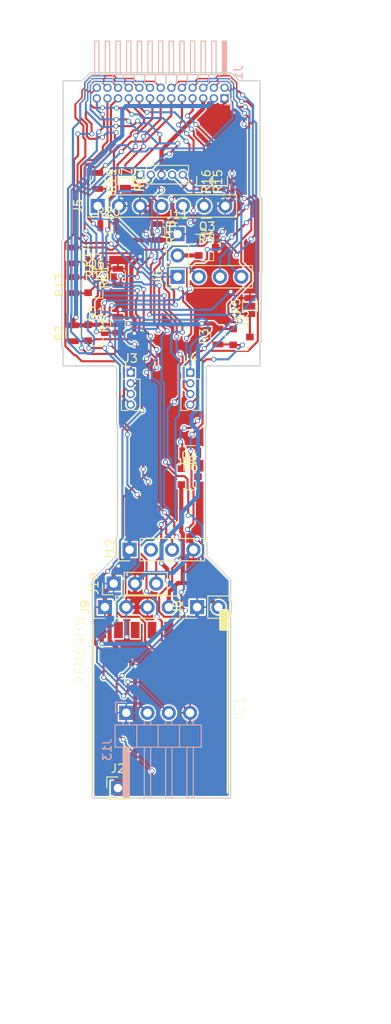
<source format=kicad_pcb>
(kicad_pcb (version 4) (host pcbnew 4.0.7)
  (layers (0 F.Cu signal) (31 B.Cu signal) (34 B.Paste user) (35 F.Paste user) (36 B.SilkS user) (37 F.SilkS user) (38 B.Mask user) (39 F.Mask user) (44 Edge.Cuts user))
  (net 0 "")
  (net 1 "Net-(IC1-Pad2)")
  (net 2 +3V3)
  (net 3 GND)
  (net 4 "Net-(IC1-Pad10)")
  (net 5 /SCKLOW)
  (net 6 /MISOLOW)
  (net 7 /MOSILOW)
  (net 8 "Net-(IC1-Pad15)")
  (net 9 +5V)
  (net 10 /FC_PWM_1)
  (net 11 /FC_PWM_2)
  (net 12 /FC_PWM_3)
  (net 13 /CAM_EN)
  (net 14 /FC_PWM_4)
  (net 15 /FC_EN)
  (net 16 /FC_PWM_5)
  (net 17 /GSM_SLP)
  (net 18 /FC_PWM_6)
  (net 19 /GSM_KEY)
  (net 20 /FC_PWM_7)
  (net 21 /GSM_TX)
  (net 22 /FC_PWM_8)
  (net 23 /GSM_RX)
  (net 24 /RFM_INT)
  (net 25 /RFM_SS)
  (net 26 /SERVO)
  (net 27 "Net-(J5-Pad1)")
  (net 28 "Net-(J5-Pad4)")
  (net 29 "Net-(J5-Pad5)")
  (net 30 "Net-(J5-Pad6)")
  (net 31 /FC_PWR)
  (net 32 /MOT4)
  (net 33 /MOT3)
  (net 34 /MOT2)
  (net 35 /MOT1)
  (net 36 /CAM_PWR)
  (net 37 "Net-(Q6-Pad1)")
  (net 38 /GAMMA)
  (net 39 /SCL)
  (net 40 /SDA)
  (module Pin_Headers:Pin_Header_Straight_1x04_Pitch2.54mm (layer F.Cu) (at 40.16 53.368 90)
    (fp_text reference J6 (at 0 -2.33 90) (layer F.SilkS))
    (fp_text value FC_OUTPUT)
    (pad 1 thru_hole rect (at 0 0 90) (size 1.7 1.7) (drill 1) (layers *.Cu *.Mask) (net 32 /MOT4))
    (pad 2 thru_hole oval (at 0 2.54 90) (size 1.7 1.7) (drill 1) (layers *.Cu *.Mask) (net 33 /MOT3))
    (pad 3 thru_hole oval (at 0 5.08 90) (size 1.7 1.7) (drill 1) (layers *.Cu *.Mask) (net 34 /MOT2))
    (pad 4 thru_hole oval (at 0 7.62 90) (size 1.7 1.7) (drill 1) (layers *.Cu *.Mask) (net 35 /MOT1))
  )
  (module Pin_Headers:Pin_Header_Angled_2x13_Pitch1.27mm (layer B.Cu) (at 45.77 32.1 90)
    (fp_text reference J1 (at 3.0675 1.635 90) (layer B.SilkS) (effects (justify mirror)))
    (fp_text value Main_connector)
    (pad 1 thru_hole rect (at 0 0 90) (size 1 1) (drill 0.65) (layers *.Cu *.Mask) (net 9 +5V))
    (pad 2 thru_hole oval (at 1.27 0 90) (size 1 1) (drill 0.65) (layers *.Cu *.Mask) (net 10 /FC_PWM_1))
    (pad 3 thru_hole oval (at 0 -1.27 90) (size 1 1) (drill 0.65) (layers *.Cu *.Mask) (net 2 +3V3))
    (pad 4 thru_hole oval (at 1.27 -1.27 90) (size 1 1) (drill 0.65) (layers *.Cu *.Mask) (net 11 /FC_PWM_2))
    (pad 5 thru_hole oval (at 0 -2.54 90) (size 1 1) (drill 0.65) (layers *.Cu *.Mask) (net 3 GND))
    (pad 6 thru_hole oval (at 1.27 -2.54 90) (size 1 1) (drill 0.65) (layers *.Cu *.Mask) (net 12 /FC_PWM_3))
    (pad 7 thru_hole oval (at 0 -3.81 90) (size 1 1) (drill 0.65) (layers *.Cu *.Mask) (net 13 /CAM_EN))
    (pad 8 thru_hole oval (at 1.27 -3.81 90) (size 1 1) (drill 0.65) (layers *.Cu *.Mask) (net 14 /FC_PWM_4))
    (pad 9 thru_hole oval (at 0 -5.08 90) (size 1 1) (drill 0.65) (layers *.Cu *.Mask) (net 15 /FC_EN))
    (pad 10 thru_hole oval (at 1.27 -5.08 90) (size 1 1) (drill 0.65) (layers *.Cu *.Mask) (net 16 /FC_PWM_5))
    (pad 11 thru_hole oval (at 0 -6.35 90) (size 1 1) (drill 0.65) (layers *.Cu *.Mask) (net 17 /GSM_SLP))
    (pad 12 thru_hole oval (at 1.27 -6.35 90) (size 1 1) (drill 0.65) (layers *.Cu *.Mask) (net 18 /FC_PWM_6))
    (pad 13 thru_hole oval (at 0 -7.62 90) (size 1 1) (drill 0.65) (layers *.Cu *.Mask) (net 19 /GSM_KEY))
    (pad 14 thru_hole oval (at 1.27 -7.62 90) (size 1 1) (drill 0.65) (layers *.Cu *.Mask) (net 20 /FC_PWM_7))
    (pad 15 thru_hole oval (at 0 -8.89 90) (size 1 1) (drill 0.65) (layers *.Cu *.Mask) (net 21 /GSM_TX))
    (pad 16 thru_hole oval (at 1.27 -8.89 90) (size 1 1) (drill 0.65) (layers *.Cu *.Mask) (net 22 /FC_PWM_8))
    (pad 17 thru_hole oval (at 0 -10.16 90) (size 1 1) (drill 0.65) (layers *.Cu *.Mask) (net 23 /GSM_RX))
    (pad 18 thru_hole oval (at 1.27 -10.16 90) (size 1 1) (drill 0.65) (layers *.Cu *.Mask) (net 24 /RFM_INT))
    (pad 19 thru_hole oval (at 0 -11.43 90) (size 1 1) (drill 0.65) (layers *.Cu *.Mask) (net 5 /SCKLOW))
    (pad 20 thru_hole oval (at 1.27 -11.43 90) (size 1 1) (drill 0.65) (layers *.Cu *.Mask) (net 25 /RFM_SS))
    (pad 21 thru_hole oval (at 0 -12.7 90) (size 1 1) (drill 0.65) (layers *.Cu *.Mask) (net 6 /MISOLOW))
    (pad 22 thru_hole oval (at 1.27 -12.7 90) (size 1 1) (drill 0.65) (layers *.Cu *.Mask) (net 7 /MOSILOW))
    (pad 23 thru_hole oval (at 0 -13.97 90) (size 1 1) (drill 0.65) (layers *.Cu *.Mask) (net 26 /SERVO))
    (pad 24 thru_hole oval (at 1.27 -13.97 90) (size 1 1) (drill 0.65) (layers *.Cu *.Mask) (net 39 /SCL))
    (pad 25 thru_hole oval (at 0 -15.24 90) (size 1 1) (drill 0.65) (layers *.Cu *.Mask) (net 38 /GAMMA))
    (pad 26 thru_hole oval (at 1.27 -15.24 90) (size 1 1) (drill 0.65) (layers *.Cu *.Mask) (net 40 /SDA))
  )
  (module Pin_Headers:Pin_Header_Straight_1x01_Pitch2.54mm (layer F.Cu) (at 33.048 114.323)
    (fp_text reference J2 (at 0 -2.33) (layer F.SilkS))
    (fp_text value Conn_01x01)
    (pad 1 thru_hole rect (at 0 0) (size 1.7 1.7) (drill 1) (layers *.Cu *.Mask) (net 4 "Net-(IC1-Pad10)"))
  )
  (module Pin_Headers:Pin_Header_Straight_1x04_Pitch1.27mm (layer F.Cu) (at 34.572 64.798)
    (fp_text reference J3 (at 0 -1.695) (layer F.SilkS))
    (fp_text value FC_PWMS_A)
    (pad 1 thru_hole rect (at 0 0) (size 1 1) (drill 0.65) (layers *.Cu *.Mask) (net 14 /FC_PWM_4))
    (pad 2 thru_hole oval (at 0 1.27) (size 1 1) (drill 0.65) (layers *.Cu *.Mask) (net 12 /FC_PWM_3))
    (pad 3 thru_hole oval (at 0 2.54) (size 1 1) (drill 0.65) (layers *.Cu *.Mask) (net 11 /FC_PWM_2))
    (pad 4 thru_hole oval (at 0 3.81) (size 1 1) (drill 0.65) (layers *.Cu *.Mask) (net 10 /FC_PWM_1))
  )
  (module Pin_Headers:Pin_Header_Straight_1x04_Pitch1.27mm (layer F.Cu) (at 41.684 64.798)
    (fp_text reference J4 (at 0 -1.695) (layer F.SilkS))
    (fp_text value FC_PWMS_B)
    (pad 1 thru_hole rect (at 0 0) (size 1 1) (drill 0.65) (layers *.Cu *.Mask) (net 22 /FC_PWM_8))
    (pad 2 thru_hole oval (at 0 1.27) (size 1 1) (drill 0.65) (layers *.Cu *.Mask) (net 20 /FC_PWM_7))
    (pad 3 thru_hole oval (at 0 2.54) (size 1 1) (drill 0.65) (layers *.Cu *.Mask) (net 18 /FC_PWM_6))
    (pad 4 thru_hole oval (at 0 3.81) (size 1 1) (drill 0.65) (layers *.Cu *.Mask) (net 16 /FC_PWM_5))
  )
  (module Pin_Headers:Pin_Header_Straight_1x07_Pitch2.54mm (layer F.Cu) (at 30.63 44.93 90)
    (fp_text reference J5 (at 0 -2.33 90) (layer F.SilkS))
    (fp_text value Conn_01x07)
    (pad 1 thru_hole rect (at 0 0 90) (size 1.7 1.7) (drill 1) (layers *.Cu *.Mask) (net 27 "Net-(J5-Pad1)"))
    (pad 2 thru_hole oval (at 0 2.54 90) (size 1.7 1.7) (drill 1) (layers *.Cu *.Mask) (net 3 GND))
    (pad 3 thru_hole oval (at 0 5.08 90) (size 1.7 1.7) (drill 1) (layers *.Cu *.Mask) (net 9 +5V))
    (pad 4 thru_hole oval (at 0 7.62 90) (size 1.7 1.7) (drill 1) (layers *.Cu *.Mask) (net 28 "Net-(J5-Pad4)"))
    (pad 5 thru_hole oval (at 0 10.16 90) (size 1.7 1.7) (drill 1) (layers *.Cu *.Mask) (net 29 "Net-(J5-Pad5)"))
    (pad 6 thru_hole oval (at 0 12.7 90) (size 1.7 1.7) (drill 1) (layers *.Cu *.Mask) (net 30 "Net-(J5-Pad6)"))
    (pad 7 thru_hole oval (at 0 15.24 90) (size 1.7 1.7) (drill 1) (layers *.Cu *.Mask) (net 3 GND))
  )
  (module Pin_Headers:Pin_Header_Straight_1x02_Pitch2.54mm (layer F.Cu) (at 42.5 92.75 90)
    (fp_text reference J8 (at 0 -2.33 90) (layer F.SilkS))
    (fp_text value CAM_FM_CONN)
    (pad 1 thru_hole rect (at 0 0 90) (size 1.7 1.7) (drill 1) (layers *.Cu *.Mask) (net 3 GND))
    (pad 2 thru_hole oval (at 0 2.54 90) (size 1.7 1.7) (drill 1) (layers *.Cu *.Mask) (net 36 /CAM_PWR))
  )
  (module Pin_Headers:Pin_Header_Straight_1x04_Pitch2.54mm (layer F.Cu) (at 31.5 92.75 90)
    (fp_text reference J9 (at 0 -2.33 90) (layer F.SilkS))
    (fp_text value CAM_SD_CONN)
    (pad 1 thru_hole rect (at 0 0 90) (size 1.7 1.7) (drill 1) (layers *.Cu *.Mask) (net 3 GND))
    (pad 2 thru_hole oval (at 0 2.54 90) (size 1.7 1.7) (drill 1) (layers *.Cu *.Mask) (net 9 +5V))
    (pad 3 thru_hole oval (at 0 5.08 90) (size 1.7 1.7) (drill 1) (layers *.Cu *.Mask) (net 9 +5V))
    (pad 4 thru_hole oval (at 0 7.62 90) (size 1.7 1.7) (drill 1) (layers *.Cu *.Mask) (net 36 /CAM_PWR))
  )
  (module Pin_Headers:Pin_Header_Straight_1x03_Pitch2.54mm (layer F.Cu) (at 32.54 89.944 90)
    (fp_text reference J10 (at 0 -2.33 90) (layer F.SilkS))
    (fp_text value SERVO_CONN)
    (pad 1 thru_hole rect (at 0 0 90) (size 1.7 1.7) (drill 1) (layers *.Cu *.Mask) (net 3 GND))
    (pad 2 thru_hole oval (at 0 2.54 90) (size 1.7 1.7) (drill 1) (layers *.Cu *.Mask) (net 9 +5V))
    (pad 3 thru_hole oval (at 0 5.08 90) (size 1.7 1.7) (drill 1) (layers *.Cu *.Mask) (net 26 /SERVO))
  )
  (module TO_SOT_Packages_SMD:SOT-23 (layer F.Cu) (at 30.492 60.038)
    (fp_text reference Q1 (at 0 -2.5) (layer F.SilkS))
    (fp_text value BSS138)
    (pad 1 smd rect (at -1 -0.95) (size 0.9 0.8) (layers F.Cu F.Paste F.Mask) (net 2 +3V3))
    (pad 2 smd rect (at -1 0.95) (size 0.9 0.8) (layers F.Cu F.Paste F.Mask) (net 1 "Net-(IC1-Pad2)"))
    (pad 3 smd rect (at 1 0) (size 0.9 0.8) (layers F.Cu F.Paste F.Mask) (net 24 /RFM_INT))
  )
  (module TO_SOT_Packages_SMD:SOT-23 (layer F.Cu) (at 47.796 60.546)
    (fp_text reference Q2 (at 0 -2.5) (layer F.SilkS))
    (fp_text value BSS138)
    (pad 1 smd rect (at -1 -0.95) (size 0.9 0.8) (layers F.Cu F.Paste F.Mask) (net 2 +3V3))
    (pad 2 smd rect (at -1 0.95) (size 0.9 0.8) (layers F.Cu F.Paste F.Mask) (net 8 "Net-(IC1-Pad15)"))
    (pad 3 smd rect (at 1 0) (size 0.9 0.8) (layers F.Cu F.Paste F.Mask) (net 25 /RFM_SS))
  )
  (module TO_SOT_Packages_SMD:SOT-23 (layer F.Cu) (at 43.7 49.878)
    (fp_text reference Q3 (at 0 -2.5) (layer F.SilkS))
    (fp_text value Q_PMOS_GSD)
    (pad 1 smd rect (at -1 -0.95) (size 0.9 0.8) (layers F.Cu F.Paste F.Mask) (net 15 /FC_EN))
    (pad 2 smd rect (at -1 0.95) (size 0.9 0.8) (layers F.Cu F.Paste F.Mask) (net 31 /FC_PWR))
    (pad 3 smd rect (at 1 0) (size 0.9 0.8) (layers F.Cu F.Paste F.Mask) (net 9 +5V))
  )
  (module TO_SOT_Packages_SMD:SOT-23 (layer F.Cu) (at 41.61 77.19)
    (fp_text reference Q4 (at 0 -2.5) (layer F.SilkS))
    (fp_text value Q_PMOS_GSD)
    (pad 1 smd rect (at -1 -0.95) (size 0.9 0.8) (layers F.Cu F.Paste F.Mask) (net 13 /CAM_EN))
    (pad 2 smd rect (at -1 0.95) (size 0.9 0.8) (layers F.Cu F.Paste F.Mask) (net 36 /CAM_PWR))
    (pad 3 smd rect (at 1 0) (size 0.9 0.8) (layers F.Cu F.Paste F.Mask) (net 9 +5V))
  )
  (module TO_SOT_Packages_SMD:SOT-23 (layer F.Cu) (at 30.492 54.318)
    (fp_text reference Q6 (at 0 -2.5) (layer F.SilkS))
    (fp_text value BSS138)
    (pad 1 smd rect (at -1 -0.95) (size 0.9 0.8) (layers F.Cu F.Paste F.Mask) (net 37 "Net-(Q6-Pad1)"))
    (pad 2 smd rect (at -1 0.95) (size 0.9 0.8) (layers F.Cu F.Paste F.Mask) (net 29 "Net-(J5-Pad5)"))
    (pad 3 smd rect (at 1 0) (size 0.9 0.8) (layers F.Cu F.Paste F.Mask) (net 21 /GSM_TX))
  )
  (module Resistors_SMD:R_0805 (layer F.Cu) (at 33.048 59.083 90)
    (fp_text reference R1 (at 0 -1.65 90) (layer F.SilkS))
    (fp_text value 10k)
    (pad 1 smd rect (at -0.95 0 90) (size 0.7 1.3) (layers F.Cu F.Paste F.Mask) (net 24 /RFM_INT))
    (pad 2 smd rect (at 0.95 0 90) (size 0.7 1.3) (layers F.Cu F.Paste F.Mask) (net 9 +5V))
  )
  (module Resistors_SMD:R_0805 (layer F.Cu) (at 27.714 60.099 90)
    (fp_text reference R2 (at 0 -1.65 90) (layer F.SilkS))
    (fp_text value 10k)
    (pad 1 smd rect (at -0.95 0 90) (size 0.7 1.3) (layers F.Cu F.Paste F.Mask) (net 1 "Net-(IC1-Pad2)"))
    (pad 2 smd rect (at 0.95 0 90) (size 0.7 1.3) (layers F.Cu F.Paste F.Mask) (net 2 +3V3))
  )
  (module Resistors_SMD:R_0805 (layer F.Cu) (at 44.986 60.48 90)
    (fp_text reference R3 (at 0 -1.65 90) (layer F.SilkS))
    (fp_text value 10k)
    (pad 1 smd rect (at -0.95 0 90) (size 0.7 1.3) (layers F.Cu F.Paste F.Mask) (net 8 "Net-(IC1-Pad15)"))
    (pad 2 smd rect (at 0.95 0 90) (size 0.7 1.3) (layers F.Cu F.Paste F.Mask) (net 2 +3V3))
  )
  (module Resistors_SMD:R_0805 (layer F.Cu) (at 43.589 47.272 180)
    (fp_text reference R4 (at 0 -1.65 180) (layer F.SilkS))
    (fp_text value 10k)
    (pad 1 smd rect (at -0.95 0 180) (size 0.7 1.3) (layers F.Cu F.Paste F.Mask) (net 9 +5V))
    (pad 2 smd rect (at 0.95 0 180) (size 0.7 1.3) (layers F.Cu F.Paste F.Mask) (net 15 /FC_EN))
  )
  (module Resistors_SMD:R_0805 (layer F.Cu) (at 48.796 56.858 90)
    (fp_text reference R5 (at 0 -1.65 90) (layer F.SilkS))
    (fp_text value 10k)
    (pad 1 smd rect (at -0.95 0 90) (size 0.7 1.3) (layers F.Cu F.Paste F.Mask) (net 25 /RFM_SS))
    (pad 2 smd rect (at 0.95 0 90) (size 0.7 1.3) (layers F.Cu F.Paste F.Mask) (net 9 +5V))
  )
  (module Resistors_SMD:R_0805 (layer F.Cu) (at 41.68 74.37 180)
    (fp_text reference R6 (at 0 -1.65 180) (layer F.SilkS))
    (fp_text value 10k)
    (pad 1 smd rect (at -0.95 0 180) (size 0.7 1.3) (layers F.Cu F.Paste F.Mask) (net 9 +5V))
    (pad 2 smd rect (at 0.95 0 180) (size 0.7 1.3) (layers F.Cu F.Paste F.Mask) (net 13 /CAM_EN))
  )
  (module Resistors_SMD:R_0805 (layer F.Cu) (at 33.048 53.368 90)
    (fp_text reference R11 (at 0 -1.65 90) (layer F.SilkS))
    (fp_text value 10k)
    (pad 1 smd rect (at -0.95 0 90) (size 0.7 1.3) (layers F.Cu F.Paste F.Mask) (net 21 /GSM_TX))
    (pad 2 smd rect (at 0.95 0 90) (size 0.7 1.3) (layers F.Cu F.Paste F.Mask) (net 9 +5V))
  )
  (module Resistors_SMD:R_0805 (layer F.Cu) (at 30.508 51.59 180)
    (fp_text reference R12 (at 0 -1.65 180) (layer F.SilkS))
    (fp_text value 2k2)
    (pad 1 smd rect (at -0.95 0 180) (size 0.7 1.3) (layers F.Cu F.Paste F.Mask) (net 9 +5V))
    (pad 2 smd rect (at 0.95 0 180) (size 0.7 1.3) (layers F.Cu F.Paste F.Mask) (net 37 "Net-(Q6-Pad1)"))
  )
  (module Resistors_SMD:R_0805 (layer F.Cu) (at 27.7648 54.3586 90)
    (fp_text reference R13 (at 0 -1.65 90) (layer F.SilkS))
    (fp_text value 10k)
    (pad 1 smd rect (at -0.95 0 90) (size 0.7 1.3) (layers F.Cu F.Paste F.Mask) (net 29 "Net-(J5-Pad5)"))
    (pad 2 smd rect (at 0.95 0 90) (size 0.7 1.3) (layers F.Cu F.Paste F.Mask) (net 37 "Net-(Q6-Pad1)"))
  )
  (module Resistors_SMD:R_0805 (layer F.Cu) (at 27.714 50.828 270)
    (fp_text reference R14 (at 0 -1.65 270) (layer F.SilkS))
    (fp_text value 2k8)
    (pad 1 smd rect (at -0.95 0 270) (size 0.7 1.3) (layers F.Cu F.Paste F.Mask) (net 3 GND))
    (pad 2 smd rect (at 0.95 0 270) (size 0.7 1.3) (layers F.Cu F.Paste F.Mask) (net 37 "Net-(Q6-Pad1)"))
  )
  (module Resistors_SMD:R_0805 (layer F.Cu) (at 43.335 42.004 270)
    (fp_text reference R15 (at 0 -1.65 270) (layer F.SilkS))
    (fp_text value 2k2)
    (pad 1 smd rect (at -0.95 0 270) (size 0.7 1.3) (layers F.Cu F.Paste F.Mask) (net 23 /GSM_RX))
    (pad 2 smd rect (at 0.95 0 270) (size 0.7 1.3) (layers F.Cu F.Paste F.Mask) (net 30 "Net-(J5-Pad6)"))
  )
  (module Resistors_SMD:R_0805 (layer F.Cu) (at 45.24 42.004 90)
    (fp_text reference R16 (at 0 -1.65 90) (layer F.SilkS))
    (fp_text value 2k8)
    (pad 1 smd rect (at -0.95 0 90) (size 0.7 1.3) (layers F.Cu F.Paste F.Mask) (net 30 "Net-(J5-Pad6)"))
    (pad 2 smd rect (at 0.95 0 90) (size 0.7 1.3) (layers F.Cu F.Paste F.Mask) (net 3 GND))
  )
  (module Resistors_SMD:R_0805 (layer F.Cu) (at 33.937 41.811 270)
    (fp_text reference R17 (at 0 -1.65 270) (layer F.SilkS))
    (fp_text value 2k2)
    (pad 1 smd rect (at -0.95 0 270) (size 0.7 1.3) (layers F.Cu F.Paste F.Mask) (net 19 /GSM_KEY))
    (pad 2 smd rect (at 0.95 0 270) (size 0.7 1.3) (layers F.Cu F.Paste F.Mask) (net 28 "Net-(J5-Pad4)"))
  )
  (module Resistors_SMD:R_0805 (layer F.Cu) (at 37.747 48.034 270)
    (fp_text reference R18 (at 0 -1.65 270) (layer F.SilkS))
    (fp_text value 2k8)
    (pad 1 smd rect (at -0.95 0 270) (size 0.7 1.3) (layers F.Cu F.Paste F.Mask) (net 28 "Net-(J5-Pad4)"))
    (pad 2 smd rect (at 0.95 0 270) (size 0.7 1.3) (layers F.Cu F.Paste F.Mask) (net 3 GND))
  )
  (module Resistors_SMD:R_0805 (layer F.Cu) (at 30.635 41.938 270)
    (fp_text reference R19 (at 0 -1.65 270) (layer F.SilkS))
    (fp_text value 2k2)
    (pad 1 smd rect (at -0.95 0 270) (size 0.7 1.3) (layers F.Cu F.Paste F.Mask) (net 17 /GSM_SLP))
    (pad 2 smd rect (at 0.95 0 270) (size 0.7 1.3) (layers F.Cu F.Paste F.Mask) (net 27 "Net-(J5-Pad1)"))
  )
  (module CanSat:RFM69HW (layer F.Cu) (at 38.112 104.88 270)
    (fp_text reference IC1 (at -0.08391 -9.4047 270) (layer F.SilkS) (effects (font (size 1.20237 1.20237) (thickness 0.05))))
    (fp_text value RFM69HW (at -6.99892 9.5684 270) (layer F.SilkS) (effects (font (size 1.16943 1.16943) (thickness 0.05))))
    (pad 1 smd rect (at -9.4 -7 270) (size 1.95 1.05) (layers F.Cu F.Paste F.Mask))
    (pad 2 smd rect (at -9.4 -5 270) (size 1.95 1.05) (layers F.Cu F.Paste F.Mask) (net 1 "Net-(IC1-Pad2)"))
    (pad 3 smd rect (at -9.4 -3 270) (size 1.95 1.05) (layers F.Cu F.Paste F.Mask))
    (pad 4 smd rect (at -9.4 -1 270) (size 1.95 1.05) (layers F.Cu F.Paste F.Mask))
    (pad 5 smd rect (at -9.4 1 270) (size 1.95 1.05) (layers F.Cu F.Paste F.Mask))
    (pad 6 smd rect (at -9.4 3 270) (size 1.95 1.05) (layers F.Cu F.Paste F.Mask))
    (pad 7 smd rect (at -9.4 5 270) (size 1.95 1.05) (layers F.Cu F.Paste F.Mask))
    (pad 8 smd rect (at -9.4 7 270) (size 1.95 1.05) (layers F.Cu F.Paste F.Mask) (net 2 +3V3))
    (pad 9 smd rect (at 9.4 7 90) (size 1.95 1.05) (layers F.Cu F.Paste F.Mask) (net 3 GND))
    (pad 10 smd rect (at 9.4 5 90) (size 1.95 1.05) (layers F.Cu F.Paste F.Mask) (net 4 "Net-(IC1-Pad10)"))
    (pad 11 smd rect (at 9.4 3 90) (size 1.95 1.05) (layers F.Cu F.Paste F.Mask) (net 3 GND))
    (pad 12 smd rect (at 9.4 1 90) (size 1.95 1.05) (layers F.Cu F.Paste F.Mask) (net 5 /SCKLOW))
    (pad 13 smd rect (at 9.4 -1 90) (size 1.95 1.05) (layers F.Cu F.Paste F.Mask) (net 6 /MISOLOW))
    (pad 14 smd rect (at 9.4 -3 90) (size 1.95 1.05) (layers F.Cu F.Paste F.Mask) (net 7 /MOSILOW))
    (pad 15 smd rect (at 9.4 -5 90) (size 1.95 1.05) (layers F.Cu F.Paste F.Mask) (net 8 "Net-(IC1-Pad15)"))
    (pad 16 smd rect (at 9.4 -7 90) (size 1.95 1.05) (layers F.Cu F.Paste F.Mask))
  )
  (module Pin_Headers:Pin_Header_Straight_1x02_Pitch2.54mm (layer F.Cu) (at 40.16 48.288)
    (fp_text reference J11 (at 0 -2.33) (layer F.SilkS))
    (fp_text value FC_POWER)
    (pad 1 thru_hole rect (at 0 0) (size 1.7 1.7) (drill 1) (layers *.Cu *.Mask) (net 3 GND))
    (pad 2 thru_hole oval (at 0 2.54) (size 1.7 1.7) (drill 1) (layers *.Cu *.Mask) (net 31 /FC_PWR))
  )
  (module Resistors_SMD:R_0805 (layer F.Cu) (at 31.905 47.272)
    (fp_text reference R20 (at 0 -1.65) (layer F.SilkS))
    (fp_text value 2k8)
    (pad 1 smd rect (at -0.95 0) (size 0.7 1.3) (layers F.Cu F.Paste F.Mask) (net 27 "Net-(J5-Pad1)"))
    (pad 2 smd rect (at 0.95 0) (size 0.7 1.3) (layers F.Cu F.Paste F.Mask) (net 3 GND))
  )
  (module Pin_Headers:Pin_Header_Straight_1x05_Pitch1.27mm (layer F.Cu) (at 35.71 41.2 90)
    (fp_text reference J7 (at 0 -1.695 90) (layer F.SilkS))
    (fp_text value DRIVERS_INPUT)
    (pad 1 thru_hole rect (at 0 0 90) (size 1 1) (drill 0.65) (layers *.Cu *.Mask) (net 32 /MOT4))
    (pad 2 thru_hole oval (at 0 1.27 90) (size 1 1) (drill 0.65) (layers *.Cu *.Mask) (net 33 /MOT3))
    (pad 3 thru_hole oval (at 0 2.54 90) (size 1 1) (drill 0.65) (layers *.Cu *.Mask) (net 3 GND))
    (pad 4 thru_hole oval (at 0 3.81 90) (size 1 1) (drill 0.65) (layers *.Cu *.Mask) (net 34 /MOT2))
    (pad 5 thru_hole oval (at 0 5.08 90) (size 1 1) (drill 0.65) (layers *.Cu *.Mask) (net 35 /MOT1))
  )
  (module Pin_Headers:Pin_Header_Straight_1x04_Pitch2.54mm (layer F.Cu) (at 34.44 85.9 90)
    (fp_text reference J12 (at 0 -2.33 90) (layer F.SilkS))
    (fp_text value GAMMA)
    (pad 1 thru_hole rect (at 0 0 90) (size 1.7 1.7) (drill 1) (layers *.Cu *.Mask) (net 3 GND))
    (pad 2 thru_hole oval (at 0 2.54 90) (size 1.7 1.7) (drill 1) (layers *.Cu *.Mask))
    (pad 3 thru_hole oval (at 0 5.08 90) (size 1.7 1.7) (drill 1) (layers *.Cu *.Mask) (net 38 /GAMMA))
    (pad 4 thru_hole oval (at 0 7.62 90) (size 1.7 1.7) (drill 1) (layers *.Cu *.Mask) (net 9 +5V))
  )
  (module Pin_Headers:Pin_Header_Angled_1x04_Pitch2.54mm (layer B.Cu) (at 34.04 105.35 270)
    (fp_text reference J13 (at 4.385 2.27 270) (layer B.SilkS) (effects (justify mirror)))
    (fp_text value BOTTOM_CONN)
    (pad 1 thru_hole rect (at 0 0 270) (size 1.7 1.7) (drill 1) (layers *.Cu *.Mask) (net 3 GND))
    (pad 2 thru_hole oval (at 0 -2.54 270) (size 1.7 1.7) (drill 1) (layers *.Cu *.Mask) (net 40 /SDA))
    (pad 3 thru_hole oval (at 0 -5.08 270) (size 1.7 1.7) (drill 1) (layers *.Cu *.Mask) (net 39 /SCL))
    (pad 4 thru_hole oval (at 0 -7.62 270) (size 1.7 1.7) (drill 1) (layers *.Cu *.Mask) (net 9 +5V))
  )
  (gr_line (start 47.54 30) (end 47.35 29.81) (angle 90) (layer Edge.Cuts) (width 0.15))
  (gr_line (start 47.55 30) (end 47.54 30) (angle 90) (layer Edge.Cuts) (width 0.15))
  (gr_line (start 50 30) (end 47.55 30) (angle 90) (layer Edge.Cuts) (width 0.15))
  (gr_line (start 46.58 29.04) (end 47.35 29.81) (angle 90) (layer Edge.Cuts) (width 0.15))
  (gr_line (start 29.72 29.04) (end 46.58 29.04) (angle 90) (layer Edge.Cuts) (width 0.15))
  (gr_line (start 28.76 30) (end 29.72 29.04) (angle 90) (layer Edge.Cuts) (width 0.15))
  (gr_line (start 26.5 30) (end 28.76 30) (angle 90) (layer Edge.Cuts) (width 0.15))
  (gr_line (start 43.5 71.175) (end 43.5 84.85) (angle 90) (layer Edge.Cuts) (width 0.15))
  (gr_line (start 50 64) (end 50 61.275) (angle 90) (layer Edge.Cuts) (width 0.15))
  (gr_line (start 43.6 64) (end 50 64) (angle 90) (layer Edge.Cuts) (width 0.15))
  (gr_line (start 43.6 71.075) (end 43.6 64) (angle 90) (layer Edge.Cuts) (width 0.15))
  (gr_line (start 43.5 71.175) (end 43.6 71.075) (angle 90) (layer Edge.Cuts) (width 0.15))
  (gr_line (start 50 43.8) (end 50 30) (angle 90) (layer Edge.Cuts) (width 0.15))
  (gr_line (start 50.225 44.025) (end 50 43.8) (angle 90) (layer Edge.Cuts) (width 0.15))
  (gr_line (start 50.225 52.85) (end 50.225 44.025) (angle 90) (layer Edge.Cuts) (width 0.15))
  (gr_line (start 50.125 52.95) (end 50.225 52.85) (layer Edge.Cuts) (width 0.15))
  (gr_line (start 50.125 61.15) (end 50.125 52.95) (layer Edge.Cuts) (width 0.15))
  (gr_line (start 50.1 61.175) (end 50.125 61.15) (layer Edge.Cuts) (width 0.15))
  (gr_line (start 50 61.275) (end 50.1 61.175) (layer Edge.Cuts) (width 0.15))
  (gr_line (start 26.5 64) (end 26.5 61.9) (layer Edge.Cuts) (width 0.15))
  (gr_line (start 26.5 48.9) (end 26.5 30) (layer Edge.Cuts) (width 0.15))
  (gr_line (start 26.35 49.05) (end 26.5 48.9) (layer Edge.Cuts) (width 0.15))
  (gr_line (start 26.35 61.75) (end 26.35 49.05) (layer Edge.Cuts) (width 0.15))
  (gr_line (start 26.5 61.9) (end 26.35 61.75) (layer Edge.Cuts) (width 0.15))
  (gr_line (start 33 71.125) (end 33 83) (layer Edge.Cuts) (width 0.15))
  (gr_line (start 32.7 64) (end 30 64) (layer Edge.Cuts) (width 0.15))
  (gr_line (start 32.9 71.025) (end 33 71.125) (layer Edge.Cuts) (width 0.15))
  (gr_line (start 32.9 64.2) (end 32.9 71.025) (layer Edge.Cuts) (width 0.15))
  (gr_line (start 32.7 64) (end 32.9 64.2) (layer Edge.Cuts) (width 0.15))
  (gr_line (start 46.5 93.46) (end 46.5 115.5) (layer Edge.Cuts) (width 0.15))
  (gr_line (start 46.6 93.36) (end 46.5 93.46) (layer Edge.Cuts) (width 0.15))
  (gr_line (start 46.5 91.94) (end 46.5 89.5) (layer Edge.Cuts) (width 0.15))
  (gr_line (start 46.6 92.04) (end 46.6 93.36) (layer Edge.Cuts) (width 0.15))
  (gr_line (start 46.56 92) (end 46.6 92.04) (layer Edge.Cuts) (width 0.15))
  (gr_line (start 46.5 91.94) (end 46.56 92) (layer Edge.Cuts) (width 0.15))
  (gr_line (start 33 84.33) (end 33 83) (layer Edge.Cuts) (width 0.15))
  (gr_line (start 30 89.5) (end 32.86 86.64) (layer Edge.Cuts) (width 0.15))
  (gr_line (start 32.86 84.47) (end 33 84.33) (layer Edge.Cuts) (width 0.15))
  (gr_line (start 32.86 86.64) (end 32.86 84.47) (layer Edge.Cuts) (width 0.15))
  (gr_line (start 43.67 86.67) (end 46.5 89.5) (layer Edge.Cuts) (width 0.15))
  (gr_line (start 43.67 85.02) (end 43.5 84.85) (layer Edge.Cuts) (width 0.15))
  (gr_line (start 43.67 86.67) (end 43.67 85.02) (layer Edge.Cuts) (width 0.15))
  (gr_line (start 46.5 64) (end 50 64) (angle 90) (layer Edge.Cuts) (width 0.15))
  (gr_line (start 26.5 64) (end 30 64) (angle 90) (layer Edge.Cuts) (width 0.15))
  (gr_line (start 30 115.5) (end 46.5 115.5) (angle 90) (layer Edge.Cuts) (width 0.15))
  (gr_line (start 30 89.5) (end 30 115.5) (angle 90) (layer Edge.Cuts) (width 0.15))
  (segment (start 29.92 34.29) (end 29.94 34.29) (width 0.25) (layer F.Cu) (net 0))
  (segment (start 40.073 84.36) (end 39.773001 84.060001) (width 0.25) (layer F.Cu) (net 1))
  (segment (start 39.773001 84.060001) (end 39.773001 82.653001) (width 0.25) (layer F.Cu) (net 1))
  (segment (start 39.773001 82.653001) (end 38.899999 81.779999) (width 0.25) (layer F.Cu) (net 1))
  (segment (start 41.77 93.895001) (end 38.570399 93.895001) (width 0.25) (layer F.Cu) (net 1))
  (segment (start 41.977001 93.895001) (end 43.112 95.03) (width 0.25) (layer F.Cu) (net 1))
  (segment (start 41.925001 93.895001) (end 41.77 93.895001) (width 0.25) (layer F.Cu) (net 1))
  (segment (start 41.77 93.895001) (end 41.977001 93.895001) (width 0.25) (layer F.Cu) (net 1))
  (segment (start 43.112 95.03) (end 43.112 95.48) (width 0.25) (layer F.Cu) (net 1))
  (segment (start 43.112 95.48) (end 43.112 95.082) (width 0.25) (layer F.Cu) (net 1))
  (segment (start 38.570399 93.895001) (end 37.974999 93.299601) (width 0.25) (layer F.Cu) (net 1))
  (segment (start 37.974999 93.299601) (end 37.974999 91.324241) (width 0.25) (layer F.Cu) (net 1))
  (segment (start 37.974999 91.324241) (end 39.525019 89.774221) (width 0.25) (layer F.Cu) (net 1))
  (segment (start 39.525019 89.774221) (end 39.525019 88.132245) (width 0.25) (layer F.Cu) (net 1))
  (segment (start 39.525019 88.132245) (end 40.073 87.584264) (width 0.25) (layer F.Cu) (net 1))
  (segment (start 40.073 87.584264) (end 40.073 87.16) (width 0.25) (layer F.Cu) (net 1))
  (segment (start 30.366272 60.813728) (end 35.313183 60.813728) (width 0.25) (layer F.Cu) (net 1))
  (segment (start 35.313183 60.813728) (end 37.675318 63.175863) (width 0.25) (layer F.Cu) (net 1))
  (segment (start 37.675318 63.175863) (end 37.675318 63.746512) (width 0.25) (layer F.Cu) (net 1))
  (segment (start 37.675318 63.746512) (end 37.675318 64.170776) (width 0.25) (layer F.Cu) (net 1))
  (segment (start 43.112 95.082) (end 43.112 95.532) (width 0.25) (layer F.Cu) (net 1))
  (segment (start 40.073 84.36) (end 40.662001 84.949001) (width 0.25) (layer B.Cu) (net 1))
  (via (at 40.073 87.16) (size 0.6) (drill 0.4) (layers F.Cu B.Cu) (net 1))
  (segment (start 40.662001 84.949001) (end 40.662001 86.570999) (width 0.25) (layer B.Cu) (net 1))
  (segment (start 40.662001 86.570999) (end 40.073 87.16) (width 0.25) (layer B.Cu) (net 1))
  (segment (start 38.6 81.48) (end 38.899999 81.779999) (width 0.25) (layer F.Cu) (net 1))
  (segment (start 40.06799 84.35499) (end 40.073 84.36) (width 0.25) (layer F.Cu) (net 1))
  (via (at 40.073 84.36) (size 0.6) (drill 0.4) (layers F.Cu B.Cu) (net 1))
  (segment (start 38.128 66.703) (end 38.128 81.008) (width 0.25) (layer B.Cu) (net 1))
  (segment (start 38.128 81.008) (end 38.6 81.48) (width 0.25) (layer B.Cu) (net 1))
  (via (at 38.6 81.48) (size 0.6) (drill 0.4) (layers F.Cu B.Cu) (net 1))
  (segment (start 29.492 60.988) (end 30.192 60.988) (width 0.25) (layer F.Cu) (net 1))
  (segment (start 30.192 60.988) (end 30.366272 60.813728) (width 0.25) (layer F.Cu) (net 1))
  (segment (start 37.62 65.687) (end 37.416398 65.687) (width 0.25) (layer B.Cu) (net 1))
  (segment (start 37.066999 64.779095) (end 37.675318 64.170776) (width 0.25) (layer B.Cu) (net 1))
  (segment (start 37.416398 65.687) (end 37.066999 65.337601) (width 0.25) (layer B.Cu) (net 1))
  (segment (start 37.066999 65.337601) (end 37.066999 64.779095) (width 0.25) (layer B.Cu) (net 1))
  (via (at 37.675318 64.170776) (size 0.6) (drill 0.4) (layers F.Cu B.Cu) (net 1))
  (segment (start 38.128 66.703) (end 38.128 66.195) (width 0.25) (layer B.Cu) (net 1))
  (segment (start 38.128 66.195) (end 37.62 65.687) (width 0.25) (layer B.Cu) (net 1))
  (segment (start 27.714 61.049) (end 29.431 61.049) (width 0.25) (layer F.Cu) (net 1))
  (segment (start 29.431 61.049) (end 29.492 60.988) (width 0.25) (layer F.Cu) (net 1))
  (segment (start 31.112 95.48) (end 31.112 97.0885) (width 0.25) (layer F.Cu) (net 2))
  (segment (start 31.112 97.0885) (end 31.143 97.1195) (width 0.25) (layer F.Cu) (net 2))
  (segment (start 34.318 58.947997) (end 36.017997 58.947997) (width 0.5) (layer B.Cu) (net 2))
  (segment (start 36.017997 58.947997) (end 36.101011 59.031011) (width 0.5) (layer B.Cu) (net 2))
  (segment (start 36.101011 59.031011) (end 42.970133 59.031011) (width 0.5) (layer B.Cu) (net 2))
  (segment (start 42.970133 59.031011) (end 43.063072 58.938072) (width 0.5) (layer B.Cu) (net 2))
  (segment (start 38.25 87.52) (end 38.25 85.121838) (width 0.5) (layer B.Cu) (net 2))
  (segment (start 38.25 85.121838) (end 40.49 82.881838) (width 0.5) (layer B.Cu) (net 2))
  (segment (start 40.49 82.881838) (end 40.49 82.88) (width 0.5) (layer B.Cu) (net 2))
  (segment (start 40.49 82.88) (end 40.722999 82.647001) (width 0.5) (layer B.Cu) (net 2))
  (segment (start 40.722999 82.647001) (end 40.722999 81.397001) (width 0.5) (layer B.Cu) (net 2))
  (segment (start 40.722999 81.397001) (end 42.604001 79.515999) (width 0.5) (layer B.Cu) (net 2))
  (segment (start 41.835499 70.975499) (end 41.835499 69.884501) (width 0.5) (layer B.Cu) (net 2))
  (segment (start 42.604001 79.515999) (end 42.604002 71.744002) (width 0.5) (layer B.Cu) (net 2))
  (segment (start 42.604001 61.591999) (end 43.335 60.861) (width 0.5) (layer B.Cu) (net 2))
  (segment (start 42.604002 71.744002) (end 41.835499 70.975499) (width 0.5) (layer B.Cu) (net 2))
  (segment (start 41.835499 69.884501) (end 42.604001 69.115999) (width 0.5) (layer B.Cu) (net 2))
  (segment (start 42.604001 69.115999) (end 42.604001 61.591999) (width 0.5) (layer B.Cu) (net 2))
  (segment (start 44.5 32.1) (end 44.5 32.36) (width 0.5) (layer B.Cu) (net 2))
  (segment (start 44.5 32.36) (end 43.845999 33.014001) (width 0.5) (layer B.Cu) (net 2))
  (segment (start 43.845999 33.014001) (end 34.783161 33.014001) (width 0.5) (layer B.Cu) (net 2))
  (segment (start 34.783161 33.014001) (end 34.780161 33.017001) (width 0.5) (layer B.Cu) (net 2))
  (segment (start 33.566446 33.433554) (end 33.566446 36.523606) (width 0.5) (layer B.Cu) (net 2))
  (segment (start 28.052979 43.286521) (end 28.052979 58.21) (width 0.5) (layer B.Cu) (net 2))
  (segment (start 34.780161 33.017001) (end 33.982999 33.017001) (width 0.5) (layer B.Cu) (net 2))
  (segment (start 29.714109 41.625392) (end 28.052979 43.286521) (width 0.5) (layer B.Cu) (net 2))
  (segment (start 33.982999 33.017001) (end 33.566446 33.433554) (width 0.5) (layer B.Cu) (net 2))
  (segment (start 33.566446 36.523606) (end 33.190606 36.899446) (width 0.5) (layer B.Cu) (net 2))
  (segment (start 33.190606 36.899446) (end 33.030554 36.899446) (width 0.5) (layer B.Cu) (net 2))
  (segment (start 33.030554 36.899446) (end 29.714109 40.215891) (width 0.5) (layer B.Cu) (net 2))
  (segment (start 29.714109 40.215891) (end 29.714109 41.625392) (width 0.5) (layer B.Cu) (net 2))
  (segment (start 43.063072 58.938072) (end 43.098426 58.973426) (width 0.5) (layer B.Cu) (net 2))
  (segment (start 27.714 59.149) (end 27.714 58.548979) (width 0.5) (layer F.Cu) (net 2))
  (segment (start 27.714 58.548979) (end 28.052979 58.21) (width 0.5) (layer F.Cu) (net 2))
  (via (at 28.052979 58.21) (size 0.6) (drill 0.4) (layers F.Cu B.Cu) (net 2))
  (segment (start 38.933018 89.524764) (end 39.869999 90.461745) (width 0.5) (layer B.Cu) (net 2))
  (segment (start 39.869999 90.461745) (end 39.869999 91.685999) (width 0.5) (layer B.Cu) (net 2))
  (segment (start 39.869999 91.685999) (end 40.390001 92.206001) (width 0.5) (layer B.Cu) (net 2))
  (segment (start 38.25 87.52) (end 38.933018 88.203018) (width 0.5) (layer F.Cu) (net 2))
  (segment (start 38.933018 88.203018) (end 38.933018 89.524764) (width 0.5) (layer F.Cu) (net 2))
  (via (at 38.933018 89.524764) (size 0.6) (drill 0.4) (layers F.Cu B.Cu) (net 2))
  (via (at 38.25 87.52) (size 0.6) (drill 0.4) (layers F.Cu B.Cu) (net 2))
  (segment (start 43.335 60.861) (end 43.655 60.861) (width 0.5) (layer F.Cu) (net 2))
  (via (at 31.143 97.1195) (size 0.6) (drill 0.4) (layers F.Cu B.Cu) (net 2))
  (segment (start 31.112 95.532) (end 31.112 97.0885) (width 0.5) (layer F.Cu) (net 2))
  (segment (start 40.390001 93.359601) (end 40.390001 92.206001) (width 0.5) (layer B.Cu) (net 2))
  (segment (start 36.630102 97.1195) (end 40.390001 93.359601) (width 0.5) (layer B.Cu) (net 2))
  (segment (start 31.143 97.1195) (end 36.630102 97.1195) (width 0.5) (layer B.Cu) (net 2))
  (via (at 43.335 60.861) (size 0.6) (drill 0.4) (layers F.Cu B.Cu) (net 2))
  (segment (start 43.655 60.861) (end 44.986 59.53) (width 0.5) (layer F.Cu) (net 2))
  (segment (start 43.063072 58.938072) (end 44.394072 58.938072) (width 0.5) (layer F.Cu) (net 2))
  (segment (start 44.394072 58.938072) (end 44.986 59.53) (width 0.5) (layer F.Cu) (net 2))
  (segment (start 29.492 59.088) (end 33.424 59.088) (width 0.5) (layer F.Cu) (net 2))
  (segment (start 33.564003 58.947997) (end 34.318 58.947997) (width 0.5) (layer F.Cu) (net 2))
  (segment (start 33.424 59.088) (end 33.564003 58.947997) (width 0.5) (layer F.Cu) (net 2))
  (segment (start 27.714 59.149) (end 29.431 59.149) (width 0.5) (layer F.Cu) (net 2))
  (segment (start 29.431 59.149) (end 29.492 59.088) (width 0.5) (layer F.Cu) (net 2))
  (segment (start 44.394072 58.938072) (end 44.544 59.088) (width 0.25) (layer F.Cu) (net 2))
  (via (at 43.063072 58.938072) (size 0.6) (drill 0.4) (layers F.Cu B.Cu) (net 2))
  (segment (start 44.544 59.088) (end 44.986 59.53) (width 0.25) (layer F.Cu) (net 2))
  (via (at 34.318 58.947997) (size 0.6) (drill 0.4) (layers F.Cu B.Cu) (net 2))
  (segment (start 46.796 59.596) (end 45.052 59.596) (width 0.25) (layer F.Cu) (net 2))
  (segment (start 45.052 59.596) (end 44.986 59.53) (width 0.25) (layer F.Cu) (net 2))
  (segment (start 29.431 59.149) (end 29.492 59.088) (width 0.25) (layer F.Cu) (net 2))
  (segment (start 35 60.12) (end 35 59.327159) (width 0.5) (layer F.Cu) (net 3))
  (segment (start 35 59.327159) (end 35.035001 59.292158) (width 0.5) (layer F.Cu) (net 3))
  (segment (start 35.035001 59.292158) (end 35.035001 58.409239) (width 0.5) (layer F.Cu) (net 3))
  (segment (start 35.035001 58.409239) (end 34.653029 58.027267) (width 0.5) (layer F.Cu) (net 3))
  (segment (start 35.752021 61.101479) (end 35.752021 60.872021) (width 0.5) (layer B.Cu) (net 3))
  (segment (start 35.752021 60.872021) (end 35 60.12) (width 0.5) (layer B.Cu) (net 3))
  (via (at 35 60.12) (size 0.6) (drill 0.4) (layers F.Cu B.Cu) (net 3))
  (segment (start 35.112 109.0575) (end 35.112 105.2) (width 0.5) (layer F.Cu) (net 3))
  (segment (start 35.112 105.2) (end 35.112 99.8185) (width 0.5) (layer F.Cu) (net 3))
  (segment (start 34.04 105.35) (end 34.962 105.35) (width 0.25) (layer F.Cu) (net 3))
  (segment (start 34.962 105.35) (end 35.112 105.2) (width 0.25) (layer F.Cu) (net 3))
  (segment (start 43.23 32.1) (end 43.23 33.31) (width 0.5) (layer F.Cu) (net 3))
  (segment (start 43.23 33.31) (end 38.25 38.29) (width 0.5) (layer F.Cu) (net 3))
  (segment (start 38.25 38.29) (end 38.25 41.2) (width 0.5) (layer F.Cu) (net 3))
  (segment (start 31.712 49.878) (end 31.98699 50.15299) (width 0.25) (layer F.Cu) (net 3))
  (segment (start 31.98699 50.15299) (end 32.433172 50.15299) (width 0.25) (layer F.Cu) (net 3))
  (segment (start 32.433172 50.15299) (end 33.048 49.538162) (width 0.25) (layer F.Cu) (net 3))
  (segment (start 33.048 49.538162) (end 33.048 48.966264) (width 0.25) (layer F.Cu) (net 3))
  (segment (start 33.048 48.966264) (end 33.048 48.542) (width 0.25) (layer F.Cu) (net 3))
  (segment (start 27.714 49.878) (end 31.712 49.878) (width 0.25) (layer F.Cu) (net 3))
  (segment (start 34.44 85.9) (end 34.44 84.55) (width 0.5) (layer B.Cu) (net 3))
  (segment (start 34.44 84.55) (end 37.493 81.497) (width 0.5) (layer B.Cu) (net 3))
  (segment (start 37.493 81.497) (end 37.493 69.1795) (width 0.5) (layer B.Cu) (net 3))
  (segment (start 37.493 69.1795) (end 35.752021 67.438521) (width 0.5) (layer B.Cu) (net 3))
  (segment (start 35.752021 67.438521) (end 35.752021 61.101479) (width 0.5) (layer B.Cu) (net 3))
  (segment (start 34.44 85.9) (end 34.44 86.52) (width 0.5) (layer B.Cu) (net 3))
  (segment (start 34.44 86.52) (end 33.1115 87.8485) (width 0.5) (layer B.Cu) (net 3))
  (segment (start 37.747 48.984) (end 39.464 48.984) (width 0.5) (layer F.Cu) (net 3))
  (segment (start 39.464 48.984) (end 40.16 48.288) (width 0.5) (layer F.Cu) (net 3))
  (segment (start 34.267 48.984) (end 36.038398 48.984) (width 0.5) (layer F.Cu) (net 3))
  (segment (start 37.710999 49.020001) (end 37.747 48.984) (width 0.5) (layer F.Cu) (net 3))
  (segment (start 36.038398 48.984) (end 36.074399 49.020001) (width 0.5) (layer F.Cu) (net 3))
  (segment (start 36.074399 49.020001) (end 37.710999 49.020001) (width 0.5) (layer F.Cu) (net 3))
  (segment (start 32.855 47.272) (end 32.855 47.572) (width 0.5) (layer F.Cu) (net 3))
  (segment (start 32.855 47.572) (end 34.267 48.984) (width 0.5) (layer F.Cu) (net 3))
  (segment (start 32.855 47.272) (end 32.855 45.245) (width 0.5) (layer F.Cu) (net 3))
  (segment (start 32.855 45.245) (end 33.17 44.93) (width 0.5) (layer F.Cu) (net 3))
  (segment (start 33.048 48.542) (end 33.048 47.465) (width 0.5) (layer F.Cu) (net 3))
  (segment (start 33.048 47.465) (end 32.855 47.272) (width 0.5) (layer F.Cu) (net 3))
  (segment (start 35.715 50.955) (end 35.461 50.955) (width 0.5) (layer B.Cu) (net 3))
  (segment (start 35.461 50.955) (end 33.048 48.542) (width 0.5) (layer B.Cu) (net 3))
  (via (at 33.048 48.542) (size 0.6) (drill 0.4) (layers F.Cu B.Cu) (net 3))
  (segment (start 34.653029 58.027267) (end 34.653029 52.016971) (width 0.5) (layer F.Cu) (net 3))
  (via (at 35.715 50.955) (size 0.6) (drill 0.4) (layers F.Cu B.Cu) (net 3))
  (segment (start 34.653029 52.016971) (end 35.715 50.955) (width 0.5) (layer F.Cu) (net 3))
  (segment (start 32.54 89.944) (end 32.54 88.42) (width 0.5) (layer F.Cu) (net 3))
  (segment (start 32.54 88.42) (end 33.1115 87.8485) (width 0.5) (layer F.Cu) (net 3))
  (via (at 33.1115 87.8485) (size 0.6) (drill 0.4) (layers F.Cu B.Cu) (net 3))
  (segment (start 42.5 92.75) (end 42.5 94.1) (width 0.5) (layer B.Cu) (net 3))
  (segment (start 42.5 94.1) (end 36.7815 99.8185) (width 0.5) (layer B.Cu) (net 3))
  (segment (start 36.7815 99.8185) (end 35.112 99.8185) (width 0.5) (layer B.Cu) (net 3))
  (via (at 35.112 99.8185) (size 0.6) (drill 0.4) (layers F.Cu B.Cu) (net 3))
  (segment (start 35.112 114.332) (end 35.112 109.0575) (width 0.5) (layer F.Cu) (net 3))
  (segment (start 31.112 114.332) (end 31.112 113.882) (width 0.5) (layer F.Cu) (net 3))
  (segment (start 31.112 113.882) (end 35.112 109.882) (width 0.5) (layer F.Cu) (net 3))
  (segment (start 35.112 109.882) (end 35.112 109.0575) (width 0.5) (layer F.Cu) (net 3))
  (segment (start 35.112 99.8185) (end 32.057001 96.763501) (width 0.5) (layer F.Cu) (net 3))
  (segment (start 32.057001 96.763501) (end 32.057001 93.307001) (width 0.5) (layer F.Cu) (net 3))
  (segment (start 32.057001 93.307001) (end 31.5 92.75) (width 0.5) (layer F.Cu) (net 3))
  (segment (start 31.5 92.75) (end 31.5 90.984) (width 0.5) (layer F.Cu) (net 3))
  (segment (start 31.5 90.984) (end 32.54 89.944) (width 0.5) (layer F.Cu) (net 3))
  (segment (start 45.87 44.93) (end 44.599999 43.659999) (width 0.5) (layer B.Cu) (net 3))
  (segment (start 44.599999 43.659999) (end 40.002893 43.659999) (width 0.5) (layer B.Cu) (net 3))
  (segment (start 40.002893 43.659999) (end 38.661894 42.319) (width 0.5) (layer B.Cu) (net 3))
  (segment (start 33.17 44.93) (end 34.440001 43.659999) (width 0.5) (layer B.Cu) (net 3))
  (segment (start 34.440001 43.659999) (end 36.497107 43.659999) (width 0.5) (layer B.Cu) (net 3))
  (segment (start 36.497107 43.659999) (end 38.25 41.907106) (width 0.5) (layer B.Cu) (net 3))
  (segment (start 38.25 41.907106) (end 38.25 41.2) (width 0.5) (layer B.Cu) (net 3))
  (segment (start 38.25 41.907106) (end 38.661894 42.319) (width 0.5) (layer B.Cu) (net 3))
  (segment (start 45.87 44.93) (end 46.719999 44.080001) (width 0.5) (layer F.Cu) (net 3))
  (segment (start 46.719999 44.080001) (end 46.719999 42.233999) (width 0.5) (layer F.Cu) (net 3))
  (segment (start 46.719999 42.233999) (end 45.54 41.054) (width 0.5) (layer F.Cu) (net 3))
  (segment (start 45.54 41.054) (end 45.24 41.054) (width 0.5) (layer F.Cu) (net 3))
  (segment (start 33.048 114.323) (end 33.069 114.323) (width 0.25) (layer F.Cu) (net 4))
  (segment (start 33.069 114.323) (end 33.112 114.28) (width 0.25) (layer F.Cu) (net 4))
  (segment (start 34.584999 36.224399) (end 34.584999 36.545001) (width 0.25) (layer F.Cu) (net 5))
  (segment (start 32.497001 43.242999) (end 32.497001 43.582999) (width 0.25) (layer F.Cu) (net 5))
  (segment (start 34.34 32.1) (end 34.34 32.807106) (width 0.25) (layer F.Cu) (net 5))
  (segment (start 34.34 36.7) (end 32.571989 38.468011) (width 0.25) (layer F.Cu) (net 5))
  (segment (start 32.497001 43.582999) (end 32.027999 44.052001) (width 0.25) (layer F.Cu) (net 5))
  (segment (start 34.34 32.807106) (end 34.600497 33.067603) (width 0.25) (layer F.Cu) (net 5))
  (segment (start 34.847603 33.067603) (end 36.16 34.38) (width 0.25) (layer F.Cu) (net 5))
  (segment (start 34.584999 36.545001) (end 34.43 36.7) (width 0.25) (layer F.Cu) (net 5))
  (segment (start 34.600497 33.067603) (end 34.847603 33.067603) (width 0.25) (layer F.Cu) (net 5))
  (segment (start 32.027999 44.052001) (end 32.027999 47.732001) (width 0.25) (layer F.Cu) (net 5))
  (segment (start 36.16 34.38) (end 36.16 34.936018) (width 0.25) (layer F.Cu) (net 5))
  (segment (start 36.16 34.936018) (end 35.186018 35.91) (width 0.25) (layer F.Cu) (net 5))
  (segment (start 32.571989 43.168011) (end 32.497001 43.242999) (width 0.25) (layer F.Cu) (net 5))
  (segment (start 35.186018 35.91) (end 34.899398 35.91) (width 0.25) (layer F.Cu) (net 5))
  (segment (start 34.43 36.7) (end 34.34 36.7) (width 0.25) (layer F.Cu) (net 5))
  (segment (start 34.899398 35.91) (end 34.584999 36.224399) (width 0.25) (layer F.Cu) (net 5))
  (segment (start 32.571989 38.468011) (end 32.571989 43.168011) (width 0.25) (layer F.Cu) (net 5))
  (segment (start 32.027999 47.732001) (end 31.857783 47.732001) (width 0.25) (layer F.Cu) (net 5))
  (segment (start 31.857783 47.732001) (end 31.814892 47.774892) (width 0.25) (layer F.Cu) (net 5))
  (segment (start 34.927269 54.00299) (end 35.87299 54.00299) (width 0.25) (layer B.Cu) (net 5))
  (segment (start 36.150653 54.280653) (end 37.416389 54.280653) (width 0.25) (layer B.Cu) (net 5))
  (segment (start 37.416389 54.280653) (end 37.555736 54.42) (width 0.25) (layer B.Cu) (net 5))
  (segment (start 35.87299 54.00299) (end 36.150653 54.280653) (width 0.25) (layer B.Cu) (net 5))
  (segment (start 37.555736 54.42) (end 37.98 54.42) (width 0.25) (layer B.Cu) (net 5))
  (segment (start 31.654016 52.884618) (end 31.762001 52.992603) (width 0.25) (layer B.Cu) (net 5))
  (segment (start 31.762001 52.992603) (end 31.762001 53.472001) (width 0.25) (layer B.Cu) (net 5))
  (segment (start 31.762001 53.472001) (end 32.15361 53.86361) (width 0.25) (layer B.Cu) (net 5))
  (segment (start 32.637448 53.86361) (end 32.954818 54.18098) (width 0.25) (layer B.Cu) (net 5))
  (segment (start 32.15361 53.86361) (end 32.637448 53.86361) (width 0.25) (layer B.Cu) (net 5))
  (segment (start 32.954818 54.18098) (end 34.749279 54.18098) (width 0.25) (layer B.Cu) (net 5))
  (segment (start 34.749279 54.18098) (end 34.927269 54.00299) (width 0.25) (layer B.Cu) (net 5))
  (segment (start 31.814892 47.774892) (end 31.814892 48.455108) (width 0.25) (layer B.Cu) (net 5))
  (segment (start 31.814892 48.455108) (end 31.654016 48.615984) (width 0.25) (layer B.Cu) (net 5))
  (segment (start 31.654016 48.615984) (end 31.654016 52.884618) (width 0.25) (layer B.Cu) (net 5))
  (segment (start 31.654016 52.884618) (end 31.658456 52.884618) (width 0.25) (layer B.Cu) (net 5))
  (segment (start 33.68 108.52) (end 33.979999 108.819999) (width 0.25) (layer B.Cu) (net 5))
  (segment (start 33.979999 108.819999) (end 33.979999 109.139999) (width 0.25) (layer B.Cu) (net 5))
  (segment (start 33.979999 109.139999) (end 34.516999 109.676999) (width 0.25) (layer B.Cu) (net 5))
  (segment (start 33.54 100.9) (end 32.897999 101.542001) (width 0.25) (layer F.Cu) (net 5))
  (segment (start 32.897999 101.542001) (end 32.897999 107.737999) (width 0.25) (layer F.Cu) (net 5))
  (segment (start 32.897999 107.737999) (end 33.68 108.52) (width 0.25) (layer F.Cu) (net 5))
  (via (at 33.68 108.52) (size 0.6) (drill 0.4) (layers F.Cu B.Cu) (net 5))
  (segment (start 34.516999 99.532899) (end 34.516999 99.923001) (width 0.25) (layer B.Cu) (net 5))
  (segment (start 34.516999 99.923001) (end 33.54 100.9) (width 0.25) (layer B.Cu) (net 5))
  (via (at 33.54 100.9) (size 0.6) (drill 0.4) (layers F.Cu B.Cu) (net 5))
  (segment (start 38.267319 65.744578) (end 38.267319 60.465681) (width 0.25) (layer B.Cu) (net 5))
  (segment (start 38.267319 60.465681) (end 38.93 59.803) (width 0.25) (layer B.Cu) (net 5))
  (segment (start 38.54501 74.860746) (end 38.54501 66.022269) (width 0.25) (layer B.Cu) (net 5))
  (segment (start 38.54501 66.022269) (end 38.267319 65.744578) (width 0.25) (layer B.Cu) (net 5))
  (segment (start 38.72 75.46) (end 38.72 75.035736) (width 0.25) (layer B.Cu) (net 5))
  (segment (start 38.72 75.035736) (end 38.54501 74.860746) (width 0.25) (layer B.Cu) (net 5))
  (segment (start 39.1 76.105602) (end 39.1 75.84) (width 0.25) (layer F.Cu) (net 5))
  (segment (start 39.1 75.84) (end 38.72 75.46) (width 0.25) (layer F.Cu) (net 5))
  (via (at 38.72 75.46) (size 0.6) (drill 0.4) (layers F.Cu B.Cu) (net 5))
  (via (at 31.814892 47.774892) (size 0.6) (drill 0.4) (layers F.Cu B.Cu) (net 5))
  (segment (start 40.975602 77.13) (end 40.124398 77.13) (width 0.25) (layer F.Cu) (net 5))
  (segment (start 40.124398 77.13) (end 39.1 76.105602) (width 0.25) (layer F.Cu) (net 5))
  (segment (start 41.352001 78.732001) (end 41.352001 77.506399) (width 0.25) (layer F.Cu) (net 5))
  (segment (start 41.352001 77.506399) (end 40.975602 77.13) (width 0.25) (layer F.Cu) (net 5))
  (segment (start 41.44 79.06) (end 41.44 78.82) (width 0.25) (layer F.Cu) (net 5))
  (segment (start 41.44 78.82) (end 41.352001 78.732001) (width 0.25) (layer F.Cu) (net 5))
  (segment (start 41.44 81.82) (end 41.44 79.06) (width 0.25) (layer F.Cu) (net 5))
  (segment (start 43.09 83.05) (end 41.86 81.82) (width 0.25) (layer B.Cu) (net 5))
  (segment (start 41.86 81.82) (end 41.44 81.82) (width 0.25) (layer B.Cu) (net 5))
  (via (at 41.44 81.82) (size 0.6) (drill 0.4) (layers F.Cu B.Cu) (net 5))
  (segment (start 43.09 83.13) (end 43.09 83.05) (width 0.25) (layer B.Cu) (net 5))
  (segment (start 43.09 85.23) (end 43.09 83.13) (width 0.25) (layer B.Cu) (net 5))
  (segment (start 43.21 85.35) (end 43.09 85.23) (width 0.25) (layer B.Cu) (net 5))
  (segment (start 43.21 86.440162) (end 43.21 85.35) (width 0.25) (layer B.Cu) (net 5))
  (segment (start 40.93 90.63) (end 40.93 88.720162) (width 0.25) (layer B.Cu) (net 5))
  (segment (start 40.93 88.720162) (end 43.21 86.440162) (width 0.25) (layer B.Cu) (net 5))
  (segment (start 37.13 112.29) (end 37.13 114.314) (width 0.25) (layer F.Cu) (net 5))
  (segment (start 37.13 114.314) (end 37.112 114.332) (width 0.25) (layer F.Cu) (net 5))
  (segment (start 41.110001 93.16) (end 41.110001 93.584264) (width 0.25) (layer B.Cu) (net 5))
  (segment (start 41.110001 93.584264) (end 35.470766 99.223499) (width 0.25) (layer B.Cu) (net 5))
  (segment (start 35.470766 99.223499) (end 34.826399 99.223499) (width 0.25) (layer B.Cu) (net 5))
  (segment (start 34.826399 99.223499) (end 34.516999 99.532899) (width 0.25) (layer B.Cu) (net 5))
  (segment (start 34.516999 109.676999) (end 37.13 112.29) (width 0.25) (layer B.Cu) (net 5))
  (via (at 37.13 112.29) (size 0.6) (drill 0.4) (layers F.Cu B.Cu) (net 5))
  (segment (start 40.59 90.97) (end 40.59 92.639999) (width 0.25) (layer F.Cu) (net 5))
  (segment (start 40.59 92.639999) (end 41.110001 93.16) (width 0.25) (layer F.Cu) (net 5))
  (via (at 41.110001 93.16) (size 0.6) (drill 0.4) (layers F.Cu B.Cu) (net 5))
  (segment (start 40.93 90.63) (end 40.59 90.97) (width 0.25) (layer B.Cu) (net 5))
  (via (at 40.59 90.97) (size 0.6) (drill 0.4) (layers F.Cu B.Cu) (net 5))
  (segment (start 37.98 54.42) (end 37.98 58.853) (width 0.25) (layer F.Cu) (net 5))
  (segment (start 37.98 58.853) (end 38.93 59.803) (width 0.25) (layer F.Cu) (net 5))
  (via (at 38.93 59.803) (size 0.6) (drill 0.4) (layers F.Cu B.Cu) (net 5))
  (via (at 37.98 54.42) (size 0.6) (drill 0.4) (layers F.Cu B.Cu) (net 5))
  (segment (start 37.0485 114.2685) (end 37.112 114.332) (width 0.25) (layer F.Cu) (net 5))
  (segment (start 42.802001 110.139999) (end 42.802001 103.253003) (width 0.25) (layer F.Cu) (net 6))
  (segment (start 39.112 114.28) (end 39.112 113.83) (width 0.25) (layer F.Cu) (net 6))
  (segment (start 33.934999 87.626001) (end 33.294999 86.986001) (width 0.25) (layer F.Cu) (net 6))
  (segment (start 32.894999 92.200399) (end 33.934999 91.160399) (width 0.25) (layer F.Cu) (net 6))
  (segment (start 39.112 113.83) (end 42.802001 110.139999) (width 0.25) (layer F.Cu) (net 6))
  (segment (start 32.894999 93.299601) (end 32.894999 92.200399) (width 0.25) (layer F.Cu) (net 6))
  (segment (start 33.67 79.67) (end 36.6675 76.6725) (width 0.25) (layer F.Cu) (net 6))
  (segment (start 42.802001 103.253003) (end 36.291999 96.743001) (width 0.25) (layer F.Cu) (net 6))
  (segment (start 36.6675 64.969317) (end 36.472022 64.773839) (width 0.25) (layer F.Cu) (net 6))
  (segment (start 36.291999 96.743001) (end 36.291999 94.639797) (width 0.25) (layer F.Cu) (net 6))
  (segment (start 33.67 84.449798) (end 33.67 79.67) (width 0.25) (layer F.Cu) (net 6))
  (segment (start 36.6675 76.6725) (end 36.6675 64.969317) (width 0.25) (layer F.Cu) (net 6))
  (segment (start 33.294999 84.824799) (end 33.67 84.449798) (width 0.25) (layer F.Cu) (net 6))
  (segment (start 36.291999 94.639797) (end 35.547203 93.895001) (width 0.25) (layer F.Cu) (net 6))
  (segment (start 35.547203 93.895001) (end 33.490399 93.895001) (width 0.25) (layer F.Cu) (net 6))
  (segment (start 33.490399 93.895001) (end 32.894999 93.299601) (width 0.25) (layer F.Cu) (net 6))
  (segment (start 33.934999 91.160399) (end 33.934999 87.626001) (width 0.25) (layer F.Cu) (net 6))
  (segment (start 33.294999 86.986001) (end 33.294999 84.824799) (width 0.25) (layer F.Cu) (net 6))
  (segment (start 37.675319 62.044116) (end 35.577011 59.945808) (width 0.25) (layer F.Cu) (net 6))
  (segment (start 35.577011 59.945808) (end 35.577011 59.202267) (width 0.25) (layer F.Cu) (net 6))
  (segment (start 35.577011 59.202267) (end 35.64 59.139278) (width 0.25) (layer F.Cu) (net 6))
  (segment (start 37.659729 63.107271) (end 37.659729 62.059706) (width 0.25) (layer B.Cu) (net 6))
  (segment (start 37.659729 62.059706) (end 37.675319 62.044116) (width 0.25) (layer B.Cu) (net 6))
  (via (at 37.675319 62.044116) (size 0.6) (drill 0.4) (layers F.Cu B.Cu) (net 6))
  (segment (start 29.236979 47.899229) (end 29.82898 48.49123) (width 0.25) (layer B.Cu) (net 6))
  (segment (start 29.82898 48.49123) (end 29.82898 53.374882) (width 0.25) (layer B.Cu) (net 6))
  (segment (start 29.82898 53.374882) (end 31.469098 55.015) (width 0.25) (layer B.Cu) (net 6))
  (segment (start 31.469098 55.015) (end 33.190415 55.015) (width 0.25) (layer B.Cu) (net 6))
  (segment (start 33.190415 55.015) (end 35.373029 55.015) (width 0.25) (layer B.Cu) (net 6))
  (segment (start 35.373029 55.015) (end 35.373029 55.923969) (width 0.25) (layer F.Cu) (net 6))
  (segment (start 35.198038 57.80576) (end 35.64 58.247722) (width 0.25) (layer F.Cu) (net 6))
  (segment (start 35.373029 55.923969) (end 35.198038 56.09896) (width 0.25) (layer F.Cu) (net 6))
  (segment (start 35.198038 56.09896) (end 35.198038 57.80576) (width 0.25) (layer F.Cu) (net 6))
  (segment (start 35.64 58.247722) (end 35.64 59.139278) (width 0.25) (layer F.Cu) (net 6))
  (segment (start 29.064989 47.615944) (end 29.064989 47.727239) (width 0.25) (layer F.Cu) (net 6))
  (segment (start 29.064989 47.727239) (end 29.236979 47.899229) (width 0.25) (layer F.Cu) (net 6))
  (via (at 29.236979 47.899229) (size 0.6) (drill 0.4) (layers F.Cu B.Cu) (net 6))
  (segment (start 31.662981 37.987537) (end 31.665981 37.988778) (width 0.25) (layer F.Cu) (net 6))
  (segment (start 31.665981 37.988778) (end 31.662981 38.517731) (width 0.25) (layer F.Cu) (net 6))
  (segment (start 33.07 32.1) (end 32.22001 32.94999) (width 0.25) (layer F.Cu) (net 6))
  (segment (start 32.22001 32.94999) (end 32.22001 37.43475) (width 0.25) (layer F.Cu) (net 6))
  (segment (start 32.22001 37.43475) (end 31.667222 37.987537) (width 0.25) (layer F.Cu) (net 6))
  (segment (start 31.667222 37.987537) (end 31.665981 37.988778) (width 0.25) (layer F.Cu) (net 6))
  (segment (start 31.662981 38.517731) (end 30.297722 39.88299) (width 0.25) (layer F.Cu) (net 6))
  (segment (start 29.064989 40.32527) (end 29.064989 47.615944) (width 0.25) (layer F.Cu) (net 6))
  (segment (start 30.297722 39.88299) (end 29.507269 39.88299) (width 0.25) (layer F.Cu) (net 6))
  (segment (start 29.507269 39.88299) (end 29.064989 40.32527) (width 0.25) (layer F.Cu) (net 6))
  (via (at 35.373029 55.015) (size 0.6) (drill 0.4) (layers F.Cu B.Cu) (net 6))
  (segment (start 36.772021 63.994979) (end 37.659729 63.107271) (width 0.25) (layer B.Cu) (net 6))
  (segment (start 36.772021 64.47384) (end 36.772021 63.994979) (width 0.25) (layer B.Cu) (net 6))
  (segment (start 36.472022 64.773839) (end 36.772021 64.47384) (width 0.25) (layer B.Cu) (net 6))
  (via (at 36.472022 64.773839) (size 0.6) (drill 0.4) (layers F.Cu B.Cu) (net 6))
  (segment (start 41.112 114.28) (end 41.112 113.83) (width 0.25) (layer F.Cu) (net 7))
  (segment (start 41.112 113.83) (end 43.929001 111.012999) (width 0.25) (layer F.Cu) (net 7))
  (segment (start 43.929001 111.012999) (end 43.929001 102.374603) (width 0.25) (layer F.Cu) (net 7))
  (segment (start 43.929001 102.374603) (end 38.294999 96.740601) (width 0.25) (layer F.Cu) (net 7))
  (segment (start 38.294999 96.740601) (end 38.294999 94.456817) (width 0.25) (layer F.Cu) (net 7))
  (segment (start 38.294999 94.456817) (end 37.714091 93.875909) (width 0.25) (layer F.Cu) (net 7))
  (segment (start 28.27 36.33) (end 28.27 36.789998) (width 0.25) (layer F.Cu) (net 7))
  (segment (start 28.27 36.789998) (end 28.300001 36.819999) (width 0.25) (layer F.Cu) (net 7))
  (segment (start 28.791995 36.328005) (end 28.271995 36.328005) (width 0.25) (layer B.Cu) (net 7))
  (segment (start 28.271995 36.328005) (end 28.27 36.33) (width 0.25) (layer B.Cu) (net 7))
  (via (at 28.27 36.33) (size 0.6) (drill 0.4) (layers F.Cu B.Cu) (net 7))
  (segment (start 29.22 32.86) (end 29.22 34.462) (width 0.25) (layer F.Cu) (net 7))
  (segment (start 29.22 34.462) (end 29.902004 35.144004) (width 0.25) (layer F.Cu) (net 7))
  (segment (start 29.22 32.55) (end 29.22 32.86) (width 0.17) (layer F.Cu) (net 7))
  (segment (start 29.446989 32.323011) (end 29.22 32.55) (width 0.17) (layer F.Cu) (net 7))
  (segment (start 29.446989 31.44065) (end 29.446989 32.323011) (width 0.17) (layer F.Cu) (net 7))
  (segment (start 29.77 31.11764) (end 29.446989 31.44065) (width 0.17) (layer F.Cu) (net 7))
  (segment (start 29.77 30.481478) (end 29.77 31.11764) (width 0.17) (layer F.Cu) (net 7))
  (segment (start 33.07 30.83) (end 32.320999 30.080999) (width 0.17) (layer F.Cu) (net 7))
  (segment (start 32.320999 30.080999) (end 30.170479 30.080999) (width 0.17) (layer F.Cu) (net 7))
  (segment (start 30.170479 30.080999) (end 29.77 30.481478) (width 0.17) (layer F.Cu) (net 7))
  (segment (start 26.771999 61.632601) (end 27.849398 62.71) (width 0.25) (layer F.Cu) (net 7))
  (segment (start 28.300001 36.819999) (end 28.300001 38.919999) (width 0.25) (layer F.Cu) (net 7))
  (segment (start 28.73 63.44) (end 32.83 63.44) (width 0.25) (layer F.Cu) (net 7))
  (segment (start 34.18 71.745736) (end 34.18 72.17) (width 0.25) (layer F.Cu) (net 7))
  (segment (start 28.300001 38.919999) (end 27.80796 39.41204) (width 0.25) (layer F.Cu) (net 7))
  (segment (start 33.3 63.91) (end 33.3 70.865736) (width 0.25) (layer F.Cu) (net 7))
  (segment (start 27.80796 39.41204) (end 27.80796 48.26204) (width 0.25) (layer F.Cu) (net 7))
  (segment (start 27.80796 48.26204) (end 26.775601 49.294399) (width 0.25) (layer F.Cu) (net 7))
  (segment (start 26.775601 49.294399) (end 26.771999 49.294399) (width 0.25) (layer F.Cu) (net 7))
  (segment (start 27.849398 62.71) (end 28 62.71) (width 0.25) (layer F.Cu) (net 7))
  (segment (start 26.771999 49.294399) (end 26.771999 61.632601) (width 0.25) (layer F.Cu) (net 7))
  (segment (start 28 62.71) (end 28.73 63.44) (width 0.25) (layer F.Cu) (net 7))
  (segment (start 32.83 63.44) (end 33.3 63.91) (width 0.25) (layer F.Cu) (net 7))
  (segment (start 33.3 70.865736) (end 34.18 71.745736) (width 0.25) (layer F.Cu) (net 7))
  (segment (start 29.94 36.328005) (end 28.791995 36.328005) (width 0.25) (layer B.Cu) (net 7))
  (segment (start 29.902004 35.144004) (end 29.902004 36.290009) (width 0.25) (layer F.Cu) (net 7))
  (segment (start 29.902004 36.290009) (end 29.94 36.328005) (width 0.25) (layer F.Cu) (net 7))
  (via (at 29.94 36.328005) (size 0.6) (drill 0.4) (layers F.Cu B.Cu) (net 7))
  (segment (start 35.34 79.32) (end 34.18 78.16) (width 0.25) (layer B.Cu) (net 7))
  (segment (start 34.18 78.16) (end 34.18 72.17) (width 0.25) (layer B.Cu) (net 7))
  (via (at 34.18 72.17) (size 0.6) (drill 0.4) (layers F.Cu B.Cu) (net 7))
  (segment (start 35.582001 82.372001) (end 35.582001 79.562001) (width 0.25) (layer F.Cu) (net 7))
  (segment (start 35.582001 79.562001) (end 35.34 79.32) (width 0.25) (layer F.Cu) (net 7))
  (via (at 35.34 79.32) (size 0.6) (drill 0.4) (layers F.Cu B.Cu) (net 7))
  (segment (start 36.46 90.83) (end 36.46 87.070162) (width 0.25) (layer F.Cu) (net 7))
  (segment (start 36.46 87.070162) (end 35.582001 86.192163) (width 0.25) (layer F.Cu) (net 7))
  (segment (start 35.582001 86.192163) (end 35.582001 82.372001) (width 0.25) (layer F.Cu) (net 7))
  (segment (start 37.714091 93.875909) (end 37.714091 93.451645) (width 0.25) (layer B.Cu) (net 7))
  (segment (start 37.714091 93.451645) (end 37.722001 93.443735) (width 0.25) (layer B.Cu) (net 7))
  (segment (start 37.722001 93.443735) (end 37.722001 92.092001) (width 0.25) (layer B.Cu) (net 7))
  (segment (start 37.722001 92.092001) (end 36.46 90.83) (width 0.25) (layer B.Cu) (net 7))
  (via (at 36.46 90.83) (size 0.6) (drill 0.4) (layers F.Cu B.Cu) (net 7))
  (via (at 37.714091 93.875909) (size 0.6) (drill 0.4) (layers F.Cu B.Cu) (net 7))
  (segment (start 41.1125 114.3315) (end 41.112 114.332) (width 0.25) (layer F.Cu) (net 7))
  (segment (start 43.112 114.28) (end 43.112 113.83) (width 0.25) (layer F.Cu) (net 8))
  (segment (start 43.112 113.83) (end 46.04 110.902) (width 0.25) (layer F.Cu) (net 8))
  (segment (start 43.1445 86.505662) (end 43.202001 86.448161) (width 0.25) (layer F.Cu) (net 8))
  (segment (start 43.202001 86.448161) (end 43.202001 85.351839) (width 0.25) (layer F.Cu) (net 8))
  (segment (start 46.04 110.902) (end 46.04 93.36) (width 0.25) (layer F.Cu) (net 8))
  (segment (start 46.04 93.36) (end 46.185001 93.214999) (width 0.25) (layer F.Cu) (net 8))
  (segment (start 46.185001 93.214999) (end 46.185001 92.222501) (width 0.25) (layer F.Cu) (net 8))
  (segment (start 46.185001 92.222501) (end 43.1445 89.182) (width 0.25) (layer F.Cu) (net 8))
  (segment (start 43.1445 89.182) (end 43.1445 86.505662) (width 0.25) (layer F.Cu) (net 8))
  (segment (start 42.06799 78.7) (end 41.83 78.46201) (width 0.25) (layer F.Cu) (net 8))
  (segment (start 41.83 78.46201) (end 41.83 74.708256) (width 0.25) (layer F.Cu) (net 8))
  (segment (start 41.83 74.708256) (end 41.733004 74.61126) (width 0.25) (layer F.Cu) (net 8))
  (segment (start 41.733004 74.61126) (end 41.733004 74.186996) (width 0.25) (layer F.Cu) (net 8))
  (segment (start 42.06799 82.73201) (end 42.06799 78.7) (width 0.25) (layer F.Cu) (net 8))
  (segment (start 41.733004 83.094339) (end 41.733004 83.066996) (width 0.25) (layer F.Cu) (net 8))
  (segment (start 41.733004 83.066996) (end 42.06799 82.73201) (width 0.25) (layer F.Cu) (net 8))
  (segment (start 41.329735 83.497608) (end 41.733004 83.094339) (width 0.25) (layer F.Cu) (net 8))
  (segment (start 42.498 84.657966) (end 42.490093 84.657966) (width 0.25) (layer B.Cu) (net 8))
  (segment (start 42.490093 84.657966) (end 41.329735 83.497608) (width 0.25) (layer B.Cu) (net 8))
  (segment (start 43.202001 85.351839) (end 43.191873 85.351839) (width 0.25) (layer F.Cu) (net 8))
  (via (at 42.498 84.657966) (size 0.6) (drill 0.4) (layers F.Cu B.Cu) (net 8))
  (segment (start 43.191873 85.351839) (end 42.498 84.657966) (width 0.25) (layer F.Cu) (net 8))
  (segment (start 43.202001 85.351839) (end 43.183966 85.351839) (width 0.25) (layer F.Cu) (net 8))
  (via (at 41.329735 83.497608) (size 0.6) (drill 0.4) (layers F.Cu B.Cu) (net 8))
  (segment (start 44.478 63.2105) (end 43.589 63.2105) (width 0.25) (layer F.Cu) (net 8))
  (segment (start 43.589 63.2105) (end 43.1445 63.655) (width 0.25) (layer F.Cu) (net 8))
  (segment (start 43.1445 63.655) (end 43.1445 70.892501) (width 0.25) (layer F.Cu) (net 8))
  (segment (start 43.1445 70.892501) (end 41.887001 72.15) (width 0.25) (layer F.Cu) (net 8))
  (segment (start 41.733004 74.186996) (end 41.733004 72.303997) (width 0.25) (layer B.Cu) (net 8))
  (segment (start 41.733004 72.303997) (end 41.887001 72.15) (width 0.25) (layer B.Cu) (net 8))
  (via (at 41.887001 72.15) (size 0.6) (drill 0.4) (layers F.Cu B.Cu) (net 8))
  (via (at 41.733004 74.186996) (size 0.6) (drill 0.4) (layers F.Cu B.Cu) (net 8))
  (segment (start 47.907 61.496) (end 46.796 61.496) (width 0.25) (layer F.Cu) (net 8))
  (segment (start 44.478 63.2105) (end 46.1925 63.2105) (width 0.25) (layer B.Cu) (net 8))
  (segment (start 46.1925 63.2105) (end 47.907 61.496) (width 0.25) (layer B.Cu) (net 8))
  (via (at 47.907 61.496) (size 0.6) (drill 0.4) (layers F.Cu B.Cu) (net 8))
  (via (at 44.478 63.2105) (size 0.6) (drill 0.4) (layers F.Cu B.Cu) (net 8))
  (segment (start 43.112 114.332) (end 43.112 113.882) (width 0.25) (layer F.Cu) (net 8))
  (segment (start 44.986 61.43) (end 46.73 61.43) (width 0.25) (layer F.Cu) (net 8))
  (segment (start 46.73 61.43) (end 46.796 61.496) (width 0.25) (layer F.Cu) (net 8))
  (segment (start 34.104002 96.31) (end 34.104002 97.794002) (width 0.25) (layer F.Cu) (net 9))
  (segment (start 34.104002 97.794002) (end 41.66 105.35) (width 0.25) (layer F.Cu) (net 9))
  (segment (start 34.04 92.75) (end 34.04 96.245998) (width 0.25) (layer B.Cu) (net 9))
  (segment (start 34.04 96.245998) (end 34.104002 96.31) (width 0.25) (layer B.Cu) (net 9))
  (via (at 34.104002 96.31) (size 0.6) (drill 0.4) (layers F.Cu B.Cu) (net 9))
  (segment (start 45.77 32.1) (end 45.77 33.1) (width 0.5) (layer F.Cu) (net 9))
  (segment (start 45.77 33.1) (end 47.385009 34.715009) (width 0.5) (layer F.Cu) (net 9))
  (segment (start 45.389 47.272) (end 44.539 47.272) (width 0.5) (layer F.Cu) (net 9))
  (segment (start 47.385009 34.715009) (end 47.385009 45.287193) (width 0.5) (layer F.Cu) (net 9))
  (segment (start 47.385009 45.287193) (end 45.400202 47.272) (width 0.5) (layer F.Cu) (net 9))
  (segment (start 45.400202 47.272) (end 45.389 47.272) (width 0.5) (layer F.Cu) (net 9))
  (segment (start 42.06 85.9) (end 42.06 85.281128) (width 0.5) (layer F.Cu) (net 9))
  (segment (start 42.06 85.281128) (end 41.780999 85.002127) (width 0.5) (layer F.Cu) (net 9))
  (segment (start 41.780999 85.002127) (end 41.780999 84.107506) (width 0.5) (layer F.Cu) (net 9))
  (segment (start 41.780999 84.107506) (end 42.61 83.278505) (width 0.5) (layer F.Cu) (net 9))
  (segment (start 42.61 83.278505) (end 42.61 77.19) (width 0.5) (layer F.Cu) (net 9))
  (segment (start 35.08 89.944) (end 36.350001 88.673999) (width 0.5) (layer B.Cu) (net 9))
  (segment (start 41.210001 87.084161) (end 41.210001 86.749999) (width 0.5) (layer B.Cu) (net 9))
  (segment (start 36.350001 88.673999) (end 39.620163 88.673999) (width 0.5) (layer B.Cu) (net 9))
  (segment (start 39.620163 88.673999) (end 41.210001 87.084161) (width 0.5) (layer B.Cu) (net 9))
  (segment (start 41.210001 86.749999) (end 42.06 85.9) (width 0.5) (layer B.Cu) (net 9))
  (segment (start 46.51 53.977602) (end 43.309602 57.178) (width 0.5) (layer F.Cu) (net 9))
  (segment (start 43.309602 57.178) (end 43.309602 57.203398) (width 0.5) (layer F.Cu) (net 9))
  (segment (start 43.309602 57.203398) (end 42.343071 58.169929) (width 0.5) (layer F.Cu) (net 9))
  (segment (start 42.343071 58.169929) (end 42.343071 60.709929) (width 0.5) (layer F.Cu) (net 9))
  (segment (start 42.343071 60.709929) (end 41.557 61.496) (width 0.5) (layer F.Cu) (net 9))
  (segment (start 41.557 61.496) (end 40.287 61.496) (width 0.5) (layer F.Cu) (net 9))
  (segment (start 40.287 61.496) (end 38.4455 63.3375) (width 0.5) (layer F.Cu) (net 9))
  (segment (start 38.4455 63.3375) (end 38.4455 64.3535) (width 0.5) (layer F.Cu) (net 9))
  (segment (start 42.63 74.07) (end 42.63 74.37) (width 0.5) (layer F.Cu) (net 9))
  (segment (start 38.4455 64.3535) (end 38.382 64.417) (width 0.5) (layer F.Cu) (net 9))
  (segment (start 38.382 64.417) (end 38.382 69.822) (width 0.5) (layer F.Cu) (net 9))
  (segment (start 38.382 69.822) (end 42.63 74.07) (width 0.5) (layer F.Cu) (net 9))
  (segment (start 42.63 74.37) (end 42.63 77.17) (width 0.5) (layer F.Cu) (net 9))
  (segment (start 42.63 77.17) (end 42.61 77.19) (width 0.5) (layer F.Cu) (net 9))
  (via (at 33.3144 57.2666) (size 0.6) (drill 0.4) (layers F.Cu B.Cu) (net 9))
  (segment (start 46.51 55.146) (end 46.4084 55.146) (width 0.25) (layer B.Cu) (net 9))
  (segment (start 44.2494 57.305) (end 46.4084 55.146) (width 0.25) (layer B.Cu) (net 9))
  (segment (start 33.3528 57.305) (end 44.2494 57.305) (width 0.25) (layer B.Cu) (net 9))
  (segment (start 33.3528 57.305) (end 33.3144 57.2666) (width 0.25) (layer B.Cu) (net 9))
  (segment (start 46.51 55.146) (end 46.51 53.977602) (width 0.25) (layer F.Cu) (net 9))
  (segment (start 46.98428 56.69978) (end 46.98428 55.62028) (width 0.25) (layer B.Cu) (net 9))
  (segment (start 46.98428 55.62028) (end 46.51 55.146) (width 0.25) (layer B.Cu) (net 9))
  (via (at 46.51 55.146) (size 0.6) (drill 0.4) (layers F.Cu B.Cu) (net 9))
  (segment (start 48.796 55.908) (end 47.77606 55.908) (width 0.25) (layer F.Cu) (net 9))
  (via (at 46.98428 56.69978) (size 0.6) (drill 0.4) (layers F.Cu B.Cu) (net 9))
  (segment (start 47.77606 55.908) (end 46.98428 56.69978) (width 0.25) (layer F.Cu) (net 9))
  (segment (start 35.08 89.944) (end 35.08 91.71) (width 0.5) (layer F.Cu) (net 9))
  (segment (start 35.08 91.71) (end 34.04 92.75) (width 0.5) (layer F.Cu) (net 9))
  (segment (start 34.04 92.75) (end 36.58 92.75) (width 0.5) (layer F.Cu) (net 9))
  (segment (start 44.7 49.878) (end 44.7 50.778) (width 0.5) (layer F.Cu) (net 9))
  (segment (start 44.7 50.778) (end 46.51 52.588) (width 0.5) (layer F.Cu) (net 9))
  (segment (start 46.51 52.588) (end 46.51 53.977602) (width 0.5) (layer F.Cu) (net 9))
  (segment (start 33.048 58.133) (end 33.048 57.533) (width 0.25) (layer F.Cu) (net 9))
  (segment (start 33.048 57.533) (end 33.3144 57.2666) (width 0.25) (layer F.Cu) (net 9))
  (segment (start 33.993001 56.587999) (end 33.993001 53.063001) (width 0.25) (layer F.Cu) (net 9))
  (segment (start 33.993001 53.063001) (end 33.348 52.418) (width 0.25) (layer F.Cu) (net 9))
  (segment (start 33.3144 57.2666) (end 33.993001 56.587999) (width 0.25) (layer F.Cu) (net 9))
  (segment (start 33.348 52.418) (end 33.048 52.418) (width 0.25) (layer F.Cu) (net 9))
  (segment (start 33.048 52.418) (end 32.286 52.418) (width 0.25) (layer F.Cu) (net 9))
  (segment (start 32.286 52.418) (end 31.458 51.59) (width 0.25) (layer F.Cu) (net 9))
  (segment (start 44.539 47.272) (end 44.539 47.079) (width 0.5) (layer F.Cu) (net 9))
  (segment (start 44.539 47.079) (end 43.661999 46.201999) (width 0.5) (layer F.Cu) (net 9))
  (segment (start 43.661999 46.201999) (end 36.981999 46.201999) (width 0.5) (layer F.Cu) (net 9))
  (segment (start 36.981999 46.201999) (end 36.559999 45.779999) (width 0.5) (layer F.Cu) (net 9))
  (segment (start 36.559999 45.779999) (end 35.71 44.93) (width 0.5) (layer F.Cu) (net 9))
  (segment (start 44.7 49.878) (end 44.7 47.433) (width 0.5) (layer F.Cu) (net 9))
  (segment (start 44.7 47.433) (end 44.539 47.272) (width 0.5) (layer F.Cu) (net 9))
  (segment (start 46.74 32.98) (end 46.74 34.475107) (width 0.25) (layer B.Cu) (net 10))
  (segment (start 46.74 34.475107) (end 43.153945 38.061162) (width 0.25) (layer B.Cu) (net 10))
  (segment (start 43.153945 38.061162) (end 36.76 38.061162) (width 0.25) (layer B.Cu) (net 10))
  (segment (start 36.76 38.061162) (end 36.384161 38.437001) (width 0.25) (layer B.Cu) (net 10))
  (segment (start 30.574361 40.185639) (end 30.256119 40.503881) (width 0.25) (layer B.Cu) (net 10))
  (segment (start 28.64798 57.924399) (end 28.64798 60.528016) (width 0.25) (layer B.Cu) (net 10))
  (segment (start 36.384161 38.437001) (end 34.847001 38.437001) (width 0.25) (layer B.Cu) (net 10))
  (segment (start 34.847001 38.437001) (end 34.1 37.69) (width 0.25) (layer B.Cu) (net 10))
  (segment (start 34.1 37.69) (end 33.119398 37.69) (width 0.25) (layer B.Cu) (net 10))
  (segment (start 30.256119 41.853881) (end 28.641978 43.468022) (width 0.25) (layer B.Cu) (net 10))
  (segment (start 33.119398 37.69) (end 30.623759 40.185639) (width 0.25) (layer B.Cu) (net 10))
  (segment (start 30.623759 40.185639) (end 30.574361 40.185639) (width 0.25) (layer B.Cu) (net 10))
  (segment (start 30.256119 40.503881) (end 30.256119 41.853881) (width 0.25) (layer B.Cu) (net 10))
  (segment (start 28.641978 57.918397) (end 28.64798 57.924399) (width 0.25) (layer B.Cu) (net 10))
  (segment (start 28.641978 43.468022) (end 28.641978 57.918397) (width 0.25) (layer B.Cu) (net 10))
  (segment (start 28.64798 60.528016) (end 28.649221 60.529257) (width 0.25) (layer B.Cu) (net 10))
  (segment (start 29.578608 61.467128) (end 28.649221 60.529257) (width 0.25) (layer B.Cu) (net 10))
  (segment (start 28.649221 60.529257) (end 28.644979 60.533499) (width 0.25) (layer B.Cu) (net 10))
  (segment (start 46.74 32.53) (end 46.74 32.98) (width 0.17) (layer B.Cu) (net 10))
  (segment (start 46.519001 32.309001) (end 46.74 32.53) (width 0.17) (layer B.Cu) (net 10))
  (segment (start 46 30.83) (end 46.519001 31.349001) (width 0.17) (layer B.Cu) (net 10))
  (segment (start 46.519001 31.349001) (end 46.519001 32.309001) (width 0.17) (layer B.Cu) (net 10))
  (segment (start 45.77 30.83) (end 46 30.83) (width 0.17) (layer B.Cu) (net 10))
  (segment (start 29.578608 61.891392) (end 29.578608 61.467128) (width 0.25) (layer B.Cu) (net 10))
  (segment (start 31.47 61.87) (end 29.6 61.87) (width 0.25) (layer F.Cu) (net 10))
  (segment (start 29.6 61.87) (end 29.578608 61.891392) (width 0.25) (layer F.Cu) (net 10))
  (via (at 29.578608 61.891392) (size 0.6) (drill 0.4) (layers F.Cu B.Cu) (net 10))
  (segment (start 33.048 63.655) (end 31.47 62.077) (width 0.25) (layer B.Cu) (net 10))
  (segment (start 31.47 62.077) (end 31.47 61.87) (width 0.25) (layer B.Cu) (net 10))
  (via (at 31.47 61.87) (size 0.6) (drill 0.4) (layers F.Cu B.Cu) (net 10))
  (segment (start 33.302 63.909) (end 33.302 67.338) (width 0.25) (layer B.Cu) (net 10))
  (segment (start 33.302 67.338) (end 34.572 68.608) (width 0.25) (layer B.Cu) (net 10))
  (segment (start 33.048 63.655) (end 33.302 63.909) (width 0.25) (layer B.Cu) (net 10))
  (segment (start 39.9 56.713) (end 39.475736 56.713) (width 0.25) (layer B.Cu) (net 11))
  (segment (start 39.475736 56.713) (end 39.434335 56.671599) (width 0.25) (layer B.Cu) (net 11))
  (segment (start 39.434335 56.671599) (end 38.399003 56.671599) (width 0.25) (layer B.Cu) (net 11))
  (segment (start 38.399003 56.671599) (end 33.16 56.671599) (width 0.25) (layer B.Cu) (net 11))
  (segment (start 39.01 54.347224) (end 39.75 55.087224) (width 0.25) (layer F.Cu) (net 11))
  (segment (start 39.75 55.087224) (end 39.75 56.563) (width 0.25) (layer F.Cu) (net 11))
  (segment (start 39.75 56.563) (end 39.9 56.713) (width 0.25) (layer F.Cu) (net 11))
  (via (at 39.9 56.713) (size 0.6) (drill 0.4) (layers F.Cu B.Cu) (net 11))
  (segment (start 39.01 52.115263) (end 39.01 54.347224) (width 0.25) (layer F.Cu) (net 11))
  (segment (start 39.07 51.630999) (end 39.07 52.055263) (width 0.25) (layer F.Cu) (net 11))
  (segment (start 39.07 52.055263) (end 39.01 52.115263) (width 0.25) (layer F.Cu) (net 11))
  (segment (start 39.610399 49.682999) (end 38.96 50.333398) (width 0.25) (layer B.Cu) (net 11))
  (segment (start 38.96 50.333398) (end 38.96 51.520999) (width 0.25) (layer B.Cu) (net 11))
  (segment (start 38.96 51.520999) (end 39.07 51.630999) (width 0.25) (layer B.Cu) (net 11))
  (via (at 39.07 51.630999) (size 0.6) (drill 0.4) (layers F.Cu B.Cu) (net 11))
  (segment (start 48.712623 44.732378) (end 48.712623 35.89) (width 0.25) (layer B.Cu) (net 11))
  (segment (start 48.105009 35.162858) (end 48.712623 35.770472) (width 0.25) (layer B.Cu) (net 11))
  (segment (start 48.712623 35.770472) (end 48.712623 35.89) (width 0.25) (layer B.Cu) (net 11))
  (segment (start 46.74 32.98) (end 46.74 33.29924) (width 0.25) (layer F.Cu) (net 11))
  (segment (start 46.74 33.29924) (end 48.105009 34.664249) (width 0.25) (layer F.Cu) (net 11))
  (segment (start 48.105009 34.664249) (end 48.105009 35.162858) (width 0.25) (layer F.Cu) (net 11))
  (via (at 48.105009 35.162858) (size 0.6) (drill 0.4) (layers F.Cu B.Cu) (net 11))
  (segment (start 46.74 32.53) (end 46.74 32.98) (width 0.17) (layer F.Cu) (net 11))
  (segment (start 46.519001 32.309001) (end 46.74 32.53) (width 0.17) (layer F.Cu) (net 11))
  (segment (start 46.519001 31.400799) (end 46.519001 32.309001) (width 0.17) (layer F.Cu) (net 11))
  (segment (start 44.5 30.83) (end 45.249001 30.080999) (width 0.17) (layer F.Cu) (net 11))
  (segment (start 45.249001 30.080999) (end 46.129521 30.080999) (width 0.17) (layer F.Cu) (net 11))
  (segment (start 46.469201 31.350999) (end 46.519001 31.400799) (width 0.17) (layer F.Cu) (net 11))
  (segment (start 46.129521 30.080999) (end 46.519001 30.470479) (width 0.17) (layer F.Cu) (net 11))
  (segment (start 46.519001 30.470479) (end 46.519001 31.301199) (width 0.17) (layer F.Cu) (net 11))
  (segment (start 46.519001 31.301199) (end 46.469201 31.350999) (width 0.17) (layer F.Cu) (net 11))
  (segment (start 33.038401 56.671599) (end 33.16 56.671599) (width 0.25) (layer B.Cu) (net 11))
  (segment (start 32.31 56.797001) (end 32.734264 56.797001) (width 0.25) (layer B.Cu) (net 11))
  (segment (start 32.734264 56.797001) (end 32.859666 56.671599) (width 0.25) (layer B.Cu) (net 11))
  (segment (start 32.859666 56.671599) (end 33.16 56.671599) (width 0.25) (layer B.Cu) (net 11))
  (segment (start 31.76 58.37) (end 32.059999 58.070001) (width 0.25) (layer F.Cu) (net 11))
  (segment (start 32.059999 58.070001) (end 32.059999 57.047002) (width 0.25) (layer F.Cu) (net 11))
  (segment (start 32.059999 57.047002) (end 32.31 56.797001) (width 0.25) (layer F.Cu) (net 11))
  (via (at 32.31 56.797001) (size 0.6) (drill 0.4) (layers F.Cu B.Cu) (net 11))
  (segment (start 32.719399 62.732417) (end 32.719399 59.329399) (width 0.25) (layer B.Cu) (net 11))
  (segment (start 32.719399 59.329399) (end 31.76 58.37) (width 0.25) (layer B.Cu) (net 11))
  (via (at 31.76 58.37) (size 0.6) (drill 0.4) (layers F.Cu B.Cu) (net 11))
  (segment (start 48.375001 45.07) (end 48.712623 44.732378) (width 0.25) (layer B.Cu) (net 11))
  (segment (start 45.503733 47.984518) (end 48.375001 45.11325) (width 0.25) (layer F.Cu) (net 11))
  (segment (start 48.375001 45.11325) (end 48.375001 45.07) (width 0.25) (layer F.Cu) (net 11))
  (via (at 48.375001 45.07) (size 0.6) (drill 0.4) (layers F.Cu B.Cu) (net 11))
  (segment (start 43.73975 48.284517) (end 42.341268 49.682999) (width 0.25) (layer B.Cu) (net 11))
  (segment (start 42.341268 49.682999) (end 39.610399 49.682999) (width 0.25) (layer B.Cu) (net 11))
  (segment (start 45.203734 48.284517) (end 43.73975 48.284517) (width 0.25) (layer B.Cu) (net 11))
  (segment (start 43.73975 48.284517) (end 43.720335 48.265102) (width 0.25) (layer B.Cu) (net 11))
  (segment (start 33.028799 56.671599) (end 33.038401 56.671599) (width 0.25) (layer B.Cu) (net 11))
  (segment (start 33.75 63.763018) (end 33.75 66.516) (width 0.25) (layer B.Cu) (net 11))
  (segment (start 33.75 66.516) (end 34.572 67.338) (width 0.25) (layer B.Cu) (net 11))
  (segment (start 45.503733 47.984518) (end 45.203734 48.284517) (width 0.25) (layer B.Cu) (net 11))
  (segment (start 32.719399 62.732417) (end 33.75 63.763018) (width 0.25) (layer B.Cu) (net 11))
  (segment (start 45.614746 47.984518) (end 45.503733 47.984518) (width 0.25) (layer F.Cu) (net 11))
  (via (at 45.503733 47.984518) (size 0.6) (drill 0.4) (layers F.Cu B.Cu) (net 11))
  (segment (start 35.79349 59.490007) (end 34.652152 59.490007) (width 0.25) (layer B.Cu) (net 12))
  (segment (start 34.652152 59.490007) (end 34.42416 59.717999) (width 0.25) (layer B.Cu) (net 12))
  (segment (start 34.42416 59.717999) (end 34.152001 59.717999) (width 0.25) (layer B.Cu) (net 12))
  (segment (start 35.876504 59.573021) (end 35.79349 59.490007) (width 0.25) (layer B.Cu) (net 12))
  (segment (start 37.653021 59.573021) (end 35.876504 59.573021) (width 0.25) (layer B.Cu) (net 12))
  (segment (start 37.834 59.803) (end 37.834 59.754) (width 0.25) (layer B.Cu) (net 12))
  (segment (start 37.834 59.754) (end 37.653021 59.573021) (width 0.25) (layer B.Cu) (net 12))
  (segment (start 34.501272 61.408728) (end 35.032021 61.408728) (width 0.25) (layer B.Cu) (net 12))
  (segment (start 34.152001 59.717999) (end 33.83 60.04) (width 0.25) (layer B.Cu) (net 12))
  (segment (start 33.83 60.04) (end 33.83 60.74) (width 0.25) (layer B.Cu) (net 12))
  (segment (start 33.83 60.74) (end 34.5 61.41) (width 0.25) (layer B.Cu) (net 12))
  (segment (start 34.5 61.41) (end 34.501272 61.408728) (width 0.25) (layer B.Cu) (net 12))
  (segment (start 43.98 48.99) (end 43.287001 49.682999) (width 0.25) (layer F.Cu) (net 12))
  (segment (start 43.287001 49.682999) (end 39.610399 49.682999) (width 0.25) (layer F.Cu) (net 12))
  (segment (start 39.610399 49.682999) (end 39.610399 49.687439) (width 0.25) (layer F.Cu) (net 12))
  (segment (start 39.610399 49.687439) (end 38.047999 51.249839) (width 0.25) (layer F.Cu) (net 12))
  (segment (start 37.55999 59.104726) (end 37.834 59.378736) (width 0.25) (layer F.Cu) (net 12))
  (segment (start 38.047999 51.249839) (end 38.047999 51.822001) (width 0.25) (layer F.Cu) (net 12))
  (segment (start 38.047999 51.822001) (end 37.384999 52.485001) (width 0.25) (layer F.Cu) (net 12))
  (segment (start 37.384999 52.485001) (end 37.384999 58.851982) (width 0.25) (layer F.Cu) (net 12))
  (segment (start 37.834 59.378736) (end 37.834 59.803) (width 0.25) (layer F.Cu) (net 12))
  (segment (start 37.384999 58.851982) (end 37.55999 59.026973) (width 0.25) (layer F.Cu) (net 12))
  (segment (start 37.55999 59.026973) (end 37.55999 59.104726) (width 0.25) (layer F.Cu) (net 12))
  (segment (start 48.161109 33.878891) (end 47.28 32.997782) (width 0.25) (layer B.Cu) (net 12))
  (segment (start 47.28 32.997782) (end 47.28 32.99) (width 0.25) (layer B.Cu) (net 12))
  (segment (start 48.715623 34.825623) (end 48.715623 34.433405) (width 0.25) (layer F.Cu) (net 12))
  (segment (start 48.715623 34.433405) (end 48.161109 33.878891) (width 0.25) (layer F.Cu) (net 12))
  (via (at 48.161109 33.878891) (size 0.6) (drill 0.4) (layers F.Cu B.Cu) (net 12))
  (segment (start 47.28 32.59764) (end 47.28 32.99) (width 0.17) (layer B.Cu) (net 12))
  (segment (start 46.853011 32.170651) (end 47.28 32.59764) (width 0.17) (layer B.Cu) (net 12))
  (segment (start 46.853011 31.83) (end 46.853011 32.170651) (width 0.17) (layer B.Cu) (net 12))
  (segment (start 46.853011 31.21065) (end 46.853011 31.83) (width 0.17) (layer B.Cu) (net 12))
  (segment (start 46.519001 30.876641) (end 46.853011 31.21065) (width 0.17) (layer B.Cu) (net 12))
  (segment (start 46.519001 30.470479) (end 46.519001 30.876641) (width 0.17) (layer B.Cu) (net 12))
  (segment (start 43.23 30.83) (end 43.391478 30.83) (width 0.17) (layer B.Cu) (net 12))
  (segment (start 43.391478 30.83) (end 44.140479 30.080999) (width 0.17) (layer B.Cu) (net 12))
  (segment (start 44.140479 30.080999) (end 46.129521 30.080999) (width 0.17) (layer B.Cu) (net 12))
  (segment (start 46.129521 30.080999) (end 46.519001 30.470479) (width 0.17) (layer B.Cu) (net 12))
  (segment (start 49.384011 48.415989) (end 48.93 48.87) (width 0.25) (layer F.Cu) (net 12))
  (segment (start 48.715623 34.825623) (end 48.715623 43.67472) (width 0.25) (layer F.Cu) (net 12))
  (segment (start 48.715623 43.67472) (end 49.384011 44.343108) (width 0.25) (layer F.Cu) (net 12))
  (segment (start 49.384011 44.343108) (end 49.384011 48.415989) (width 0.25) (layer F.Cu) (net 12))
  (segment (start 47.178 50.78446) (end 48.93 49.03246) (width 0.25) (layer B.Cu) (net 12))
  (segment (start 48.93 49.03246) (end 48.93 48.87) (width 0.25) (layer B.Cu) (net 12))
  (via (at 48.93 48.87) (size 0.6) (drill 0.4) (layers F.Cu B.Cu) (net 12))
  (segment (start 45.622483 48.822483) (end 47.178 50.378) (width 0.25) (layer F.Cu) (net 12))
  (segment (start 47.178 50.378) (end 47.178 50.78446) (width 0.25) (layer F.Cu) (net 12))
  (via (at 47.178 50.78446) (size 0.6) (drill 0.4) (layers F.Cu B.Cu) (net 12))
  (segment (start 45.450722 48.99) (end 45.454966 48.99) (width 0.25) (layer B.Cu) (net 12))
  (segment (start 45.454966 48.99) (end 45.622483 48.822483) (width 0.25) (layer B.Cu) (net 12))
  (via (at 45.622483 48.822483) (size 0.6) (drill 0.4) (layers F.Cu B.Cu) (net 12))
  (segment (start 43.98 48.99) (end 45.450722 48.99) (width 0.25) (layer B.Cu) (net 12))
  (via (at 43.98 48.99) (size 0.6) (drill 0.4) (layers F.Cu B.Cu) (net 12))
  (via (at 37.834 59.803) (size 0.6) (drill 0.4) (layers F.Cu B.Cu) (net 12))
  (segment (start 37.748999 59.717999) (end 37.834 59.803) (width 0.25) (layer B.Cu) (net 12))
  (segment (start 34.572 66.068) (end 35.279106 66.068) (width 0.25) (layer F.Cu) (net 12))
  (segment (start 35.279106 66.068) (end 35.367001 65.980105) (width 0.25) (layer F.Cu) (net 12))
  (segment (start 35.367001 61.743708) (end 35.032021 61.408728) (width 0.25) (layer F.Cu) (net 12))
  (segment (start 35.367001 65.980105) (end 35.367001 61.743708) (width 0.25) (layer F.Cu) (net 12))
  (via (at 35.032021 61.408728) (size 0.6) (drill 0.4) (layers F.Cu B.Cu) (net 12))
  (segment (start 42.02 33.51025) (end 41.96 33.45025) (width 0.25) (layer F.Cu) (net 13))
  (segment (start 41.96 33.45025) (end 41.96 32.1) (width 0.25) (layer F.Cu) (net 13))
  (segment (start 41.339061 34.191189) (end 42.02 33.51025) (width 0.25) (layer F.Cu) (net 13))
  (segment (start 41.339061 34.191189) (end 42.353053 35.205181) (width 0.25) (layer B.Cu) (net 13))
  (segment (start 41.458564 34.310692) (end 41.339061 34.191189) (width 0.25) (layer B.Cu) (net 13))
  (via (at 41.339061 34.191189) (size 0.6) (drill 0.4) (layers F.Cu B.Cu) (net 13))
  (segment (start 48.120621 44.050578) (end 48.501741 44.050578) (width 0.25) (layer F.Cu) (net 13))
  (segment (start 48.96 44.68) (end 48.967001 44.687001) (width 0.25) (layer F.Cu) (net 13))
  (segment (start 47.77 51.667838) (end 48.96 52.857838) (width 0.25) (layer F.Cu) (net 13))
  (segment (start 46.225839 56.612323) (end 46.225839 57.655219) (width 0.25) (layer F.Cu) (net 13))
  (segment (start 48.501741 44.050578) (end 48.96 44.508837) (width 0.25) (layer F.Cu) (net 13))
  (segment (start 48.96 44.508837) (end 48.96 44.68) (width 0.25) (layer F.Cu) (net 13))
  (segment (start 48.967001 44.687001) (end 48.967001 47.812999) (width 0.25) (layer F.Cu) (net 13))
  (segment (start 48.96 52.857838) (end 48.96 53.878162) (width 0.25) (layer F.Cu) (net 13))
  (segment (start 48.967001 47.812999) (end 47.77 49.01) (width 0.25) (layer F.Cu) (net 13))
  (segment (start 46.920621 58.350001) (end 47.310001 58.350001) (width 0.25) (layer F.Cu) (net 13))
  (segment (start 47.77 49.01) (end 47.77 51.667838) (width 0.25) (layer F.Cu) (net 13))
  (segment (start 48.96 53.878162) (end 46.225839 56.612323) (width 0.25) (layer F.Cu) (net 13))
  (segment (start 46.225839 57.655219) (end 46.920621 58.350001) (width 0.25) (layer F.Cu) (net 13))
  (segment (start 47.310001 58.350001) (end 47.61 58.65) (width 0.25) (layer F.Cu) (net 13))
  (segment (start 43.146011 69.340506) (end 43.146011 63.113989) (width 0.25) (layer B.Cu) (net 13))
  (segment (start 43.146011 63.113989) (end 47.61 58.65) (width 0.25) (layer B.Cu) (net 13))
  (via (at 47.61 58.65) (size 0.6) (drill 0.4) (layers F.Cu B.Cu) (net 13))
  (segment (start 42.5525 70.549893) (end 42.852499 70.249894) (width 0.25) (layer B.Cu) (net 13))
  (segment (start 42.852499 70.249894) (end 42.852499 69.634018) (width 0.25) (layer B.Cu) (net 13))
  (segment (start 42.852499 69.634018) (end 43.146011 69.340506) (width 0.25) (layer B.Cu) (net 13))
  (segment (start 40.966996 71.393004) (end 41.709389 71.393004) (width 0.25) (layer F.Cu) (net 13))
  (segment (start 41.709389 71.393004) (end 42.5525 70.549893) (width 0.25) (layer F.Cu) (net 13))
  (via (at 42.5525 70.549893) (size 0.6) (drill 0.4) (layers F.Cu B.Cu) (net 13))
  (segment (start 40.52 73.05) (end 40.52 71.84) (width 0.25) (layer B.Cu) (net 13))
  (via (at 40.966996 71.393004) (size 0.6) (drill 0.4) (layers F.Cu B.Cu) (net 13))
  (segment (start 40.52 71.84) (end 40.966996 71.393004) (width 0.25) (layer B.Cu) (net 13))
  (segment (start 40.73 74.37) (end 40.73 73.26) (width 0.25) (layer F.Cu) (net 13))
  (segment (start 40.73 73.26) (end 40.52 73.05) (width 0.25) (layer F.Cu) (net 13))
  (via (at 40.52 73.05) (size 0.6) (drill 0.4) (layers F.Cu B.Cu) (net 13))
  (segment (start 40.73 74.37) (end 40.73 76.12) (width 0.25) (layer F.Cu) (net 13))
  (segment (start 40.73 76.12) (end 40.61 76.24) (width 0.25) (layer F.Cu) (net 13))
  (segment (start 46.665009 41.07) (end 46.665009 42.594966) (width 0.25) (layer B.Cu) (net 13))
  (segment (start 46.665009 42.594966) (end 48.120621 44.050578) (width 0.25) (layer B.Cu) (net 13))
  (via (at 48.120621 44.050578) (size 0.6) (drill 0.4) (layers F.Cu B.Cu) (net 13))
  (segment (start 42.353053 35.205181) (end 46.665009 39.517137) (width 0.25) (layer F.Cu) (net 13))
  (segment (start 46.665009 39.517137) (end 46.665009 41.07) (width 0.25) (layer F.Cu) (net 13))
  (via (at 46.665009 41.07) (size 0.6) (drill 0.4) (layers F.Cu B.Cu) (net 13))
  (via (at 42.353053 35.205181) (size 0.6) (drill 0.4) (layers F.Cu B.Cu) (net 13))
  (segment (start 31.46 56.49) (end 31.46 57.782448) (width 0.25) (layer F.Cu) (net 14))
  (segment (start 31.46 57.782448) (end 31.4 57.842448) (width 0.25) (layer F.Cu) (net 14))
  (segment (start 31.745001 56.205001) (end 31.744999 56.205001) (width 0.25) (layer B.Cu) (net 14))
  (segment (start 31.744999 56.205001) (end 31.46 56.49) (width 0.25) (layer B.Cu) (net 14))
  (via (at 31.46 56.49) (size 0.6) (drill 0.4) (layers F.Cu B.Cu) (net 14))
  (segment (start 41.61 54.82) (end 40.309001 56.120999) (width 0.25) (layer B.Cu) (net 14))
  (segment (start 40.309001 56.120999) (end 38.949603 56.120999) (width 0.25) (layer B.Cu) (net 14))
  (segment (start 38.949603 56.120999) (end 38.865601 56.205001) (width 0.25) (layer B.Cu) (net 14))
  (segment (start 38.865601 56.205001) (end 31.745001 56.205001) (width 0.25) (layer B.Cu) (net 14))
  (segment (start 48.236462 33.112585) (end 48.75611 33.632233) (width 0.25) (layer B.Cu) (net 14))
  (segment (start 48.75611 33.632233) (end 48.75611 34.86611) (width 0.25) (layer B.Cu) (net 14))
  (segment (start 48.75611 34.86611) (end 49.135632 35.245632) (width 0.25) (layer B.Cu) (net 14))
  (segment (start 47.29 32.99) (end 47.412585 33.112585) (width 0.25) (layer F.Cu) (net 14))
  (segment (start 47.412585 33.112585) (end 48.236462 33.112585) (width 0.25) (layer F.Cu) (net 14))
  (via (at 48.236462 33.112585) (size 0.6) (drill 0.4) (layers F.Cu B.Cu) (net 14))
  (segment (start 47.28 32.99) (end 47.29 32.99) (width 0.25) (layer F.Cu) (net 14))
  (segment (start 47.28 32.59764) (end 47.28 32.99) (width 0.17) (layer F.Cu) (net 14))
  (segment (start 46.853011 32.170651) (end 47.28 32.59764) (width 0.17) (layer F.Cu) (net 14))
  (segment (start 46.853011 30.332128) (end 46.853011 32.170651) (width 0.17) (layer F.Cu) (net 14))
  (segment (start 46.463531 29.942648) (end 46.463531 29.942649) (width 0.17) (layer F.Cu) (net 14))
  (segment (start 46.463531 29.942649) (end 46.853011 30.332128) (width 0.17) (layer F.Cu) (net 14))
  (segment (start 45.11065 29.746989) (end 46.267872 29.746989) (width 0.17) (layer F.Cu) (net 14))
  (segment (start 46.267872 29.746989) (end 46.463531 29.942648) (width 0.17) (layer F.Cu) (net 14))
  (segment (start 44.776641 30.080999) (end 45.11065 29.746989) (width 0.17) (layer F.Cu) (net 14))
  (segment (start 41.96 30.83) (end 42.709001 30.080999) (width 0.17) (layer F.Cu) (net 14))
  (segment (start 42.709001 30.080999) (end 44.776641 30.080999) (width 0.17) (layer F.Cu) (net 14))
  (segment (start 30.967833 58.274615) (end 30.967833 58.698879) (width 0.25) (layer B.Cu) (net 14))
  (segment (start 30.967833 58.698879) (end 32.124399 59.855445) (width 0.25) (layer B.Cu) (net 14))
  (segment (start 32.124399 59.855445) (end 32.124399 61.005736) (width 0.25) (layer B.Cu) (net 14))
  (segment (start 32.124399 61.005736) (end 32.124399 61.43) (width 0.25) (layer B.Cu) (net 14))
  (segment (start 31.4 57.842448) (end 30.967833 58.274615) (width 0.25) (layer F.Cu) (net 14))
  (via (at 30.967833 58.274615) (size 0.6) (drill 0.4) (layers F.Cu B.Cu) (net 14))
  (segment (start 34.572 64.798) (end 34.572 63.772) (width 0.25) (layer F.Cu) (net 14))
  (segment (start 34.572 63.772) (end 34.466399 63.772) (width 0.25) (layer F.Cu) (net 14))
  (segment (start 34.466399 63.772) (end 32.124399 61.43) (width 0.25) (layer F.Cu) (net 14))
  (segment (start 48.375 46.92109) (end 49.135632 46.160458) (width 0.25) (layer B.Cu) (net 14))
  (segment (start 49.135632 46.160458) (end 49.135632 35.245632) (width 0.25) (layer B.Cu) (net 14))
  (segment (start 47.155362 48.165962) (end 47.155362 48.140728) (width 0.25) (layer F.Cu) (net 14))
  (via (at 48.375 46.92109) (size 0.6) (drill 0.4) (layers F.Cu B.Cu) (net 14))
  (segment (start 47.155362 48.140728) (end 48.375 46.92109) (width 0.25) (layer F.Cu) (net 14))
  (segment (start 46.633494 48.648687) (end 46.672637 48.648687) (width 0.25) (layer F.Cu) (net 14))
  (segment (start 46.672637 48.648687) (end 47.155362 48.165962) (width 0.25) (layer F.Cu) (net 14))
  (segment (start 43.700111 50.111211) (end 45.17097 50.111211) (width 0.25) (layer B.Cu) (net 14))
  (segment (start 45.17097 50.111211) (end 46.633494 48.648687) (width 0.25) (layer B.Cu) (net 14))
  (via (at 46.633494 48.648687) (size 0.6) (drill 0.4) (layers F.Cu B.Cu) (net 14))
  (segment (start 41.61 54.82) (end 41.310001 54.520001) (width 0.25) (layer F.Cu) (net 14))
  (segment (start 43.386001 51.523001) (end 43.700111 51.208891) (width 0.25) (layer F.Cu) (net 14))
  (segment (start 41.310001 54.520001) (end 41.310001 52.399999) (width 0.25) (layer F.Cu) (net 14))
  (segment (start 41.310001 52.399999) (end 42.186999 51.523001) (width 0.25) (layer F.Cu) (net 14))
  (segment (start 42.186999 51.523001) (end 43.386001 51.523001) (width 0.25) (layer F.Cu) (net 14))
  (segment (start 43.700111 51.208891) (end 43.700111 50.111211) (width 0.25) (layer F.Cu) (net 14))
  (via (at 43.700111 50.111211) (size 0.6) (drill 0.4) (layers F.Cu B.Cu) (net 14))
  (via (at 41.61 54.82) (size 0.6) (drill 0.4) (layers F.Cu B.Cu) (net 14))
  (via (at 32.124399 61.43) (size 0.6) (drill 0.4) (layers F.Cu B.Cu) (net 14))
  (segment (start 40.69 32.1) (end 40.69 34.838836) (width 0.25) (layer F.Cu) (net 15))
  (segment (start 40.69 34.838836) (end 40.269418 35.259418) (width 0.25) (layer F.Cu) (net 15))
  (segment (start 42.06 45.483999) (end 42.06 46.6) (width 0.25) (layer B.Cu) (net 15))
  (segment (start 42.06 46.6) (end 41.73 46.93) (width 0.25) (layer B.Cu) (net 15))
  (segment (start 42.08 45.486999) (end 42.063 45.486999) (width 0.25) (layer F.Cu) (net 15))
  (segment (start 42.063 45.486999) (end 42.06 45.483999) (width 0.25) (layer F.Cu) (net 15))
  (via (at 42.06 45.483999) (size 0.6) (drill 0.4) (layers F.Cu B.Cu) (net 15))
  (segment (start 42.7 48.928) (end 42.7 47.333) (width 0.25) (layer F.Cu) (net 15))
  (segment (start 42.7 47.333) (end 42.639 47.272) (width 0.25) (layer F.Cu) (net 15))
  (segment (start 41.73 46.93) (end 42.297 46.93) (width 0.25) (layer F.Cu) (net 15))
  (segment (start 42.297 46.93) (end 42.639 47.272) (width 0.25) (layer F.Cu) (net 15))
  (via (at 41.73 46.93) (size 0.6) (drill 0.4) (layers F.Cu B.Cu) (net 15))
  (segment (start 41.260582 36.290582) (end 42.08 37.11) (width 0.25) (layer F.Cu) (net 15))
  (segment (start 42.08 37.11) (end 42.08 45.486999) (width 0.25) (layer F.Cu) (net 15))
  (segment (start 40.269418 35.259418) (end 40.269418 35.299418) (width 0.25) (layer B.Cu) (net 15))
  (segment (start 40.269418 35.299418) (end 41.260582 36.290582) (width 0.25) (layer B.Cu) (net 15))
  (via (at 41.260582 36.290582) (size 0.6) (drill 0.4) (layers F.Cu B.Cu) (net 15))
  (segment (start 40.19 35.18) (end 40.269418 35.259418) (width 0.25) (layer F.Cu) (net 15))
  (via (at 40.269418 35.259418) (size 0.6) (drill 0.4) (layers F.Cu B.Cu) (net 15))
  (segment (start 41.684 68.608) (end 42.67 67.622) (width 0.25) (layer F.Cu) (net 16))
  (segment (start 42.67 67.622) (end 42.67 63.535518) (width 0.25) (layer F.Cu) (net 16))
  (segment (start 42.67 63.535518) (end 44.014517 62.191001) (width 0.25) (layer F.Cu) (net 16))
  (segment (start 44.014517 62.191001) (end 48.598999 62.191001) (width 0.25) (layer F.Cu) (net 16))
  (segment (start 48.598999 62.191001) (end 49.741001 61.048999) (width 0.25) (layer F.Cu) (net 16))
  (segment (start 49.741001 61.048999) (end 49.741001 52.710979) (width 0.25) (layer F.Cu) (net 16))
  (segment (start 49.135633 33.131154) (end 48.470017 32.465538) (width 0.25) (layer F.Cu) (net 16))
  (segment (start 49.741001 52.710979) (end 49.80102 52.65096) (width 0.25) (layer F.Cu) (net 16))
  (segment (start 49.80102 52.65096) (end 49.80102 44.170377) (width 0.25) (layer F.Cu) (net 16))
  (segment (start 49.80102 44.170377) (end 49.135633 43.50499) (width 0.25) (layer F.Cu) (net 16))
  (segment (start 49.135633 43.50499) (end 49.135633 33.131154) (width 0.25) (layer F.Cu) (net 16))
  (segment (start 48.470017 32.465538) (end 47.81905 32.465538) (width 0.25) (layer F.Cu) (net 16))
  (segment (start 47.14736 31.032638) (end 47.219548 31.039772) (width 0.17) (layer B.Cu) (net 16))
  (segment (start 47.219548 31.039772) (end 47.187021 31.072299) (width 0.17) (layer B.Cu) (net 16))
  (segment (start 47.81905 32.465538) (end 47.233021 31.879509) (width 0.25) (layer B.Cu) (net 16))
  (segment (start 47.233021 31.879509) (end 47.233021 31.053245) (width 0.25) (layer B.Cu) (net 16))
  (segment (start 47.233021 31.053245) (end 47.219548 31.039772) (width 0.25) (layer B.Cu) (net 16))
  (via (at 47.81905 32.465538) (size 0.6) (drill 0.4) (layers F.Cu B.Cu) (net 16))
  (segment (start 46.853009 30.738287) (end 47.14736 31.032638) (width 0.17) (layer B.Cu) (net 16))
  (segment (start 46.853009 30.332127) (end 46.853009 30.738287) (width 0.17) (layer B.Cu) (net 16))
  (segment (start 46.463531 29.942649) (end 46.853009 30.332127) (width 0.17) (layer B.Cu) (net 16))
  (segment (start 44.002128 29.746989) (end 46.267872 29.746989) (width 0.17) (layer B.Cu) (net 16))
  (segment (start 46.267872 29.746989) (end 46.463531 29.942649) (width 0.17) (layer B.Cu) (net 16))
  (segment (start 43.668119 30.080999) (end 44.002128 29.746989) (width 0.17) (layer B.Cu) (net 16))
  (segment (start 40.69 30.83) (end 41.439001 30.080999) (width 0.17) (layer B.Cu) (net 16))
  (segment (start 41.439001 30.080999) (end 43.668119 30.080999) (width 0.17) (layer B.Cu) (net 16))
  (segment (start 31.575428 40.075428) (end 31.547572 40.075428) (width 0.25) (layer F.Cu) (net 17))
  (segment (start 31.547572 40.075428) (end 30.635 40.988) (width 0.25) (layer F.Cu) (net 17))
  (segment (start 31.831693 40.068307) (end 31.582549 40.068307) (width 0.25) (layer B.Cu) (net 17))
  (segment (start 31.582549 40.068307) (end 31.575428 40.075428) (width 0.25) (layer B.Cu) (net 17))
  (via (at 31.575428 40.075428) (size 0.6) (drill 0.4) (layers F.Cu B.Cu) (net 17))
  (segment (start 39.42 32.1) (end 39.42 34.15) (width 0.25) (layer F.Cu) (net 17))
  (segment (start 39.42 34.15) (end 36.32 37.25) (width 0.25) (layer F.Cu) (net 17))
  (segment (start 36.32 37.25) (end 34.65 37.25) (width 0.25) (layer F.Cu) (net 17))
  (segment (start 34.65 37.25) (end 33.46 38.44) (width 0.25) (layer F.Cu) (net 17))
  (segment (start 33.46 38.44) (end 31.831693 40.068307) (width 0.25) (layer B.Cu) (net 17))
  (via (at 33.46 38.44) (size 0.6) (drill 0.4) (layers F.Cu B.Cu) (net 17))
  (segment (start 30.935 40.988) (end 30.635 40.988) (width 0.25) (layer F.Cu) (net 17))
  (segment (start 48.294781 32.004781) (end 49.17612 32.88612) (width 0.25) (layer B.Cu) (net 18))
  (segment (start 49.17612 32.88612) (end 49.17612 34.692137) (width 0.25) (layer B.Cu) (net 18))
  (segment (start 49.17612 34.692137) (end 49.555642 35.071659) (width 0.25) (layer B.Cu) (net 18))
  (segment (start 47.938018 31.704782) (end 48.238017 32.004781) (width 0.25) (layer B.Cu) (net 18))
  (segment (start 48.238017 32.004781) (end 48.294781 32.004781) (width 0.25) (layer B.Cu) (net 18))
  (segment (start 47.32 31.26) (end 47.493236 31.26) (width 0.25) (layer F.Cu) (net 18))
  (segment (start 47.493236 31.26) (end 47.938018 31.704782) (width 0.25) (layer F.Cu) (net 18))
  (via (at 47.938018 31.704782) (size 0.6) (drill 0.4) (layers F.Cu B.Cu) (net 18))
  (segment (start 47.22 31.16) (end 47.32 31.26) (width 0.17) (layer F.Cu) (net 18))
  (segment (start 47.22 31.14) (end 47.22 31.16) (width 0.17) (layer F.Cu) (net 18))
  (segment (start 47.22 30.24) (end 47.22 31.14) (width 0.17) (layer F.Cu) (net 18))
  (segment (start 47.187021 30.207021) (end 47.22 30.24) (width 0.17) (layer F.Cu) (net 18))
  (segment (start 47.187021 30.193777) (end 47.187021 30.207021) (width 0.17) (layer F.Cu) (net 18))
  (segment (start 46.406223 29.412979) (end 47.187021 30.193777) (width 0.17) (layer F.Cu) (net 18))
  (segment (start 44.972297 29.41298) (end 46.406223 29.412979) (width 0.17) (layer F.Cu) (net 18))
  (segment (start 44.638289 29.746989) (end 44.972297 29.41298) (width 0.17) (layer F.Cu) (net 18))
  (segment (start 42.57065 29.746989) (end 44.638289 29.746989) (width 0.17) (layer F.Cu) (net 18))
  (segment (start 42.236641 30.080999) (end 42.57065 29.746989) (width 0.17) (layer F.Cu) (net 18))
  (segment (start 39.42 30.83) (end 39.581478 30.83) (width 0.17) (layer F.Cu) (net 18))
  (segment (start 39.581478 30.83) (end 40.330479 30.080999) (width 0.17) (layer F.Cu) (net 18))
  (segment (start 40.330479 30.080999) (end 42.236641 30.080999) (width 0.17) (layer F.Cu) (net 18))
  (segment (start 43.35 61.93) (end 43.050001 62.229999) (width 0.25) (layer F.Cu) (net 18))
  (segment (start 43.050001 62.229999) (end 42.720999 62.229999) (width 0.25) (layer F.Cu) (net 18))
  (segment (start 42.720999 62.229999) (end 40.888999 64.061999) (width 0.25) (layer F.Cu) (net 18))
  (segment (start 41.184001 66.838001) (end 41.684 67.338) (width 0.25) (layer F.Cu) (net 18))
  (segment (start 40.888999 64.061999) (end 40.888999 66.542999) (width 0.25) (layer F.Cu) (net 18))
  (segment (start 40.888999 66.542999) (end 41.184001 66.838001) (width 0.25) (layer F.Cu) (net 18))
  (segment (start 49.555642 35.071659) (end 49.555642 55.724358) (width 0.25) (layer B.Cu) (net 18))
  (segment (start 49.555642 55.724358) (end 43.35 61.93) (width 0.25) (layer B.Cu) (net 18))
  (via (at 43.35 61.93) (size 0.6) (drill 0.4) (layers F.Cu B.Cu) (net 18))
  (segment (start 38.15 32.1) (end 38.15 34.578542) (width 0.25) (layer F.Cu) (net 19))
  (segment (start 38.15 34.578542) (end 37.65 35.078542) (width 0.25) (layer F.Cu) (net 19))
  (segment (start 36.1 37.845) (end 33.937 40.008) (width 0.25) (layer F.Cu) (net 19))
  (segment (start 33.937 40.008) (end 33.937 40.861) (width 0.25) (layer F.Cu) (net 19))
  (segment (start 36.081771 36.646771) (end 36.081771 37.826771) (width 0.25) (layer B.Cu) (net 19))
  (via (at 36.1 37.845) (size 0.6) (drill 0.4) (layers F.Cu B.Cu) (net 19))
  (segment (start 36.081771 37.826771) (end 36.1 37.845) (width 0.25) (layer B.Cu) (net 19))
  (segment (start 37.65 35.078542) (end 36.081771 36.646771) (width 0.25) (layer F.Cu) (net 19))
  (via (at 36.081771 36.646771) (size 0.6) (drill 0.4) (layers F.Cu B.Cu) (net 19))
  (segment (start 40.53 54.81) (end 40.486693 54.766693) (width 0.25) (layer B.Cu) (net 20))
  (segment (start 40.486693 54.766693) (end 39.333091 54.766693) (width 0.25) (layer B.Cu) (net 20))
  (segment (start 39.333091 54.766693) (end 38.351408 53.78501) (width 0.25) (layer B.Cu) (net 20))
  (segment (start 38.351408 53.78501) (end 36.934753 53.78501) (width 0.25) (layer B.Cu) (net 20))
  (segment (start 32.55131 49.758688) (end 32.251311 49.458689) (width 0.25) (layer B.Cu) (net 20))
  (segment (start 36.934753 53.78501) (end 35.968733 52.818989) (width 0.25) (layer B.Cu) (net 20))
  (segment (start 35.968733 52.818989) (end 35.611611 52.818989) (width 0.25) (layer B.Cu) (net 20))
  (segment (start 35.611611 52.818989) (end 32.55131 49.758688) (width 0.25) (layer B.Cu) (net 20))
  (segment (start 41.23 60.7) (end 41.801061 60.128939) (width 0.25) (layer F.Cu) (net 20))
  (segment (start 41.801061 60.128939) (end 41.801061 57.234899) (width 0.25) (layer F.Cu) (net 20))
  (segment (start 40.829999 56.263837) (end 40.829999 55.109999) (width 0.25) (layer F.Cu) (net 20))
  (segment (start 41.801061 57.234899) (end 40.829999 56.263837) (width 0.25) (layer F.Cu) (net 20))
  (segment (start 40.829999 55.109999) (end 40.53 54.81) (width 0.25) (layer F.Cu) (net 20))
  (via (at 40.53 54.81) (size 0.6) (drill 0.4) (layers F.Cu B.Cu) (net 20))
  (segment (start 32.251311 49.458689) (end 32.124623 49.332001) (width 0.25) (layer F.Cu) (net 20))
  (segment (start 32.124623 49.332001) (end 28.952818 49.332001) (width 0.25) (layer F.Cu) (net 20))
  (segment (start 28.952818 49.332001) (end 28.227969 48.607152) (width 0.25) (layer F.Cu) (net 20))
  (segment (start 28.227969 48.607152) (end 28.227969 39.982809) (width 0.25) (layer F.Cu) (net 20))
  (segment (start 28.227969 39.982809) (end 29.161807 39.048971) (width 0.25) (layer F.Cu) (net 20))
  (segment (start 27.97 34.395722) (end 27.97 32.9) (width 0.25) (layer F.Cu) (net 20))
  (segment (start 29.161807 39.048971) (end 29.161807 37.020155) (width 0.25) (layer F.Cu) (net 20))
  (segment (start 29.161807 37.020155) (end 28.927989 36.786337) (width 0.25) (layer F.Cu) (net 20))
  (segment (start 28.927989 35.353711) (end 27.97 34.395722) (width 0.25) (layer F.Cu) (net 20))
  (segment (start 28.927989 36.786337) (end 28.927989 35.353711) (width 0.25) (layer F.Cu) (net 20))
  (segment (start 27.97 32.789154) (end 27.97 32.9) (width 0.17) (layer F.Cu) (net 20))
  (segment (start 28.766969 31.992185) (end 27.97 32.789154) (width 0.17) (layer F.Cu) (net 20))
  (segment (start 28.766969 31.158978) (end 28.766969 31.992185) (width 0.17) (layer F.Cu) (net 20))
  (segment (start 29.08998 30.83002) (end 28.766969 31.153031) (width 0.17) (layer F.Cu) (net 20))
  (segment (start 28.766969 31.153031) (end 28.766969 31.158978) (width 0.17) (layer F.Cu) (net 20))
  (segment (start 29.08998 30.199806) (end 29.08998 30.83002) (width 0.17) (layer F.Cu) (net 20))
  (segment (start 30.25 29.4) (end 29.889788 29.4) (width 0.17) (layer F.Cu) (net 20))
  (segment (start 29.889788 29.4) (end 29.08998 30.199806) (width 0.17) (layer F.Cu) (net 20))
  (segment (start 32.601692 29.4) (end 30.25 29.4) (width 0.17) (layer F.Cu) (net 20))
  (segment (start 32.936681 29.734989) (end 32.601692 29.4) (width 0.17) (layer F.Cu) (net 20))
  (segment (start 34.843237 29.734989) (end 32.936681 29.734989) (width 0.17) (layer F.Cu) (net 20))
  (segment (start 35.183247 30.074999) (end 34.843237 29.734989) (width 0.17) (layer F.Cu) (net 20))
  (segment (start 38.15 30.83) (end 37.394999 30.074999) (width 0.17) (layer F.Cu) (net 20))
  (segment (start 37.394999 30.074999) (end 35.183247 30.074999) (width 0.17) (layer F.Cu) (net 20))
  (segment (start 41.308 66.068) (end 40.891999 65.651999) (width 0.25) (layer B.Cu) (net 20))
  (segment (start 40.891999 65.651999) (end 40.891999 64.064399) (width 0.25) (layer B.Cu) (net 20))
  (segment (start 41.684 66.068) (end 41.308 66.068) (width 0.25) (layer B.Cu) (net 20))
  (segment (start 41.23 60.7) (end 41.23 63.726398) (width 0.25) (layer B.Cu) (net 20))
  (segment (start 41.23 63.726398) (end 40.891999 64.064399) (width 0.25) (layer B.Cu) (net 20))
  (via (at 41.23 60.7) (size 0.6) (drill 0.4) (layers F.Cu B.Cu) (net 20))
  (via (at 32.251311 49.458689) (size 0.6) (drill 0.4) (layers F.Cu B.Cu) (net 20))
  (segment (start 36.88 32.1) (end 36.88 32.807106) (width 0.25) (layer F.Cu) (net 21))
  (segment (start 36.88 32.807106) (end 37.16 33.087106) (width 0.25) (layer F.Cu) (net 21))
  (segment (start 37.16 33.087106) (end 37.16 34.53) (width 0.25) (layer F.Cu) (net 21))
  (segment (start 37.16 34.53) (end 36.38 35.31) (width 0.25) (layer F.Cu) (net 21))
  (segment (start 36.38 35.31) (end 35.18 36.51) (width 0.25) (layer F.Cu) (net 21))
  (segment (start 35.370029 53.41099) (end 35.370029 52.986726) (width 0.25) (layer F.Cu) (net 21))
  (segment (start 35.370029 52.986726) (end 35.391434 52.965321) (width 0.25) (layer F.Cu) (net 21))
  (segment (start 35.391434 52.965321) (end 35.391434 52.489165) (width 0.25) (layer F.Cu) (net 21))
  (segment (start 33.364394 53.271609) (end 35.230648 53.271609) (width 0.25) (layer B.Cu) (net 21))
  (segment (start 35.230648 53.271609) (end 35.370029 53.41099) (width 0.25) (layer B.Cu) (net 21))
  (via (at 35.370029 53.41099) (size 0.6) (drill 0.4) (layers F.Cu B.Cu) (net 21))
  (segment (start 33.364394 53.271609) (end 33.364394 54.001606) (width 0.25) (layer F.Cu) (net 21))
  (segment (start 33.364394 54.001606) (end 33.048 54.318) (width 0.25) (layer F.Cu) (net 21))
  (via (at 33.364394 53.271609) (size 0.6) (drill 0.4) (layers F.Cu B.Cu) (net 21))
  (segment (start 37.0466 50.833999) (end 35.391434 52.489165) (width 0.25) (layer F.Cu) (net 21))
  (segment (start 35.42877 52.526501) (end 35.391434 52.489165) (width 0.25) (layer F.Cu) (net 21))
  (segment (start 33.11 54.256) (end 33.048 54.318) (width 0.25) (layer F.Cu) (net 21))
  (segment (start 36.42 48.3) (end 37.0466 48.9266) (width 0.25) (layer B.Cu) (net 21))
  (segment (start 37.0466 48.9266) (end 37.0466 50.833999) (width 0.25) (layer B.Cu) (net 21))
  (via (at 37.0466 50.833999) (size 0.6) (drill 0.4) (layers F.Cu B.Cu) (net 21))
  (segment (start 35.16 37.845) (end 32.991999 40.013001) (width 0.25) (layer F.Cu) (net 21))
  (segment (start 32.991999 40.013001) (end 32.991999 43.347001) (width 0.25) (layer F.Cu) (net 21))
  (segment (start 32.991999 43.347001) (end 33.430396 43.785398) (width 0.25) (layer F.Cu) (net 21))
  (segment (start 34.564999 44.380399) (end 34.564999 46.444999) (width 0.25) (layer F.Cu) (net 21))
  (segment (start 33.430396 43.785398) (end 33.969998 43.785398) (width 0.25) (layer F.Cu) (net 21))
  (via (at 36.42 48.3) (size 0.6) (drill 0.4) (layers F.Cu B.Cu) (net 21))
  (segment (start 33.969998 43.785398) (end 34.564999 44.380399) (width 0.25) (layer F.Cu) (net 21))
  (segment (start 34.564999 46.444999) (end 36.42 48.3) (width 0.25) (layer F.Cu) (net 21))
  (segment (start 35.16 36.53) (end 35.16 37.845) (width 0.25) (layer B.Cu) (net 21))
  (segment (start 35.16 37.83) (end 35.16 37.845) (width 0.25) (layer B.Cu) (net 21))
  (via (at 35.16 37.845) (size 0.6) (drill 0.4) (layers F.Cu B.Cu) (net 21))
  (segment (start 35.18 36.51) (end 35.16 36.53) (width 0.25) (layer B.Cu) (net 21))
  (via (at 35.18 36.51) (size 0.6) (drill 0.4) (layers F.Cu B.Cu) (net 21))
  (segment (start 32.921 54.191) (end 33.048 54.318) (width 0.25) (layer F.Cu) (net 21))
  (segment (start 31.492 54.318) (end 33.048 54.318) (width 0.25) (layer F.Cu) (net 21))
  (segment (start 27.096959 42.8533) (end 27.096959 57.704557) (width 0.25) (layer B.Cu) (net 22))
  (segment (start 27.096959 57.704557) (end 27.046968 57.754548) (width 0.25) (layer B.Cu) (net 22))
  (segment (start 29.862769 62.483393) (end 30.170609 62.175553) (width 0.25) (layer B.Cu) (net 22))
  (segment (start 29.447999 59.754161) (end 29.447999 57.885839) (width 0.25) (layer B.Cu) (net 22))
  (segment (start 27.046968 57.754548) (end 27.046968 61.07313) (width 0.25) (layer B.Cu) (net 22))
  (segment (start 30.170609 62.175553) (end 30.170609 60.476771) (width 0.25) (layer B.Cu) (net 22))
  (segment (start 27.046968 61.07313) (end 28.457231 62.483393) (width 0.25) (layer B.Cu) (net 22))
  (segment (start 28.457231 62.483393) (end 29.862769 62.483393) (width 0.25) (layer B.Cu) (net 22))
  (segment (start 30.170609 60.476771) (end 29.447999 59.754161) (width 0.25) (layer B.Cu) (net 22))
  (segment (start 27.67 42.28026) (end 27.096959 42.8533) (width 0.25) (layer B.Cu) (net 22))
  (segment (start 27.67 38.1) (end 27.67 42.28026) (width 0.25) (layer B.Cu) (net 22))
  (segment (start 27.677999 38.092001) (end 27.67 38.1) (width 0.25) (layer B.Cu) (net 22))
  (segment (start 28.55 34.82) (end 27.677999 35.692001) (width 0.25) (layer B.Cu) (net 22))
  (segment (start 27.677999 35.692001) (end 27.677999 38.092001) (width 0.25) (layer B.Cu) (net 22))
  (segment (start 28.55 32.87) (end 28.55 34.82) (width 0.25) (layer B.Cu) (net 22))
  (segment (start 28.55 32.69) (end 28.55 32.87) (width 0.17) (layer B.Cu) (net 22))
  (segment (start 29.10598 32.13402) (end 28.55 32.69) (width 0.17) (layer B.Cu) (net 22))
  (segment (start 29.10598 30.192291) (end 29.10598 32.13402) (width 0.17) (layer B.Cu) (net 22))
  (segment (start 29.129135 30.169136) (end 29.10598 30.192291) (width 0.17) (layer B.Cu) (net 22))
  (segment (start 29.891291 29.40698) (end 29.129135 30.169136) (width 0.17) (layer B.Cu) (net 22))
  (segment (start 31.330186 29.406979) (end 29.891291 29.40698) (width 0.17) (layer B.Cu) (net 22))
  (segment (start 31.690989 29.740989) (end 31.356979 29.406979) (width 0.17) (layer B.Cu) (net 22))
  (segment (start 31.356979 29.406979) (end 31.330186 29.406979) (width 0.17) (layer B.Cu) (net 22))
  (segment (start 33.731835 29.740989) (end 31.690989 29.740989) (width 0.17) (layer B.Cu) (net 22))
  (segment (start 34.065845 30.074999) (end 33.731835 29.740989) (width 0.17) (layer B.Cu) (net 22))
  (segment (start 36.88 30.83) (end 36.727402 30.83) (width 0.17) (layer B.Cu) (net 22))
  (segment (start 35.972401 30.074999) (end 34.065845 30.074999) (width 0.17) (layer B.Cu) (net 22))
  (segment (start 36.727402 30.83) (end 35.972401 30.074999) (width 0.17) (layer B.Cu) (net 22))
  (segment (start 41.684 61.635838) (end 43.78 59.539838) (width 0.25) (layer B.Cu) (net 22))
  (segment (start 36.086838 58.25) (end 36.325839 58.489001) (width 0.25) (layer B.Cu) (net 22))
  (segment (start 31.967999 57.577999) (end 32.64 58.25) (width 0.25) (layer B.Cu) (net 22))
  (segment (start 29.755839 57.577999) (end 31.967999 57.577999) (width 0.25) (layer B.Cu) (net 22))
  (segment (start 29.447999 57.885839) (end 29.755839 57.577999) (width 0.25) (layer B.Cu) (net 22))
  (segment (start 32.64 58.25) (end 36.086838 58.25) (width 0.25) (layer B.Cu) (net 22))
  (segment (start 36.325839 58.489001) (end 42.635981 58.489001) (width 0.25) (layer B.Cu) (net 22))
  (segment (start 43.78 58.778838) (end 43.78 59.539838) (width 0.25) (layer B.Cu) (net 22))
  (segment (start 42.635981 58.489001) (end 42.778911 58.346071) (width 0.25) (layer B.Cu) (net 22))
  (segment (start 42.778911 58.346071) (end 43.347233 58.346071) (width 0.25) (layer B.Cu) (net 22))
  (segment (start 43.347233 58.346071) (end 43.78 58.778838) (width 0.25) (layer B.Cu) (net 22))
  (segment (start 41.684 64.798) (end 41.684 61.635838) (width 0.25) (layer B.Cu) (net 22))
  (segment (start 41.623071 64.737071) (end 41.684 64.798) (width 0.25) (layer B.Cu) (net 22))
  (segment (start 36.52 33.76) (end 39.818924 33.76) (width 0.25) (layer B.Cu) (net 23))
  (segment (start 39.818924 33.76) (end 40.723341 34.664417) (width 0.25) (layer B.Cu) (net 23))
  (segment (start 40.723341 34.664417) (end 41.808608 35.749684) (width 0.25) (layer B.Cu) (net 23))
  (segment (start 35.61 33.09) (end 36.28 33.76) (width 0.25) (layer F.Cu) (net 23))
  (segment (start 36.28 33.76) (end 36.52 33.76) (width 0.25) (layer F.Cu) (net 23))
  (via (at 36.52 33.76) (size 0.6) (drill 0.4) (layers F.Cu B.Cu) (net 23))
  (segment (start 35.61 33.047001) (end 35.61 33.09) (width 0.25) (layer F.Cu) (net 23))
  (segment (start 35.61 32.1) (end 35.61 33.047001) (width 0.25) (layer F.Cu) (net 23))
  (segment (start 41.808608 35.749684) (end 42.108607 36.049683) (width 0.25) (layer F.Cu) (net 23))
  (segment (start 42.108607 36.544625) (end 43.335 37.771018) (width 0.25) (layer F.Cu) (net 23))
  (segment (start 42.108607 36.049683) (end 42.108607 36.544625) (width 0.25) (layer F.Cu) (net 23))
  (segment (start 43.335 37.771018) (end 43.335 40.454) (width 0.25) (layer F.Cu) (net 23))
  (segment (start 43.335 40.454) (end 43.335 41.054) (width 0.25) (layer F.Cu) (net 23))
  (via (at 41.808608 35.749684) (size 0.6) (drill 0.4) (layers F.Cu B.Cu) (net 23))
  (segment (start 30.137998 47.042) (end 31.23 48.134002) (width 0.25) (layer B.Cu) (net 24))
  (segment (start 31.23 48.134002) (end 31.23 53.19) (width 0.25) (layer B.Cu) (net 24))
  (segment (start 31.23 53.19) (end 31.17 53.25) (width 0.25) (layer B.Cu) (net 24))
  (segment (start 29.487999 40.492001) (end 29.487999 46.392001) (width 0.25) (layer F.Cu) (net 24))
  (via (at 30.137998 47.042) (size 0.6) (drill 0.4) (layers F.Cu B.Cu) (net 24))
  (segment (start 29.487999 46.392001) (end 30.137998 47.042) (width 0.25) (layer F.Cu) (net 24))
  (segment (start 28.55 32.69) (end 28.55 32.77) (width 0.17) (layer F.Cu) (net 24))
  (segment (start 30.775736 36.73) (end 30.58273 36.923006) (width 0.25) (layer F.Cu) (net 24))
  (segment (start 28.55 32.77) (end 28.55 32.87) (width 0.17) (layer F.Cu) (net 24))
  (segment (start 31.2 36.73) (end 30.775736 36.73) (width 0.25) (layer F.Cu) (net 24))
  (segment (start 30.58273 36.923006) (end 29.654399 36.923006) (width 0.25) (layer F.Cu) (net 24))
  (segment (start 29.654399 36.923006) (end 29.344999 36.613606) (width 0.25) (layer F.Cu) (net 24))
  (segment (start 29.344999 36.613606) (end 29.344999 35.180981) (width 0.25) (layer F.Cu) (net 24))
  (segment (start 28.55 34.385982) (end 28.55 32.77) (width 0.25) (layer F.Cu) (net 24))
  (segment (start 29.344999 35.180981) (end 28.55 34.385982) (width 0.25) (layer F.Cu) (net 24))
  (segment (start 32.849445 36.179445) (end 31.750555 36.179445) (width 0.25) (layer B.Cu) (net 24))
  (segment (start 31.750555 36.179445) (end 31.2 36.73) (width 0.25) (layer B.Cu) (net 24))
  (via (at 31.2 36.73) (size 0.6) (drill 0.4) (layers F.Cu B.Cu) (net 24))
  (segment (start 32.68 37.568742) (end 32.68 36.34889) (width 0.25) (layer F.Cu) (net 24))
  (segment (start 32.68 36.34889) (end 32.849445 36.179445) (width 0.25) (layer F.Cu) (net 24))
  (via (at 32.849445 36.179445) (size 0.6) (drill 0.4) (layers F.Cu B.Cu) (net 24))
  (segment (start 30.48 40.3) (end 32.151979 38.628021) (width 0.25) (layer F.Cu) (net 24))
  (segment (start 32.151979 38.628021) (end 32.151979 38.096763) (width 0.25) (layer F.Cu) (net 24))
  (segment (start 32.151979 38.096763) (end 32.68 37.568742) (width 0.25) (layer F.Cu) (net 24))
  (segment (start 30.470452 40.3) (end 30.48 40.3) (width 0.25) (layer F.Cu) (net 24))
  (segment (start 29.106979 32.133021) (end 28.55 32.69) (width 0.17) (layer F.Cu) (net 24))
  (segment (start 29.106979 31.299814) (end 29.106979 32.133021) (width 0.17) (layer F.Cu) (net 24))
  (segment (start 29.42999 30.340642) (end 29.42999 30.976804) (width 0.17) (layer F.Cu) (net 24))
  (segment (start 29.42999 30.976804) (end 29.106979 31.299814) (width 0.17) (layer F.Cu) (net 24))
  (segment (start 32.461835 29.740989) (end 30.029642 29.74099) (width 0.17) (layer F.Cu) (net 24))
  (segment (start 30.029642 29.74099) (end 29.42999 30.340642) (width 0.17) (layer F.Cu) (net 24))
  (segment (start 32.795845 30.074999) (end 32.461835 29.740989) (width 0.17) (layer F.Cu) (net 24))
  (segment (start 35.61 30.83) (end 35.457402 30.83) (width 0.17) (layer F.Cu) (net 24))
  (segment (start 35.457402 30.83) (end 34.702401 30.074999) (width 0.17) (layer F.Cu) (net 24))
  (segment (start 34.702401 30.074999) (end 32.795845 30.074999) (width 0.17) (layer F.Cu) (net 24))
  (segment (start 30.08 56.17) (end 30.654011 55.595989) (width 0.25) (layer F.Cu) (net 24))
  (segment (start 30.654011 55.595989) (end 30.654011 53.765989) (width 0.25) (layer F.Cu) (net 24))
  (segment (start 30.654011 53.765989) (end 30.73 53.69) (width 0.25) (layer F.Cu) (net 24))
  (segment (start 30.08 57.705736) (end 30.08 56.17) (width 0.25) (layer F.Cu) (net 24))
  (segment (start 30.04 58.17) (end 30.04 57.745736) (width 0.25) (layer F.Cu) (net 24))
  (segment (start 30.04 57.745736) (end 30.08 57.705736) (width 0.25) (layer F.Cu) (net 24))
  (segment (start 30.48 59.91) (end 30.48 58.61) (width 0.25) (layer B.Cu) (net 24))
  (segment (start 30.48 58.61) (end 30.04 58.17) (width 0.25) (layer B.Cu) (net 24))
  (via (at 30.04 58.17) (size 0.6) (drill 0.4) (layers F.Cu B.Cu) (net 24))
  (segment (start 31.17 53.25) (end 30.73 53.69) (width 0.25) (layer F.Cu) (net 24))
  (via (at 31.17 53.25) (size 0.6) (drill 0.4) (layers F.Cu B.Cu) (net 24))
  (segment (start 29.487999 40.492001) (end 29.68 40.3) (width 0.25) (layer F.Cu) (net 24))
  (segment (start 29.68 40.3) (end 30.470452 40.3) (width 0.25) (layer F.Cu) (net 24))
  (segment (start 30.48 59.91) (end 31.364 59.91) (width 0.25) (layer F.Cu) (net 24))
  (segment (start 31.364 59.91) (end 31.492 60.038) (width 0.25) (layer F.Cu) (net 24))
  (via (at 30.48 59.91) (size 0.6) (drill 0.4) (layers F.Cu B.Cu) (net 24))
  (segment (start 31.492 60.038) (end 33.043 60.038) (width 0.25) (layer F.Cu) (net 24))
  (segment (start 33.043 60.038) (end 33.048 60.033) (width 0.25) (layer F.Cu) (net 24))
  (segment (start 36.792999 57.897001) (end 37.217264 57.897) (width 0.25) (layer B.Cu) (net 25))
  (segment (start 37.217264 57.897) (end 46.476128 57.897) (width 0.25) (layer B.Cu) (net 25))
  (segment (start 36.967989 57.539011) (end 36.967989 57.722011) (width 0.25) (layer F.Cu) (net 25))
  (segment (start 36.967989 57.722011) (end 36.792999 57.897001) (width 0.25) (layer F.Cu) (net 25))
  (via (at 36.792999 57.897001) (size 0.6) (drill 0.4) (layers F.Cu B.Cu) (net 25))
  (segment (start 38.05 36.4) (end 36.729999 35.079999) (width 0.25) (layer B.Cu) (net 25))
  (segment (start 36.729999 35.079999) (end 35.710398 35.079999) (width 0.25) (layer B.Cu) (net 25))
  (segment (start 35.710398 35.079999) (end 35.410399 34.78) (width 0.25) (layer B.Cu) (net 25))
  (segment (start 32.81501 35.410214) (end 32.390746 35.410214) (width 0.25) (layer B.Cu) (net 25))
  (segment (start 32.390746 35.410214) (end 32.29096 35.51) (width 0.25) (layer B.Cu) (net 25))
  (segment (start 32.29096 35.51) (end 31.14 35.51) (width 0.25) (layer B.Cu) (net 25))
  (segment (start 31.14 35.51) (end 29.92 34.29) (width 0.25) (layer B.Cu) (net 25))
  (segment (start 38.23 43.04) (end 37.107999 44.162001) (width 0.25) (layer B.Cu) (net 25))
  (segment (start 37.107999 44.162001) (end 37.107999 48.398259) (width 0.25) (layer B.Cu) (net 25))
  (segment (start 37.107999 48.398259) (end 37.46361 48.753869) (width 0.25) (layer B.Cu) (net 25))
  (segment (start 37.46361 48.753869) (end 37.46361 50.16361) (width 0.25) (layer B.Cu) (net 25))
  (segment (start 37.755998 51.182601) (end 37.455999 51.4826) (width 0.25) (layer B.Cu) (net 25))
  (segment (start 37.46361 50.16361) (end 37.755998 50.455998) (width 0.25) (layer B.Cu) (net 25))
  (segment (start 37.755998 50.455998) (end 37.755998 51.182601) (width 0.25) (layer B.Cu) (net 25))
  (segment (start 35.410399 34.78) (end 34.780185 35.410214) (width 0.25) (layer F.Cu) (net 25))
  (segment (start 34.780185 35.410214) (end 32.81501 35.410214) (width 0.25) (layer F.Cu) (net 25))
  (via (at 32.81501 35.410214) (size 0.6) (drill 0.4) (layers F.Cu B.Cu) (net 25))
  (via (at 35.410399 34.78) (size 0.6) (drill 0.4) (layers F.Cu B.Cu) (net 25))
  (segment (start 35.668998 39.71) (end 38.05 37.328998) (width 0.25) (layer F.Cu) (net 25))
  (segment (start 38.05 37.328998) (end 38.05 36.4) (width 0.25) (layer F.Cu) (net 25))
  (via (at 38.05 36.4) (size 0.6) (drill 0.4) (layers F.Cu B.Cu) (net 25))
  (segment (start 37.53099 42.34099) (end 35.319988 42.34099) (width 0.25) (layer F.Cu) (net 25))
  (segment (start 35.319988 42.34099) (end 34.914999 41.936001) (width 0.25) (layer F.Cu) (net 25))
  (segment (start 34.914999 41.936001) (end 34.914999 40.463999) (width 0.25) (layer F.Cu) (net 25))
  (segment (start 34.914999 40.463999) (end 35.668998 39.71) (width 0.25) (layer F.Cu) (net 25))
  (segment (start 38.23 43.04) (end 37.53099 42.34099) (width 0.25) (layer F.Cu) (net 25))
  (segment (start 29.22 32.86) (end 29.22 33.59) (width 0.25) (layer B.Cu) (net 25))
  (segment (start 29.22 33.59) (end 29.92 34.29) (width 0.25) (layer B.Cu) (net 25))
  (segment (start 29.22 32.55) (end 29.22 32.86) (width 0.17) (layer B.Cu) (net 25))
  (segment (start 29.44599 32.32401) (end 29.22 32.55) (width 0.17) (layer B.Cu) (net 25))
  (segment (start 29.44599 32.29) (end 29.44599 32.32401) (width 0.17) (layer B.Cu) (net 25))
  (segment (start 29.44599 30.333127) (end 29.44599 32.29) (width 0.17) (layer B.Cu) (net 25))
  (segment (start 29.836469 29.942648) (end 29.836469 29.942649) (width 0.17) (layer B.Cu) (net 25))
  (segment (start 29.836469 29.942649) (end 29.44599 30.333127) (width 0.17) (layer B.Cu) (net 25))
  (segment (start 31.18935 29.746989) (end 30.032128 29.746989) (width 0.17) (layer B.Cu) (net 25))
  (segment (start 30.032128 29.746989) (end 29.836469 29.942648) (width 0.17) (layer B.Cu) (net 25))
  (segment (start 31.523359 30.080999) (end 31.18935 29.746989) (width 0.17) (layer B.Cu) (net 25))
  (segment (start 32.159521 30.080999) (end 31.523359 30.080999) (width 0.17) (layer B.Cu) (net 25))
  (segment (start 34.34 30.83) (end 33.590999 30.080999) (width 0.17) (layer B.Cu) (net 25))
  (segment (start 33.590999 30.080999) (end 32.159521 30.080999) (width 0.17) (layer B.Cu) (net 25))
  (via (at 38.23 43.04) (size 0.6) (drill 0.4) (layers F.Cu B.Cu) (net 25))
  (segment (start 36.967989 57.539011) (end 36.967989 51.97061) (width 0.25) (layer F.Cu) (net 25))
  (segment (start 36.967989 51.97061) (end 37.455999 51.4826) (width 0.25) (layer F.Cu) (net 25))
  (via (at 37.455999 51.4826) (size 0.6) (drill 0.4) (layers F.Cu B.Cu) (net 25))
  (segment (start 46.909955 57.463173) (end 46.476128 57.897) (width 0.25) (layer B.Cu) (net 25))
  (segment (start 48.796 57.808) (end 47.254782 57.808) (width 0.25) (layer F.Cu) (net 25))
  (segment (start 47.254782 57.808) (end 46.909955 57.463173) (width 0.25) (layer F.Cu) (net 25))
  (via (at 46.909955 57.463173) (size 0.6) (drill 0.4) (layers F.Cu B.Cu) (net 25))
  (segment (start 48.796 57.686) (end 48.796 57.808) (width 0.25) (layer F.Cu) (net 25))
  (segment (start 48.796 60.546) (end 48.796 57.686) (width 0.25) (layer F.Cu) (net 25))
  (segment (start 29.236979 48.74) (end 29.236979 53.372622) (width 0.25) (layer B.Cu) (net 26))
  (segment (start 29.236979 53.372622) (end 31.474357 55.61) (width 0.25) (layer B.Cu) (net 26))
  (segment (start 31.474357 55.61) (end 33.191432 55.61) (width 0.25) (layer B.Cu) (net 26))
  (segment (start 33.191432 55.61) (end 38.58 55.61) (width 0.25) (layer B.Cu) (net 26))
  (via (at 38.215883 82.885883) (size 0.6) (drill 0.4) (layers F.Cu B.Cu) (net 26))
  (segment (start 39.01 82.091766) (end 38.215883 82.885883) (width 0.25) (layer B.Cu) (net 26))
  (segment (start 39.192001 81.909765) (end 39.01 82.091766) (width 0.25) (layer B.Cu) (net 26))
  (segment (start 38.54501 77.15499) (end 38.54501 80.548848) (width 0.25) (layer B.Cu) (net 26))
  (segment (start 38.54501 80.548848) (end 39.192001 81.195839) (width 0.25) (layer B.Cu) (net 26))
  (segment (start 39.192001 81.195839) (end 39.192001 81.909765) (width 0.25) (layer B.Cu) (net 26))
  (segment (start 38.55 76.506162) (end 38.55 77.15) (width 0.25) (layer B.Cu) (net 26))
  (segment (start 38.55 77.15) (end 38.54501 77.15499) (width 0.25) (layer B.Cu) (net 26))
  (segment (start 39.36 75.085995) (end 39.36 75.696162) (width 0.25) (layer B.Cu) (net 26))
  (segment (start 39.36 75.696162) (end 38.55 76.506162) (width 0.25) (layer B.Cu) (net 26))
  (segment (start 39.779 68.2905) (end 38.96202 69.10748) (width 0.25) (layer B.Cu) (net 26))
  (segment (start 38.96202 69.10748) (end 38.96202 74.688015) (width 0.25) (layer B.Cu) (net 26))
  (segment (start 38.96202 74.688015) (end 39.36 75.085995) (width 0.25) (layer B.Cu) (net 26))
  (segment (start 40.471989 63.889268) (end 40.471989 67.597511) (width 0.25) (layer F.Cu) (net 26))
  (segment (start 40.471989 67.597511) (end 39.779 68.2905) (width 0.25) (layer F.Cu) (net 26))
  (segment (start 40.47 62.6) (end 40.769999 62.899999) (width 0.25) (layer F.Cu) (net 26))
  (segment (start 40.769999 62.899999) (end 40.769999 63.591259) (width 0.25) (layer F.Cu) (net 26))
  (segment (start 40.769999 63.591259) (end 40.471989 63.889268) (width 0.25) (layer F.Cu) (net 26))
  (segment (start 40.06 60.51) (end 40.06 62.19) (width 0.25) (layer B.Cu) (net 26))
  (segment (start 40.06 62.19) (end 40.47 62.6) (width 0.25) (layer B.Cu) (net 26))
  (via (at 40.47 62.6) (size 0.6) (drill 0.4) (layers F.Cu B.Cu) (net 26))
  (segment (start 38.58 55.61) (end 38.58 56.8) (width 0.25) (layer F.Cu) (net 26))
  (segment (start 40.06 60.51) (end 40.06 58.9) (width 0.25) (layer F.Cu) (net 26))
  (segment (start 40.06 58.9) (end 38.58 57.42) (width 0.25) (layer F.Cu) (net 26))
  (segment (start 38.58 57.42) (end 38.58 56.8) (width 0.25) (layer F.Cu) (net 26))
  (segment (start 39.97 60.6) (end 40.06 60.51) (width 0.25) (layer B.Cu) (net 26))
  (via (at 40.06 60.51) (size 0.6) (drill 0.4) (layers F.Cu B.Cu) (net 26))
  (segment (start 31.8 32.1) (end 31.8 37.260777) (width 0.25) (layer F.Cu) (net 26))
  (segment (start 28.644979 48.144979) (end 29.236979 48.736979) (width 0.25) (layer F.Cu) (net 26))
  (segment (start 31.8 37.260777) (end 31.245971 37.814806) (width 0.25) (layer F.Cu) (net 26))
  (segment (start 31.245971 37.814806) (end 31.245971 38.345001) (width 0.25) (layer F.Cu) (net 26))
  (segment (start 28.644979 40.21) (end 28.644979 48.144979) (width 0.25) (layer F.Cu) (net 26))
  (segment (start 31.245971 38.345001) (end 30.124992 39.46598) (width 0.25) (layer F.Cu) (net 26))
  (segment (start 30.124992 39.46598) (end 29.334538 39.46598) (width 0.25) (layer F.Cu) (net 26))
  (segment (start 29.334538 39.46598) (end 28.647979 40.152539) (width 0.25) (layer F.Cu) (net 26))
  (segment (start 28.647979 40.152539) (end 28.647979 40.207) (width 0.25) (layer F.Cu) (net 26))
  (segment (start 28.647979 40.207) (end 28.644979 40.21) (width 0.25) (layer F.Cu) (net 26))
  (segment (start 29.236979 48.736979) (end 29.236979 48.74) (width 0.25) (layer F.Cu) (net 26))
  (via (at 29.236979 48.74) (size 0.6) (drill 0.4) (layers F.Cu B.Cu) (net 26))
  (segment (start 38.215883 82.885883) (end 38.215883 86.673515) (width 0.25) (layer F.Cu) (net 26))
  (segment (start 38.215883 86.673515) (end 37.62 87.269398) (width 0.25) (layer F.Cu) (net 26))
  (segment (start 37.62 87.269398) (end 37.62 88.741919) (width 0.25) (layer F.Cu) (net 26))
  (segment (start 37.62 88.741919) (end 37.62 89.944) (width 0.25) (layer F.Cu) (net 26))
  (via (at 38.58 55.61) (size 0.6) (drill 0.4) (layers F.Cu B.Cu) (net 26))
  (via (at 39.779 68.2905) (size 0.6) (drill 0.4) (layers F.Cu B.Cu) (net 26))
  (segment (start 30.955 47.272) (end 30.955 45.255) (width 0.25) (layer F.Cu) (net 27))
  (segment (start 30.955 45.255) (end 30.63 44.93) (width 0.25) (layer F.Cu) (net 27))
  (segment (start 30.63 44.93) (end 30.63 44.102) (width 0.25) (layer B.Cu) (net 27))
  (segment (start 30.63 44.102) (end 31.905 42.827) (width 0.25) (layer B.Cu) (net 27))
  (via (at 31.905 42.827) (size 0.6) (drill 0.4) (layers F.Cu B.Cu) (net 27))
  (segment (start 31.905 42.827) (end 31.844 42.888) (width 0.25) (layer F.Cu) (net 27))
  (segment (start 31.844 42.888) (end 30.635 42.888) (width 0.25) (layer F.Cu) (net 27))
  (segment (start 37.747 47.084) (end 37.747 47.907) (width 0.25) (layer F.Cu) (net 28))
  (segment (start 37.7724 47.8816) (end 37.7724 45.4076) (width 0.25) (layer B.Cu) (net 28))
  (segment (start 37.747 47.907) (end 37.7724 47.8816) (width 0.25) (layer B.Cu) (net 28))
  (via (at 37.747 47.907) (size 0.6) (drill 0.4) (layers F.Cu B.Cu) (net 28))
  (segment (start 37.7724 45.4076) (end 38.25 44.93) (width 0.25) (layer B.Cu) (net 28))
  (segment (start 33.937 42.761) (end 36.081 42.761) (width 0.25) (layer F.Cu) (net 28))
  (segment (start 36.081 42.761) (end 38.25 44.93) (width 0.25) (layer F.Cu) (net 28))
  (segment (start 40.79 44.93) (end 39.940001 45.779999) (width 0.25) (layer B.Cu) (net 29))
  (segment (start 39.940001 45.779999) (end 39.940001 46.282397) (width 0.25) (layer B.Cu) (net 29))
  (segment (start 39.940001 46.282397) (end 39.8 46.422398) (width 0.25) (layer B.Cu) (net 29))
  (segment (start 39.8 46.422398) (end 39.8 46.42) (width 0.25) (layer B.Cu) (net 29))
  (segment (start 39.017999 48.998737) (end 39.017999 47.204399) (width 0.25) (layer B.Cu) (net 29))
  (segment (start 39.017999 47.204399) (end 39.8 46.422398) (width 0.25) (layer B.Cu) (net 29))
  (segment (start 38.74 49.701) (end 38.74 49.276736) (width 0.25) (layer B.Cu) (net 29))
  (segment (start 38.74 49.276736) (end 39.017999 48.998737) (width 0.25) (layer B.Cu) (net 29))
  (segment (start 38.509 49.939) (end 38.689001 49.758999) (width 0.25) (layer F.Cu) (net 29))
  (segment (start 38.689001 49.758999) (end 38.689001 49.751999) (width 0.25) (layer F.Cu) (net 29))
  (segment (start 38.689001 49.751999) (end 38.74 49.701) (width 0.25) (layer F.Cu) (net 29))
  (via (at 38.74 49.701) (size 0.6) (drill 0.4) (layers F.Cu B.Cu) (net 29))
  (segment (start 30.952398 50.57) (end 35.223838 50.57) (width 0.25) (layer F.Cu) (net 29))
  (segment (start 35.223838 50.57) (end 35.652016 50.141822) (width 0.25) (layer F.Cu) (net 29))
  (segment (start 35.652016 50.141822) (end 38.306178 50.141822) (width 0.25) (layer F.Cu) (net 29))
  (segment (start 30.237001 54.572999) (end 30.237001 51.285397) (width 0.25) (layer F.Cu) (net 29))
  (segment (start 30.237001 51.285397) (end 30.952398 50.57) (width 0.25) (layer F.Cu) (net 29))
  (segment (start 29.492 55.268) (end 29.542 55.268) (width 0.25) (layer F.Cu) (net 29))
  (segment (start 29.542 55.268) (end 30.237001 54.572999) (width 0.25) (layer F.Cu) (net 29))
  (segment (start 38.306178 50.141822) (end 38.509 49.939) (width 0.25) (layer F.Cu) (net 29))
  (segment (start 27.46 55.334) (end 29.426 55.334) (width 0.25) (layer F.Cu) (net 29))
  (segment (start 29.426 55.334) (end 29.492 55.268) (width 0.25) (layer F.Cu) (net 29))
  (segment (start 45.24 42.954) (end 43.335 42.954) (width 0.25) (layer F.Cu) (net 30))
  (segment (start 43.33 44.93) (end 43.33 42.959) (width 0.25) (layer F.Cu) (net 30))
  (segment (start 43.33 42.959) (end 43.335 42.954) (width 0.25) (layer F.Cu) (net 30))
  (segment (start 40.16 50.828) (end 42.7 50.828) (width 0.5) (layer F.Cu) (net 31))
  (segment (start 31.86 46.45) (end 29.918998 46.45) (width 0.25) (layer B.Cu) (net 32))
  (segment (start 29.918998 46.45) (end 29.484999 46.016001) (width 0.25) (layer B.Cu) (net 32))
  (segment (start 32.63 47.22) (end 31.86 46.45) (width 0.25) (layer B.Cu) (net 32))
  (segment (start 32.63 48.083838) (end 32.63 47.22) (width 0.25) (layer B.Cu) (net 32))
  (segment (start 32.41 48.780162) (end 32.41 48.303838) (width 0.25) (layer B.Cu) (net 32))
  (segment (start 32.41 48.303838) (end 32.63 48.083838) (width 0.25) (layer B.Cu) (net 32))
  (segment (start 33.819484 50.08) (end 33.709838 50.08) (width 0.25) (layer B.Cu) (net 32))
  (segment (start 33.709838 50.08) (end 32.41 48.780162) (width 0.25) (layer B.Cu) (net 32))
  (segment (start 40.16 53.368) (end 37.107484 53.368) (width 0.25) (layer B.Cu) (net 32))
  (segment (start 37.107484 53.368) (end 33.819484 50.08) (width 0.25) (layer B.Cu) (net 32))
  (segment (start 29.484999 46.016001) (end 29.484999 43.843999) (width 0.25) (layer B.Cu) (net 32))
  (segment (start 29.484999 43.843999) (end 32.128998 41.2) (width 0.25) (layer B.Cu) (net 32))
  (segment (start 32.128998 41.2) (end 34.96 41.2) (width 0.25) (layer B.Cu) (net 32))
  (segment (start 34.96 41.2) (end 35.71 41.2) (width 0.25) (layer B.Cu) (net 32))
  (segment (start 36.98 41.2) (end 36.98 41.907106) (width 0.25) (layer B.Cu) (net 33))
  (segment (start 36.98 41.907106) (end 35.772117 43.114989) (width 0.25) (layer B.Cu) (net 33))
  (segment (start 35.772117 43.114989) (end 33.290409 43.114989) (width 0.25) (layer B.Cu) (net 33))
  (segment (start 38.90901 52.95099) (end 38.99 52.87) (width 0.25) (layer B.Cu) (net 33))
  (segment (start 33.290409 43.114989) (end 32.024999 44.380399) (width 0.25) (layer B.Cu) (net 33))
  (segment (start 38.99 52.87) (end 38.99 52.312398) (width 0.25) (layer B.Cu) (net 33))
  (segment (start 32.024999 44.380399) (end 32.024999 45.479601) (width 0.25) (layer B.Cu) (net 33))
  (segment (start 32.024999 45.479601) (end 36.4516 49.906202) (width 0.25) (layer B.Cu) (net 33))
  (segment (start 39.079399 52.222999) (end 41.554999 52.222999) (width 0.25) (layer B.Cu) (net 33))
  (segment (start 41.554999 52.222999) (end 42.7 53.368) (width 0.25) (layer B.Cu) (net 33))
  (segment (start 36.4516 49.906202) (end 36.4516 52.122376) (width 0.25) (layer B.Cu) (net 33))
  (segment (start 37.280214 52.95099) (end 38.90901 52.95099) (width 0.25) (layer B.Cu) (net 33))
  (segment (start 36.4516 52.122376) (end 37.280214 52.95099) (width 0.25) (layer B.Cu) (net 33))
  (segment (start 38.99 52.312398) (end 39.079399 52.222999) (width 0.25) (layer B.Cu) (net 33))
  (segment (start 39.52 41.2) (end 41.434989 43.114989) (width 0.25) (layer B.Cu) (net 34))
  (segment (start 41.434989 43.114989) (end 45.749591 43.114989) (width 0.25) (layer B.Cu) (net 34))
  (segment (start 45.749591 43.114989) (end 47.264602 44.63) (width 0.25) (layer B.Cu) (net 34))
  (segment (start 47.264602 44.63) (end 47.264602 49.05) (width 0.25) (layer B.Cu) (net 34))
  (segment (start 47.264602 49.05) (end 45.24 51.074602) (width 0.25) (layer B.Cu) (net 34))
  (segment (start 45.24 51.074602) (end 45.24 53.368) (width 0.25) (layer B.Cu) (net 34))
  (segment (start 47.78 49.124342) (end 47.78 44.551415) (width 0.25) (layer B.Cu) (net 35))
  (segment (start 40.79 41.2) (end 42.284979 42.694979) (width 0.25) (layer B.Cu) (net 35))
  (segment (start 46.31 51.898) (end 47.78 53.368) (width 0.25) (layer B.Cu) (net 35))
  (segment (start 42.284979 42.694979) (end 45.923564 42.694979) (width 0.25) (layer B.Cu) (net 35))
  (segment (start 45.923564 42.694979) (end 47.78 44.551415) (width 0.25) (layer B.Cu) (net 35))
  (segment (start 47.78 49.124342) (end 46.31 50.594342) (width 0.25) (layer B.Cu) (net 35))
  (segment (start 46.31 50.594342) (end 46.31 51.898) (width 0.25) (layer B.Cu) (net 35))
  (segment (start 42.168 89.878) (end 40.8 89.878) (width 0.5) (layer F.Cu) (net 36))
  (segment (start 40.8 89.878) (end 40.192 89.878) (width 0.5) (layer F.Cu) (net 36))
  (segment (start 40.79 83.9696) (end 40.79 89.868) (width 0.5) (layer F.Cu) (net 36))
  (segment (start 40.79 89.868) (end 40.8 89.878) (width 0.5) (layer F.Cu) (net 36))
  (segment (start 40.61 78.14) (end 40.61 83.7896) (width 0.5) (layer F.Cu) (net 36))
  (segment (start 40.61 83.7896) (end 40.79 83.9696) (width 0.5) (layer F.Cu) (net 36))
  (segment (start 45.04 92.75) (end 42.168 89.878) (width 0.5) (layer F.Cu) (net 36))
  (segment (start 39.12 92.75) (end 39.12 90.95) (width 0.5) (layer F.Cu) (net 36))
  (segment (start 39.12 90.95) (end 40.192 89.878) (width 0.5) (layer F.Cu) (net 36))
  (segment (start 29.492 53.368) (end 29.492 51.656) (width 0.25) (layer F.Cu) (net 37))
  (segment (start 29.492 51.656) (end 29.558 51.59) (width 0.25) (layer F.Cu) (net 37))
  (segment (start 27.46 53.434) (end 29.426 53.434) (width 0.25) (layer F.Cu) (net 37))
  (segment (start 29.426 53.434) (end 29.492 53.368) (width 0.25) (layer F.Cu) (net 37))
  (segment (start 29.558 51.59) (end 27.902 51.59) (width 0.25) (layer F.Cu) (net 37))
  (segment (start 27.902 51.59) (end 27.714 51.778) (width 0.25) (layer F.Cu) (net 37))
  (segment (start 27.46 53.434) (end 27.46 52.032) (width 0.25) (layer F.Cu) (net 37))
  (segment (start 27.46 52.032) (end 27.714 51.778) (width 0.25) (layer F.Cu) (net 37))
  (segment (start 30.772139 36.093425) (end 30.532001 36.333563) (width 0.25) (layer B.Cu) (net 38))
  (segment (start 30.532001 36.333563) (end 30.532001 38.347999) (width 0.25) (layer B.Cu) (net 38))
  (segment (start 30.532001 38.347999) (end 29.169099 39.710901) (width 0.25) (layer B.Cu) (net 38))
  (segment (start 29.169099 39.710901) (end 29.169099 41.370901) (width 0.25) (layer B.Cu) (net 38))
  (segment (start 28.71 61.184018) (end 28.71 61.86) (width 0.25) (layer B.Cu) (net 38))
  (segment (start 29.169099 41.370901) (end 27.513969 43.026031) (width 0.25) (layer B.Cu) (net 38))
  (segment (start 27.513969 43.026031) (end 27.513969 57.877288) (width 0.25) (layer B.Cu) (net 38))
  (segment (start 27.513969 57.877288) (end 27.463978 57.927279) (width 0.25) (layer B.Cu) (net 38))
  (segment (start 27.463978 57.927279) (end 27.463978 59.937996) (width 0.25) (layer B.Cu) (net 38))
  (segment (start 27.463978 59.937996) (end 28.71 61.184018) (width 0.25) (layer B.Cu) (net 38))
  (segment (start 31.38299 34.586257) (end 31.38299 35.482574) (width 0.25) (layer F.Cu) (net 38))
  (segment (start 31.38299 35.482574) (end 30.772139 36.093425) (width 0.25) (layer F.Cu) (net 38))
  (via (at 30.772139 36.093425) (size 0.6) (drill 0.4) (layers F.Cu B.Cu) (net 38))
  (segment (start 31.208 33.987003) (end 31.208 34.411267) (width 0.25) (layer F.Cu) (net 38))
  (segment (start 31.208 34.411267) (end 31.38299 34.586257) (width 0.25) (layer F.Cu) (net 38))
  (segment (start 30.53 32.807106) (end 30.53 33.418162) (width 0.25) (layer B.Cu) (net 38))
  (segment (start 30.53 33.418162) (end 31.098841 33.987003) (width 0.25) (layer B.Cu) (net 38))
  (segment (start 31.098841 33.987003) (end 31.208 33.987003) (width 0.25) (layer B.Cu) (net 38))
  (via (at 31.208 33.987003) (size 0.6) (drill 0.4) (layers F.Cu B.Cu) (net 38))
  (segment (start 30.564999 32.842105) (end 30.53 32.807106) (width 0.25) (layer B.Cu) (net 38))
  (segment (start 30.53 32.807106) (end 30.53 32.1) (width 0.25) (layer B.Cu) (net 38))
  (segment (start 30.79 62.56) (end 29.41 62.56) (width 0.25) (layer F.Cu) (net 38))
  (segment (start 29.41 62.56) (end 28.71 61.86) (width 0.25) (layer F.Cu) (net 38))
  (via (at 28.71 61.86) (size 0.6) (drill 0.4) (layers F.Cu B.Cu) (net 38))
  (segment (start 36.67 77.8) (end 36.67 79.554002) (width 0.25) (layer F.Cu) (net 38))
  (segment (start 36.67 79.554002) (end 38.007999 80.892001) (width 0.25) (layer F.Cu) (net 38))
  (segment (start 36.07 76.32) (end 36.07 77.2) (width 0.25) (layer B.Cu) (net 38))
  (segment (start 36.07 77.2) (end 36.67 77.8) (width 0.25) (layer B.Cu) (net 38))
  (via (at 36.67 77.8) (size 0.6) (drill 0.4) (layers F.Cu B.Cu) (net 38))
  (segment (start 33.77 63.790259) (end 33.77 70.745996) (width 0.25) (layer F.Cu) (net 38))
  (segment (start 33.77 70.745996) (end 36.07 73.045996) (width 0.25) (layer F.Cu) (net 38))
  (segment (start 36.07 73.045996) (end 36.07 76.32) (width 0.25) (layer F.Cu) (net 38))
  (via (at 36.07 76.32) (size 0.6) (drill 0.4) (layers F.Cu B.Cu) (net 38))
  (segment (start 32.49426 62.56) (end 32.539741 62.56) (width 0.25) (layer F.Cu) (net 38))
  (segment (start 32.539741 62.56) (end 33.77 63.790259) (width 0.25) (layer F.Cu) (net 38))
  (segment (start 30.79 62.56) (end 32.49426 62.56) (width 0.25) (layer F.Cu) (net 38))
  (segment (start 39.52 85.9) (end 39.52 84.697919) (width 0.25) (layer F.Cu) (net 38))
  (segment (start 39.52 84.697919) (end 38.807884 83.985803) (width 0.25) (layer F.Cu) (net 38))
  (segment (start 38.807884 82.564046) (end 38.007999 81.764161) (width 0.25) (layer F.Cu) (net 38))
  (segment (start 38.807884 83.985803) (end 38.807884 82.564046) (width 0.25) (layer F.Cu) (net 38))
  (segment (start 38.007999 81.764161) (end 38.007999 80.892001) (width 0.25) (layer F.Cu) (net 38))
  (segment (start 36.95 60.44) (end 36.126706 59.616706) (width 0.25) (layer F.Cu) (net 39))
  (segment (start 36.126706 59.616706) (end 36.126706 58.971868) (width 0.25) (layer F.Cu) (net 39))
  (segment (start 36.469021 63.14) (end 36.95 62.659021) (width 0.25) (layer B.Cu) (net 39))
  (segment (start 36.95 62.659021) (end 36.95 60.44) (width 0.25) (layer B.Cu) (net 39))
  (via (at 36.95 60.44) (size 0.6) (drill 0.4) (layers F.Cu B.Cu) (net 39))
  (segment (start 35.880021 65.058) (end 35.880021 63.729) (width 0.25) (layer F.Cu) (net 39))
  (segment (start 35.880021 63.729) (end 36.469021 63.14) (width 0.25) (layer F.Cu) (net 39))
  (via (at 36.469021 63.14) (size 0.6) (drill 0.4) (layers F.Cu B.Cu) (net 39))
  (segment (start 36.126706 54.872654) (end 36.126706 58.971868) (width 0.25) (layer F.Cu) (net 39))
  (segment (start 35.654191 54.42) (end 36.126706 54.872654) (width 0.25) (layer B.Cu) (net 39))
  (segment (start 36.11 54.875809) (end 36.123551 54.875809) (width 0.25) (layer B.Cu) (net 39))
  (segment (start 36.123551 54.875809) (end 36.126706 54.872654) (width 0.25) (layer B.Cu) (net 39))
  (via (at 36.126706 54.872654) (size 0.6) (drill 0.4) (layers F.Cu B.Cu) (net 39))
  (segment (start 35.1 54.42) (end 35.654191 54.42) (width 0.25) (layer B.Cu) (net 39))
  (segment (start 34.92201 54.59799) (end 35.1 54.42) (width 0.25) (layer B.Cu) (net 39))
  (segment (start 33.017684 54.59799) (end 34.92201 54.59799) (width 0.25) (layer B.Cu) (net 39))
  (segment (start 32.683108 54.499011) (end 32.782087 54.59799) (width 0.25) (layer B.Cu) (net 39))
  (segment (start 32.782087 54.59799) (end 33.017684 54.59799) (width 0.25) (layer B.Cu) (net 39))
  (segment (start 31.443838 54.4) (end 32.584097 54.4) (width 0.25) (layer B.Cu) (net 39))
  (segment (start 32.584097 54.4) (end 32.683108 54.499011) (width 0.25) (layer B.Cu) (net 39))
  (segment (start 30.48 48.266088) (end 30.48 53.436162) (width 0.25) (layer B.Cu) (net 39))
  (segment (start 30.48 53.436162) (end 31.443838 54.4) (width 0.25) (layer B.Cu) (net 39))
  (segment (start 35.91 69.31) (end 35.91 65.087979) (width 0.25) (layer F.Cu) (net 39))
  (segment (start 35.91 65.087979) (end 35.880021 65.058) (width 0.25) (layer F.Cu) (net 39))
  (segment (start 33.68 84.434398) (end 33.587999 84.342397) (width 0.25) (layer B.Cu) (net 39))
  (segment (start 33.587999 84.342397) (end 33.587999 71.632001) (width 0.25) (layer B.Cu) (net 39))
  (segment (start 33.587999 71.632001) (end 35.91 69.31) (width 0.25) (layer B.Cu) (net 39))
  (via (at 35.91 69.31) (size 0.6) (drill 0.4) (layers F.Cu B.Cu) (net 39))
  (segment (start 33.297999 86.782001) (end 33.297999 84.816399) (width 0.25) (layer B.Cu) (net 39))
  (segment (start 33.297999 84.816399) (end 33.68 84.434398) (width 0.25) (layer B.Cu) (net 39))
  (segment (start 31.82 88.48) (end 32.519499 87.780501) (width 0.25) (layer B.Cu) (net 39))
  (segment (start 32.519499 87.780501) (end 32.519499 87.560501) (width 0.25) (layer B.Cu) (net 39))
  (segment (start 32.519499 87.560501) (end 33.297999 86.782001) (width 0.25) (layer B.Cu) (net 39))
  (segment (start 30.357999 93.833601) (end 30.357999 89.942001) (width 0.25) (layer F.Cu) (net 39))
  (segment (start 30.357999 89.942001) (end 31.82 88.48) (width 0.25) (layer F.Cu) (net 39))
  (via (at 31.82 88.48) (size 0.6) (drill 0.4) (layers F.Cu B.Cu) (net 39))
  (segment (start 30.294999 96.688601) (end 30.294999 94.271399) (width 0.25) (layer F.Cu) (net 39))
  (segment (start 30.294999 94.271399) (end 30.357999 94.208399) (width 0.25) (layer F.Cu) (net 39))
  (segment (start 30.357999 94.208399) (end 30.357999 93.833601) (width 0.25) (layer F.Cu) (net 39))
  (segment (start 31.34 98.192662) (end 30.294999 97.147661) (width 0.25) (layer F.Cu) (net 39))
  (segment (start 30.294999 97.147661) (end 30.294999 96.688601) (width 0.25) (layer F.Cu) (net 39))
  (segment (start 31.34 101.14) (end 31.34 98.192662) (width 0.25) (layer F.Cu) (net 39))
  (segment (start 33.72 103.35) (end 31.51 101.14) (width 0.25) (layer B.Cu) (net 39))
  (segment (start 31.51 101.14) (end 31.34 101.14) (width 0.25) (layer B.Cu) (net 39))
  (via (at 31.34 101.14) (size 0.6) (drill 0.4) (layers F.Cu B.Cu) (net 39))
  (segment (start 34.24 101.66) (end 34.24 102.83) (width 0.25) (layer F.Cu) (net 39))
  (segment (start 34.24 102.83) (end 33.72 103.35) (width 0.25) (layer F.Cu) (net 39))
  (via (at 33.72 103.35) (size 0.6) (drill 0.4) (layers F.Cu B.Cu) (net 39))
  (segment (start 39.12 105.35) (end 35.43 101.66) (width 0.25) (layer B.Cu) (net 39))
  (segment (start 35.43 101.66) (end 34.24 101.66) (width 0.25) (layer B.Cu) (net 39))
  (via (at 34.24 101.66) (size 0.6) (drill 0.4) (layers F.Cu B.Cu) (net 39))
  (segment (start 39.16 38.73) (end 38.735736 38.73) (width 0.25) (layer B.Cu) (net 39))
  (segment (start 32.291741 40.407999) (end 29.058988 43.640752) (width 0.25) (layer B.Cu) (net 39))
  (segment (start 38.735736 38.73) (end 37.057737 40.407999) (width 0.25) (layer B.Cu) (net 39))
  (segment (start 37.057737 40.407999) (end 32.291741 40.407999) (width 0.25) (layer B.Cu) (net 39))
  (segment (start 29.058988 43.640752) (end 29.058988 46.845076) (width 0.25) (layer B.Cu) (net 39))
  (segment (start 29.058988 46.845076) (end 30.48 48.266088) (width 0.25) (layer B.Cu) (net 39))
  (segment (start 40.18 37.469162) (end 40.18 37.71) (width 0.25) (layer F.Cu) (net 39))
  (via (at 39.16 38.73) (size 0.6) (drill 0.4) (layers F.Cu B.Cu) (net 39))
  (segment (start 40.18 37.71) (end 39.16 38.73) (width 0.25) (layer F.Cu) (net 39))
  (segment (start 37.09 36.778838) (end 37.780324 37.469162) (width 0.25) (layer B.Cu) (net 39))
  (segment (start 37.780324 37.469162) (end 40.18 37.469162) (width 0.25) (layer B.Cu) (net 39))
  (via (at 40.18 37.469162) (size 0.6) (drill 0.4) (layers F.Cu B.Cu) (net 39))
  (segment (start 34.33 34.818214) (end 35.566556 36.05477) (width 0.25) (layer B.Cu) (net 39))
  (segment (start 35.566556 36.05477) (end 36.365932 36.05477) (width 0.25) (layer B.Cu) (net 39))
  (segment (start 36.365932 36.05477) (end 37.09 36.778838) (width 0.25) (layer B.Cu) (net 39))
  (segment (start 32.849446 34.61) (end 34.121786 34.61) (width 0.25) (layer F.Cu) (net 39))
  (segment (start 34.121786 34.61) (end 34.33 34.818214) (width 0.25) (layer F.Cu) (net 39))
  (via (at 34.33 34.818214) (size 0.6) (drill 0.4) (layers F.Cu B.Cu) (net 39))
  (segment (start 29.78 32.85) (end 29.78 33.435165) (width 0.25) (layer B.Cu) (net 39))
  (segment (start 29.78 33.435165) (end 30.954835 34.61) (width 0.25) (layer B.Cu) (net 39))
  (segment (start 30.954835 34.61) (end 32.849446 34.61) (width 0.25) (layer B.Cu) (net 39))
  (via (at 32.849446 34.61) (size 0.6) (drill 0.4) (layers F.Cu B.Cu) (net 39))
  (segment (start 29.78 30.471478) (end 29.78 32.85) (width 0.17) (layer B.Cu) (net 39))
  (segment (start 31.8 30.83) (end 31.050999 30.080999) (width 0.17) (layer B.Cu) (net 39))
  (segment (start 31.050999 30.080999) (end 30.170479 30.080999) (width 0.17) (layer B.Cu) (net 39))
  (segment (start 30.170479 30.080999) (end 29.78 30.471478) (width 0.17) (layer B.Cu) (net 39))
  (segment (start 41.18 37.21) (end 38.41501 34.44501) (width 0.25) (layer B.Cu) (net 40))
  (segment (start 38.41501 34.44501) (end 35.951571 34.44501) (width 0.25) (layer B.Cu) (net 40))
  (segment (start 35.516561 34.01) (end 35.134264 34.01) (width 0.25) (layer B.Cu) (net 40))
  (segment (start 35.951571 34.44501) (end 35.516561 34.01) (width 0.25) (layer B.Cu) (net 40))
  (segment (start 35.134264 34.01) (end 34.71 34.01) (width 0.25) (layer B.Cu) (net 40))
  (segment (start 40.371001 69.868999) (end 39.92 70.32) (width 0.25) (layer B.Cu) (net 40))
  (segment (start 40.371001 63.377163) (end 40.371001 69.868999) (width 0.25) (layer B.Cu) (net 40))
  (segment (start 39.4 62.406162) (end 40.371001 63.377163) (width 0.25) (layer B.Cu) (net 40))
  (segment (start 40.74 59.99) (end 40.416162 59.99) (width 0.25) (layer B.Cu) (net 40))
  (segment (start 37.219929 84.757999) (end 36.431839 84.757999) (width 0.25) (layer B.Cu) (net 40))
  (segment (start 40.416162 59.99) (end 40.344161 59.917999) (width 0.25) (layer B.Cu) (net 40))
  (segment (start 40.344161 59.917999) (end 39.775839 59.917999) (width 0.25) (layer B.Cu) (net 40))
  (segment (start 33.72 89.613838) (end 33.72 91.379838) (width 0.25) (layer B.Cu) (net 40))
  (segment (start 35.582001 87.751837) (end 33.72 89.613838) (width 0.25) (layer B.Cu) (net 40))
  (segment (start 35.582001 85.607837) (end 35.582001 87.751837) (width 0.25) (layer B.Cu) (net 40))
  (segment (start 39.775839 59.917999) (end 39.4 60.293838) (width 0.25) (layer B.Cu) (net 40))
  (segment (start 39.4 60.293838) (end 39.4 62.406162) (width 0.25) (layer B.Cu) (net 40))
  (segment (start 39.92 82.057928) (end 37.219929 84.757999) (width 0.25) (layer B.Cu) (net 40))
  (segment (start 30.550999 99.320999) (end 33.23 102) (width 0.25) (layer B.Cu) (net 40))
  (segment (start 39.92 70.32) (end 39.92 82.057928) (width 0.25) (layer B.Cu) (net 40))
  (segment (start 36.431839 84.757999) (end 35.582001 85.607837) (width 0.25) (layer B.Cu) (net 40))
  (segment (start 33.72 91.379838) (end 32.897999 92.201839) (width 0.25) (layer B.Cu) (net 40))
  (segment (start 30.550999 96.835339) (end 30.550999 99.320999) (width 0.25) (layer B.Cu) (net 40))
  (segment (start 32.897999 92.201839) (end 32.897999 94.488339) (width 0.25) (layer B.Cu) (net 40))
  (segment (start 32.897999 94.488339) (end 30.550999 96.835339) (width 0.25) (layer B.Cu) (net 40))
  (segment (start 33.23 102) (end 36.58 105.35) (width 0.25) (layer B.Cu) (net 40))
  (segment (start 39.172001 55.894161) (end 39.172001 57.422261) (width 0.25) (layer F.Cu) (net 40))
  (segment (start 39.172001 57.422261) (end 40.74 58.99026) (width 0.25) (layer F.Cu) (net 40))
  (segment (start 40.74 58.99026) (end 40.74 59.99) (width 0.25) (layer F.Cu) (net 40))
  (via (at 40.74 59.99) (size 0.6) (drill 0.4) (layers F.Cu B.Cu) (net 40))
  (segment (start 38.36 52.35899) (end 38.36 53.923838) (width 0.25) (layer F.Cu) (net 40))
  (segment (start 38.572001 54.135839) (end 38.572001 54.725839) (width 0.25) (layer F.Cu) (net 40))
  (segment (start 38.36 53.923838) (end 38.572001 54.135839) (width 0.25) (layer F.Cu) (net 40))
  (segment (start 38.572001 54.725839) (end 39.172001 55.325839) (width 0.25) (layer F.Cu) (net 40))
  (segment (start 39.172001 55.325839) (end 39.172001 55.894161) (width 0.25) (layer F.Cu) (net 40))
  (segment (start 38.4 50.51026) (end 38.4 52.48) (width 0.25) (layer B.Cu) (net 40))
  (segment (start 38.4 52.48) (end 38.34602 52.53398) (width 0.25) (layer B.Cu) (net 40))
  (segment (start 38.34602 52.53398) (end 38.33 52.53398) (width 0.25) (layer B.Cu) (net 40))
  (via (at 38.36 52.35899) (size 0.6) (drill 0.4) (layers F.Cu B.Cu) (net 40))
  (segment (start 39.44 44.15) (end 39.44 46.192657) (width 0.25) (layer B.Cu) (net 40))
  (segment (start 38.339001 47.293656) (end 38.339001 48.191161) (width 0.25) (layer B.Cu) (net 40))
  (segment (start 39.44 46.192657) (end 38.339001 47.293656) (width 0.25) (layer B.Cu) (net 40))
  (segment (start 38.339001 48.191161) (end 37.92 48.610162) (width 0.25) (layer B.Cu) (net 40))
  (segment (start 37.92 48.610162) (end 37.92 50.03026) (width 0.25) (layer B.Cu) (net 40))
  (segment (start 37.92 50.03026) (end 38.4 50.51026) (width 0.25) (layer B.Cu) (net 40))
  (segment (start 41.18 37.21) (end 41.582001 37.612001) (width 0.25) (layer F.Cu) (net 40))
  (segment (start 41.582001 37.612001) (end 41.582001 42.007999) (width 0.25) (layer F.Cu) (net 40))
  (segment (start 41.582001 42.007999) (end 39.44 44.15) (width 0.25) (layer F.Cu) (net 40))
  (via (at 39.44 44.15) (size 0.6) (drill 0.4) (layers F.Cu B.Cu) (net 40))
  (via (at 41.18 37.21) (size 0.6) (drill 0.4) (layers F.Cu B.Cu) (net 40))
  (segment (start 32.870108 33.262665) (end 33.962665 33.262665) (width 0.25) (layer F.Cu) (net 40))
  (segment (start 33.962665 33.262665) (end 34.71 34.01) (width 0.25) (layer F.Cu) (net 40))
  (via (at 34.71 34.01) (size 0.6) (drill 0.4) (layers F.Cu B.Cu) (net 40))
  (segment (start 32.64 33.22) (end 32.827443 33.22) (width 0.25) (layer B.Cu) (net 40))
  (via (at 32.870108 33.262665) (size 0.6) (drill 0.4) (layers F.Cu B.Cu) (net 40))
  (segment (start 32.827443 33.22) (end 32.870108 33.262665) (width 0.25) (layer B.Cu) (net 40))
  (segment (start 31.208 33.22) (end 32.64 33.22) (width 0.25) (layer B.Cu) (net 40))
  (segment (start 29.780999 32.849001) (end 30.151998 33.22) (width 0.25) (layer F.Cu) (net 40))
  (segment (start 30.151998 33.22) (end 31.208 33.22) (width 0.25) (layer F.Cu) (net 40))
  (via (at 31.208 33.22) (size 0.6) (drill 0.4) (layers F.Cu B.Cu) (net 40))
  (segment (start 30.53 30.83) (end 29.780999 31.579001) (width 0.17) (layer F.Cu) (net 40))
  (segment (start 29.780999 31.579001) (end 29.780999 32.849001) (width 0.17) (layer F.Cu) (net 40))
  (zone (net 3) (net_name GND) (layer B.Cu) (connect_pads (clearance 0.17)) (min_thickness 0.17) (fill yes (arc_segments 32) (thermal_gap 0.2) (thermal_bridge_width 0.2))
    (polygon (pts (xy 32.1082 140.5154) (xy 20.094 121.2368) (xy 18.9764 20.3734) (xy 65.6362 21.491) (xy 58.3718 124.3102) (xy 33.0988 140.4138)))
  )
  (zone (net 9) (net_name +5V) (layer F.Cu) (connect_pads (clearance 0.17)) (min_thickness 0.17) (fill yes (arc_segments 32) (thermal_gap 0.2) (thermal_bridge_width 0.2))
    (polygon (pts (xy 46.9418 142.4458) (xy 19.5098 105.4634) (xy 24.1834 21.5418) (xy 59.337 25.1994) (xy 48.2118 138.0262)))
  )
)
</source>
